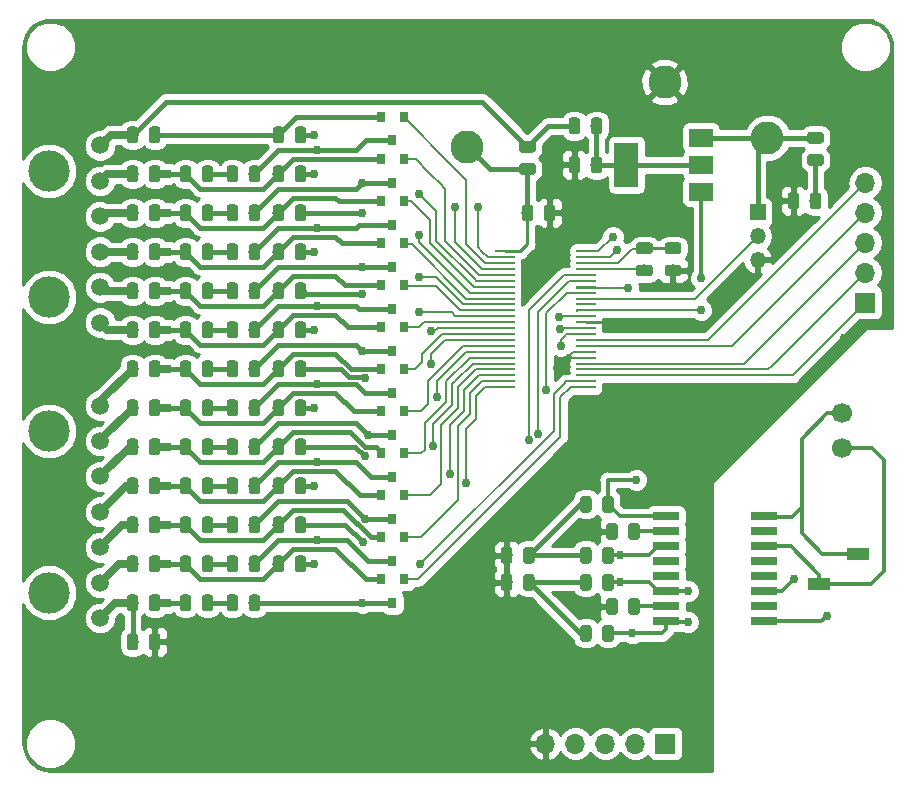
<source format=gbr>
%TF.GenerationSoftware,KiCad,Pcbnew,(5.0.0)*%
%TF.CreationDate,2019-03-22T20:17:49-05:00*%
%TF.ProjectId,BPSVoltage,425053566F6C746167652E6B69636164,rev?*%
%TF.SameCoordinates,Original*%
%TF.FileFunction,Copper,L1,Top,Signal*%
%TF.FilePolarity,Positive*%
%FSLAX46Y46*%
G04 Gerber Fmt 4.6, Leading zero omitted, Abs format (unit mm)*
G04 Created by KiCad (PCBNEW (5.0.0)) date 03/22/19 20:17:49*
%MOMM*%
%LPD*%
G01*
G04 APERTURE LIST*
%ADD10R,1.651000X0.254000*%
%ADD11C,1.700000*%
%ADD12O,1.350000X1.350000*%
%ADD13R,1.350000X1.350000*%
%ADD14R,0.800000X0.900000*%
%ADD15C,0.100000*%
%ADD16C,0.975000*%
%ADD17R,1.700000X1.700000*%
%ADD18O,1.700000X1.700000*%
%ADD19R,2.000000X3.800000*%
%ADD20R,2.000000X1.500000*%
%ADD21C,2.800000*%
%ADD22R,2.200000X0.760000*%
%ADD23C,1.500000*%
%ADD24C,3.500000*%
%ADD25R,1.900000X1.000000*%
%ADD26C,0.762000*%
%ADD27C,0.381000*%
%ADD28C,0.203200*%
%ADD29C,0.250000*%
%ADD30C,0.304800*%
%ADD31C,0.635000*%
%ADD32C,0.254000*%
G04 APERTURE END LIST*
D10*
X86471000Y-70323001D03*
X86471000Y-70823000D03*
X86471000Y-71322999D03*
X86471000Y-71823001D03*
X86471000Y-72323000D03*
X86471000Y-72822999D03*
X86471000Y-73323000D03*
X86471000Y-73822999D03*
X86471000Y-74323001D03*
X86471000Y-74823000D03*
X86471000Y-75322999D03*
X86471000Y-75823000D03*
X86471000Y-76323000D03*
X86471000Y-76823001D03*
X86471000Y-77323000D03*
X86471000Y-77822999D03*
X86471000Y-78323001D03*
X86471000Y-78823000D03*
X86471000Y-79323001D03*
X86471000Y-79823000D03*
X86471000Y-80322999D03*
X86471000Y-80823001D03*
X86471000Y-81323000D03*
X86471000Y-81823001D03*
X93329000Y-81822999D03*
X93329000Y-81323000D03*
X93329000Y-80823001D03*
X93329000Y-80322999D03*
X93329000Y-79823000D03*
X93329000Y-79322999D03*
X93329000Y-78823000D03*
X93329000Y-78323001D03*
X93329000Y-77822999D03*
X93329000Y-77323000D03*
X93329000Y-76822998D03*
X93329000Y-76323000D03*
X93329000Y-75823000D03*
X93329000Y-75322999D03*
X93329000Y-74823000D03*
X93329000Y-74323001D03*
X93329000Y-73822999D03*
X93329000Y-73323000D03*
X93329000Y-72822999D03*
X93329000Y-72323000D03*
X93329000Y-71823001D03*
X93329000Y-71322999D03*
X93329000Y-70823000D03*
X93329000Y-70322999D03*
D11*
X115000000Y-84000000D03*
X115000000Y-87000000D03*
D12*
X107882000Y-71028000D03*
X107882000Y-69028000D03*
D13*
X107882000Y-67028000D03*
D14*
X76962000Y-68072000D03*
X76012000Y-66072000D03*
X77912000Y-66072000D03*
D15*
G36*
X92626642Y-62293174D02*
X92650303Y-62296684D01*
X92673507Y-62302496D01*
X92696029Y-62310554D01*
X92717653Y-62320782D01*
X92738170Y-62333079D01*
X92757383Y-62347329D01*
X92775107Y-62363393D01*
X92791171Y-62381117D01*
X92805421Y-62400330D01*
X92817718Y-62420847D01*
X92827946Y-62442471D01*
X92836004Y-62464993D01*
X92841816Y-62488197D01*
X92845326Y-62511858D01*
X92846500Y-62535750D01*
X92846500Y-63448250D01*
X92845326Y-63472142D01*
X92841816Y-63495803D01*
X92836004Y-63519007D01*
X92827946Y-63541529D01*
X92817718Y-63563153D01*
X92805421Y-63583670D01*
X92791171Y-63602883D01*
X92775107Y-63620607D01*
X92757383Y-63636671D01*
X92738170Y-63650921D01*
X92717653Y-63663218D01*
X92696029Y-63673446D01*
X92673507Y-63681504D01*
X92650303Y-63687316D01*
X92626642Y-63690826D01*
X92602750Y-63692000D01*
X92115250Y-63692000D01*
X92091358Y-63690826D01*
X92067697Y-63687316D01*
X92044493Y-63681504D01*
X92021971Y-63673446D01*
X92000347Y-63663218D01*
X91979830Y-63650921D01*
X91960617Y-63636671D01*
X91942893Y-63620607D01*
X91926829Y-63602883D01*
X91912579Y-63583670D01*
X91900282Y-63563153D01*
X91890054Y-63541529D01*
X91881996Y-63519007D01*
X91876184Y-63495803D01*
X91872674Y-63472142D01*
X91871500Y-63448250D01*
X91871500Y-62535750D01*
X91872674Y-62511858D01*
X91876184Y-62488197D01*
X91881996Y-62464993D01*
X91890054Y-62442471D01*
X91900282Y-62420847D01*
X91912579Y-62400330D01*
X91926829Y-62381117D01*
X91942893Y-62363393D01*
X91960617Y-62347329D01*
X91979830Y-62333079D01*
X92000347Y-62320782D01*
X92021971Y-62310554D01*
X92044493Y-62302496D01*
X92067697Y-62296684D01*
X92091358Y-62293174D01*
X92115250Y-62292000D01*
X92602750Y-62292000D01*
X92626642Y-62293174D01*
X92626642Y-62293174D01*
G37*
D16*
X92359000Y-62992000D03*
D15*
G36*
X94501642Y-62293174D02*
X94525303Y-62296684D01*
X94548507Y-62302496D01*
X94571029Y-62310554D01*
X94592653Y-62320782D01*
X94613170Y-62333079D01*
X94632383Y-62347329D01*
X94650107Y-62363393D01*
X94666171Y-62381117D01*
X94680421Y-62400330D01*
X94692718Y-62420847D01*
X94702946Y-62442471D01*
X94711004Y-62464993D01*
X94716816Y-62488197D01*
X94720326Y-62511858D01*
X94721500Y-62535750D01*
X94721500Y-63448250D01*
X94720326Y-63472142D01*
X94716816Y-63495803D01*
X94711004Y-63519007D01*
X94702946Y-63541529D01*
X94692718Y-63563153D01*
X94680421Y-63583670D01*
X94666171Y-63602883D01*
X94650107Y-63620607D01*
X94632383Y-63636671D01*
X94613170Y-63650921D01*
X94592653Y-63663218D01*
X94571029Y-63673446D01*
X94548507Y-63681504D01*
X94525303Y-63687316D01*
X94501642Y-63690826D01*
X94477750Y-63692000D01*
X93990250Y-63692000D01*
X93966358Y-63690826D01*
X93942697Y-63687316D01*
X93919493Y-63681504D01*
X93896971Y-63673446D01*
X93875347Y-63663218D01*
X93854830Y-63650921D01*
X93835617Y-63636671D01*
X93817893Y-63620607D01*
X93801829Y-63602883D01*
X93787579Y-63583670D01*
X93775282Y-63563153D01*
X93765054Y-63541529D01*
X93756996Y-63519007D01*
X93751184Y-63495803D01*
X93747674Y-63472142D01*
X93746500Y-63448250D01*
X93746500Y-62535750D01*
X93747674Y-62511858D01*
X93751184Y-62488197D01*
X93756996Y-62464993D01*
X93765054Y-62442471D01*
X93775282Y-62420847D01*
X93787579Y-62400330D01*
X93801829Y-62381117D01*
X93817893Y-62363393D01*
X93835617Y-62347329D01*
X93854830Y-62333079D01*
X93875347Y-62320782D01*
X93896971Y-62310554D01*
X93919493Y-62302496D01*
X93942697Y-62296684D01*
X93966358Y-62293174D01*
X93990250Y-62292000D01*
X94477750Y-62292000D01*
X94501642Y-62293174D01*
X94501642Y-62293174D01*
G37*
D16*
X94234000Y-62992000D03*
D15*
G36*
X88659642Y-66357174D02*
X88683303Y-66360684D01*
X88706507Y-66366496D01*
X88729029Y-66374554D01*
X88750653Y-66384782D01*
X88771170Y-66397079D01*
X88790383Y-66411329D01*
X88808107Y-66427393D01*
X88824171Y-66445117D01*
X88838421Y-66464330D01*
X88850718Y-66484847D01*
X88860946Y-66506471D01*
X88869004Y-66528993D01*
X88874816Y-66552197D01*
X88878326Y-66575858D01*
X88879500Y-66599750D01*
X88879500Y-67512250D01*
X88878326Y-67536142D01*
X88874816Y-67559803D01*
X88869004Y-67583007D01*
X88860946Y-67605529D01*
X88850718Y-67627153D01*
X88838421Y-67647670D01*
X88824171Y-67666883D01*
X88808107Y-67684607D01*
X88790383Y-67700671D01*
X88771170Y-67714921D01*
X88750653Y-67727218D01*
X88729029Y-67737446D01*
X88706507Y-67745504D01*
X88683303Y-67751316D01*
X88659642Y-67754826D01*
X88635750Y-67756000D01*
X88148250Y-67756000D01*
X88124358Y-67754826D01*
X88100697Y-67751316D01*
X88077493Y-67745504D01*
X88054971Y-67737446D01*
X88033347Y-67727218D01*
X88012830Y-67714921D01*
X87993617Y-67700671D01*
X87975893Y-67684607D01*
X87959829Y-67666883D01*
X87945579Y-67647670D01*
X87933282Y-67627153D01*
X87923054Y-67605529D01*
X87914996Y-67583007D01*
X87909184Y-67559803D01*
X87905674Y-67536142D01*
X87904500Y-67512250D01*
X87904500Y-66599750D01*
X87905674Y-66575858D01*
X87909184Y-66552197D01*
X87914996Y-66528993D01*
X87923054Y-66506471D01*
X87933282Y-66484847D01*
X87945579Y-66464330D01*
X87959829Y-66445117D01*
X87975893Y-66427393D01*
X87993617Y-66411329D01*
X88012830Y-66397079D01*
X88033347Y-66384782D01*
X88054971Y-66374554D01*
X88077493Y-66366496D01*
X88100697Y-66360684D01*
X88124358Y-66357174D01*
X88148250Y-66356000D01*
X88635750Y-66356000D01*
X88659642Y-66357174D01*
X88659642Y-66357174D01*
G37*
D16*
X88392000Y-67056000D03*
D15*
G36*
X90534642Y-66357174D02*
X90558303Y-66360684D01*
X90581507Y-66366496D01*
X90604029Y-66374554D01*
X90625653Y-66384782D01*
X90646170Y-66397079D01*
X90665383Y-66411329D01*
X90683107Y-66427393D01*
X90699171Y-66445117D01*
X90713421Y-66464330D01*
X90725718Y-66484847D01*
X90735946Y-66506471D01*
X90744004Y-66528993D01*
X90749816Y-66552197D01*
X90753326Y-66575858D01*
X90754500Y-66599750D01*
X90754500Y-67512250D01*
X90753326Y-67536142D01*
X90749816Y-67559803D01*
X90744004Y-67583007D01*
X90735946Y-67605529D01*
X90725718Y-67627153D01*
X90713421Y-67647670D01*
X90699171Y-67666883D01*
X90683107Y-67684607D01*
X90665383Y-67700671D01*
X90646170Y-67714921D01*
X90625653Y-67727218D01*
X90604029Y-67737446D01*
X90581507Y-67745504D01*
X90558303Y-67751316D01*
X90534642Y-67754826D01*
X90510750Y-67756000D01*
X90023250Y-67756000D01*
X89999358Y-67754826D01*
X89975697Y-67751316D01*
X89952493Y-67745504D01*
X89929971Y-67737446D01*
X89908347Y-67727218D01*
X89887830Y-67714921D01*
X89868617Y-67700671D01*
X89850893Y-67684607D01*
X89834829Y-67666883D01*
X89820579Y-67647670D01*
X89808282Y-67627153D01*
X89798054Y-67605529D01*
X89789996Y-67583007D01*
X89784184Y-67559803D01*
X89780674Y-67536142D01*
X89779500Y-67512250D01*
X89779500Y-66599750D01*
X89780674Y-66575858D01*
X89784184Y-66552197D01*
X89789996Y-66528993D01*
X89798054Y-66506471D01*
X89808282Y-66484847D01*
X89820579Y-66464330D01*
X89834829Y-66445117D01*
X89850893Y-66427393D01*
X89868617Y-66411329D01*
X89887830Y-66397079D01*
X89908347Y-66384782D01*
X89929971Y-66374554D01*
X89952493Y-66366496D01*
X89975697Y-66360684D01*
X89999358Y-66357174D01*
X90023250Y-66356000D01*
X90510750Y-66356000D01*
X90534642Y-66357174D01*
X90534642Y-66357174D01*
G37*
D16*
X90267000Y-67056000D03*
D15*
G36*
X97694642Y-93329174D02*
X97718303Y-93332684D01*
X97741507Y-93338496D01*
X97764029Y-93346554D01*
X97785653Y-93356782D01*
X97806170Y-93369079D01*
X97825383Y-93383329D01*
X97843107Y-93399393D01*
X97859171Y-93417117D01*
X97873421Y-93436330D01*
X97885718Y-93456847D01*
X97895946Y-93478471D01*
X97904004Y-93500993D01*
X97909816Y-93524197D01*
X97913326Y-93547858D01*
X97914500Y-93571750D01*
X97914500Y-94484250D01*
X97913326Y-94508142D01*
X97909816Y-94531803D01*
X97904004Y-94555007D01*
X97895946Y-94577529D01*
X97885718Y-94599153D01*
X97873421Y-94619670D01*
X97859171Y-94638883D01*
X97843107Y-94656607D01*
X97825383Y-94672671D01*
X97806170Y-94686921D01*
X97785653Y-94699218D01*
X97764029Y-94709446D01*
X97741507Y-94717504D01*
X97718303Y-94723316D01*
X97694642Y-94726826D01*
X97670750Y-94728000D01*
X97183250Y-94728000D01*
X97159358Y-94726826D01*
X97135697Y-94723316D01*
X97112493Y-94717504D01*
X97089971Y-94709446D01*
X97068347Y-94699218D01*
X97047830Y-94686921D01*
X97028617Y-94672671D01*
X97010893Y-94656607D01*
X96994829Y-94638883D01*
X96980579Y-94619670D01*
X96968282Y-94599153D01*
X96958054Y-94577529D01*
X96949996Y-94555007D01*
X96944184Y-94531803D01*
X96940674Y-94508142D01*
X96939500Y-94484250D01*
X96939500Y-93571750D01*
X96940674Y-93547858D01*
X96944184Y-93524197D01*
X96949996Y-93500993D01*
X96958054Y-93478471D01*
X96968282Y-93456847D01*
X96980579Y-93436330D01*
X96994829Y-93417117D01*
X97010893Y-93399393D01*
X97028617Y-93383329D01*
X97047830Y-93369079D01*
X97068347Y-93356782D01*
X97089971Y-93346554D01*
X97112493Y-93338496D01*
X97135697Y-93332684D01*
X97159358Y-93329174D01*
X97183250Y-93328000D01*
X97670750Y-93328000D01*
X97694642Y-93329174D01*
X97694642Y-93329174D01*
G37*
D16*
X97427000Y-94028000D03*
D15*
G36*
X95819642Y-93329174D02*
X95843303Y-93332684D01*
X95866507Y-93338496D01*
X95889029Y-93346554D01*
X95910653Y-93356782D01*
X95931170Y-93369079D01*
X95950383Y-93383329D01*
X95968107Y-93399393D01*
X95984171Y-93417117D01*
X95998421Y-93436330D01*
X96010718Y-93456847D01*
X96020946Y-93478471D01*
X96029004Y-93500993D01*
X96034816Y-93524197D01*
X96038326Y-93547858D01*
X96039500Y-93571750D01*
X96039500Y-94484250D01*
X96038326Y-94508142D01*
X96034816Y-94531803D01*
X96029004Y-94555007D01*
X96020946Y-94577529D01*
X96010718Y-94599153D01*
X95998421Y-94619670D01*
X95984171Y-94638883D01*
X95968107Y-94656607D01*
X95950383Y-94672671D01*
X95931170Y-94686921D01*
X95910653Y-94699218D01*
X95889029Y-94709446D01*
X95866507Y-94717504D01*
X95843303Y-94723316D01*
X95819642Y-94726826D01*
X95795750Y-94728000D01*
X95308250Y-94728000D01*
X95284358Y-94726826D01*
X95260697Y-94723316D01*
X95237493Y-94717504D01*
X95214971Y-94709446D01*
X95193347Y-94699218D01*
X95172830Y-94686921D01*
X95153617Y-94672671D01*
X95135893Y-94656607D01*
X95119829Y-94638883D01*
X95105579Y-94619670D01*
X95093282Y-94599153D01*
X95083054Y-94577529D01*
X95074996Y-94555007D01*
X95069184Y-94531803D01*
X95065674Y-94508142D01*
X95064500Y-94484250D01*
X95064500Y-93571750D01*
X95065674Y-93547858D01*
X95069184Y-93524197D01*
X95074996Y-93500993D01*
X95083054Y-93478471D01*
X95093282Y-93456847D01*
X95105579Y-93436330D01*
X95119829Y-93417117D01*
X95135893Y-93399393D01*
X95153617Y-93383329D01*
X95172830Y-93369079D01*
X95193347Y-93356782D01*
X95214971Y-93346554D01*
X95237493Y-93338496D01*
X95260697Y-93332684D01*
X95284358Y-93329174D01*
X95308250Y-93328000D01*
X95795750Y-93328000D01*
X95819642Y-93329174D01*
X95819642Y-93329174D01*
G37*
D16*
X95552000Y-94028000D03*
D15*
G36*
X88773642Y-95361174D02*
X88797303Y-95364684D01*
X88820507Y-95370496D01*
X88843029Y-95378554D01*
X88864653Y-95388782D01*
X88885170Y-95401079D01*
X88904383Y-95415329D01*
X88922107Y-95431393D01*
X88938171Y-95449117D01*
X88952421Y-95468330D01*
X88964718Y-95488847D01*
X88974946Y-95510471D01*
X88983004Y-95532993D01*
X88988816Y-95556197D01*
X88992326Y-95579858D01*
X88993500Y-95603750D01*
X88993500Y-96516250D01*
X88992326Y-96540142D01*
X88988816Y-96563803D01*
X88983004Y-96587007D01*
X88974946Y-96609529D01*
X88964718Y-96631153D01*
X88952421Y-96651670D01*
X88938171Y-96670883D01*
X88922107Y-96688607D01*
X88904383Y-96704671D01*
X88885170Y-96718921D01*
X88864653Y-96731218D01*
X88843029Y-96741446D01*
X88820507Y-96749504D01*
X88797303Y-96755316D01*
X88773642Y-96758826D01*
X88749750Y-96760000D01*
X88262250Y-96760000D01*
X88238358Y-96758826D01*
X88214697Y-96755316D01*
X88191493Y-96749504D01*
X88168971Y-96741446D01*
X88147347Y-96731218D01*
X88126830Y-96718921D01*
X88107617Y-96704671D01*
X88089893Y-96688607D01*
X88073829Y-96670883D01*
X88059579Y-96651670D01*
X88047282Y-96631153D01*
X88037054Y-96609529D01*
X88028996Y-96587007D01*
X88023184Y-96563803D01*
X88019674Y-96540142D01*
X88018500Y-96516250D01*
X88018500Y-95603750D01*
X88019674Y-95579858D01*
X88023184Y-95556197D01*
X88028996Y-95532993D01*
X88037054Y-95510471D01*
X88047282Y-95488847D01*
X88059579Y-95468330D01*
X88073829Y-95449117D01*
X88089893Y-95431393D01*
X88107617Y-95415329D01*
X88126830Y-95401079D01*
X88147347Y-95388782D01*
X88168971Y-95378554D01*
X88191493Y-95370496D01*
X88214697Y-95364684D01*
X88238358Y-95361174D01*
X88262250Y-95360000D01*
X88749750Y-95360000D01*
X88773642Y-95361174D01*
X88773642Y-95361174D01*
G37*
D16*
X88506000Y-96060000D03*
D15*
G36*
X86898642Y-95361174D02*
X86922303Y-95364684D01*
X86945507Y-95370496D01*
X86968029Y-95378554D01*
X86989653Y-95388782D01*
X87010170Y-95401079D01*
X87029383Y-95415329D01*
X87047107Y-95431393D01*
X87063171Y-95449117D01*
X87077421Y-95468330D01*
X87089718Y-95488847D01*
X87099946Y-95510471D01*
X87108004Y-95532993D01*
X87113816Y-95556197D01*
X87117326Y-95579858D01*
X87118500Y-95603750D01*
X87118500Y-96516250D01*
X87117326Y-96540142D01*
X87113816Y-96563803D01*
X87108004Y-96587007D01*
X87099946Y-96609529D01*
X87089718Y-96631153D01*
X87077421Y-96651670D01*
X87063171Y-96670883D01*
X87047107Y-96688607D01*
X87029383Y-96704671D01*
X87010170Y-96718921D01*
X86989653Y-96731218D01*
X86968029Y-96741446D01*
X86945507Y-96749504D01*
X86922303Y-96755316D01*
X86898642Y-96758826D01*
X86874750Y-96760000D01*
X86387250Y-96760000D01*
X86363358Y-96758826D01*
X86339697Y-96755316D01*
X86316493Y-96749504D01*
X86293971Y-96741446D01*
X86272347Y-96731218D01*
X86251830Y-96718921D01*
X86232617Y-96704671D01*
X86214893Y-96688607D01*
X86198829Y-96670883D01*
X86184579Y-96651670D01*
X86172282Y-96631153D01*
X86162054Y-96609529D01*
X86153996Y-96587007D01*
X86148184Y-96563803D01*
X86144674Y-96540142D01*
X86143500Y-96516250D01*
X86143500Y-95603750D01*
X86144674Y-95579858D01*
X86148184Y-95556197D01*
X86153996Y-95532993D01*
X86162054Y-95510471D01*
X86172282Y-95488847D01*
X86184579Y-95468330D01*
X86198829Y-95449117D01*
X86214893Y-95431393D01*
X86232617Y-95415329D01*
X86251830Y-95401079D01*
X86272347Y-95388782D01*
X86293971Y-95378554D01*
X86316493Y-95370496D01*
X86339697Y-95364684D01*
X86363358Y-95361174D01*
X86387250Y-95360000D01*
X86874750Y-95360000D01*
X86898642Y-95361174D01*
X86898642Y-95361174D01*
G37*
D16*
X86631000Y-96060000D03*
D15*
G36*
X95819642Y-99679174D02*
X95843303Y-99682684D01*
X95866507Y-99688496D01*
X95889029Y-99696554D01*
X95910653Y-99706782D01*
X95931170Y-99719079D01*
X95950383Y-99733329D01*
X95968107Y-99749393D01*
X95984171Y-99767117D01*
X95998421Y-99786330D01*
X96010718Y-99806847D01*
X96020946Y-99828471D01*
X96029004Y-99850993D01*
X96034816Y-99874197D01*
X96038326Y-99897858D01*
X96039500Y-99921750D01*
X96039500Y-100834250D01*
X96038326Y-100858142D01*
X96034816Y-100881803D01*
X96029004Y-100905007D01*
X96020946Y-100927529D01*
X96010718Y-100949153D01*
X95998421Y-100969670D01*
X95984171Y-100988883D01*
X95968107Y-101006607D01*
X95950383Y-101022671D01*
X95931170Y-101036921D01*
X95910653Y-101049218D01*
X95889029Y-101059446D01*
X95866507Y-101067504D01*
X95843303Y-101073316D01*
X95819642Y-101076826D01*
X95795750Y-101078000D01*
X95308250Y-101078000D01*
X95284358Y-101076826D01*
X95260697Y-101073316D01*
X95237493Y-101067504D01*
X95214971Y-101059446D01*
X95193347Y-101049218D01*
X95172830Y-101036921D01*
X95153617Y-101022671D01*
X95135893Y-101006607D01*
X95119829Y-100988883D01*
X95105579Y-100969670D01*
X95093282Y-100949153D01*
X95083054Y-100927529D01*
X95074996Y-100905007D01*
X95069184Y-100881803D01*
X95065674Y-100858142D01*
X95064500Y-100834250D01*
X95064500Y-99921750D01*
X95065674Y-99897858D01*
X95069184Y-99874197D01*
X95074996Y-99850993D01*
X95083054Y-99828471D01*
X95093282Y-99806847D01*
X95105579Y-99786330D01*
X95119829Y-99767117D01*
X95135893Y-99749393D01*
X95153617Y-99733329D01*
X95172830Y-99719079D01*
X95193347Y-99706782D01*
X95214971Y-99696554D01*
X95237493Y-99688496D01*
X95260697Y-99682684D01*
X95284358Y-99679174D01*
X95308250Y-99678000D01*
X95795750Y-99678000D01*
X95819642Y-99679174D01*
X95819642Y-99679174D01*
G37*
D16*
X95552000Y-100378000D03*
D15*
G36*
X97694642Y-99679174D02*
X97718303Y-99682684D01*
X97741507Y-99688496D01*
X97764029Y-99696554D01*
X97785653Y-99706782D01*
X97806170Y-99719079D01*
X97825383Y-99733329D01*
X97843107Y-99749393D01*
X97859171Y-99767117D01*
X97873421Y-99786330D01*
X97885718Y-99806847D01*
X97895946Y-99828471D01*
X97904004Y-99850993D01*
X97909816Y-99874197D01*
X97913326Y-99897858D01*
X97914500Y-99921750D01*
X97914500Y-100834250D01*
X97913326Y-100858142D01*
X97909816Y-100881803D01*
X97904004Y-100905007D01*
X97895946Y-100927529D01*
X97885718Y-100949153D01*
X97873421Y-100969670D01*
X97859171Y-100988883D01*
X97843107Y-101006607D01*
X97825383Y-101022671D01*
X97806170Y-101036921D01*
X97785653Y-101049218D01*
X97764029Y-101059446D01*
X97741507Y-101067504D01*
X97718303Y-101073316D01*
X97694642Y-101076826D01*
X97670750Y-101078000D01*
X97183250Y-101078000D01*
X97159358Y-101076826D01*
X97135697Y-101073316D01*
X97112493Y-101067504D01*
X97089971Y-101059446D01*
X97068347Y-101049218D01*
X97047830Y-101036921D01*
X97028617Y-101022671D01*
X97010893Y-101006607D01*
X96994829Y-100988883D01*
X96980579Y-100969670D01*
X96968282Y-100949153D01*
X96958054Y-100927529D01*
X96949996Y-100905007D01*
X96944184Y-100881803D01*
X96940674Y-100858142D01*
X96939500Y-100834250D01*
X96939500Y-99921750D01*
X96940674Y-99897858D01*
X96944184Y-99874197D01*
X96949996Y-99850993D01*
X96958054Y-99828471D01*
X96968282Y-99806847D01*
X96980579Y-99786330D01*
X96994829Y-99767117D01*
X97010893Y-99749393D01*
X97028617Y-99733329D01*
X97047830Y-99719079D01*
X97068347Y-99706782D01*
X97089971Y-99696554D01*
X97112493Y-99688496D01*
X97135697Y-99682684D01*
X97159358Y-99679174D01*
X97183250Y-99678000D01*
X97670750Y-99678000D01*
X97694642Y-99679174D01*
X97694642Y-99679174D01*
G37*
D16*
X97427000Y-100378000D03*
D15*
G36*
X88773642Y-97647174D02*
X88797303Y-97650684D01*
X88820507Y-97656496D01*
X88843029Y-97664554D01*
X88864653Y-97674782D01*
X88885170Y-97687079D01*
X88904383Y-97701329D01*
X88922107Y-97717393D01*
X88938171Y-97735117D01*
X88952421Y-97754330D01*
X88964718Y-97774847D01*
X88974946Y-97796471D01*
X88983004Y-97818993D01*
X88988816Y-97842197D01*
X88992326Y-97865858D01*
X88993500Y-97889750D01*
X88993500Y-98802250D01*
X88992326Y-98826142D01*
X88988816Y-98849803D01*
X88983004Y-98873007D01*
X88974946Y-98895529D01*
X88964718Y-98917153D01*
X88952421Y-98937670D01*
X88938171Y-98956883D01*
X88922107Y-98974607D01*
X88904383Y-98990671D01*
X88885170Y-99004921D01*
X88864653Y-99017218D01*
X88843029Y-99027446D01*
X88820507Y-99035504D01*
X88797303Y-99041316D01*
X88773642Y-99044826D01*
X88749750Y-99046000D01*
X88262250Y-99046000D01*
X88238358Y-99044826D01*
X88214697Y-99041316D01*
X88191493Y-99035504D01*
X88168971Y-99027446D01*
X88147347Y-99017218D01*
X88126830Y-99004921D01*
X88107617Y-98990671D01*
X88089893Y-98974607D01*
X88073829Y-98956883D01*
X88059579Y-98937670D01*
X88047282Y-98917153D01*
X88037054Y-98895529D01*
X88028996Y-98873007D01*
X88023184Y-98849803D01*
X88019674Y-98826142D01*
X88018500Y-98802250D01*
X88018500Y-97889750D01*
X88019674Y-97865858D01*
X88023184Y-97842197D01*
X88028996Y-97818993D01*
X88037054Y-97796471D01*
X88047282Y-97774847D01*
X88059579Y-97754330D01*
X88073829Y-97735117D01*
X88089893Y-97717393D01*
X88107617Y-97701329D01*
X88126830Y-97687079D01*
X88147347Y-97674782D01*
X88168971Y-97664554D01*
X88191493Y-97656496D01*
X88214697Y-97650684D01*
X88238358Y-97647174D01*
X88262250Y-97646000D01*
X88749750Y-97646000D01*
X88773642Y-97647174D01*
X88773642Y-97647174D01*
G37*
D16*
X88506000Y-98346000D03*
D15*
G36*
X86898642Y-97647174D02*
X86922303Y-97650684D01*
X86945507Y-97656496D01*
X86968029Y-97664554D01*
X86989653Y-97674782D01*
X87010170Y-97687079D01*
X87029383Y-97701329D01*
X87047107Y-97717393D01*
X87063171Y-97735117D01*
X87077421Y-97754330D01*
X87089718Y-97774847D01*
X87099946Y-97796471D01*
X87108004Y-97818993D01*
X87113816Y-97842197D01*
X87117326Y-97865858D01*
X87118500Y-97889750D01*
X87118500Y-98802250D01*
X87117326Y-98826142D01*
X87113816Y-98849803D01*
X87108004Y-98873007D01*
X87099946Y-98895529D01*
X87089718Y-98917153D01*
X87077421Y-98937670D01*
X87063171Y-98956883D01*
X87047107Y-98974607D01*
X87029383Y-98990671D01*
X87010170Y-99004921D01*
X86989653Y-99017218D01*
X86968029Y-99027446D01*
X86945507Y-99035504D01*
X86922303Y-99041316D01*
X86898642Y-99044826D01*
X86874750Y-99046000D01*
X86387250Y-99046000D01*
X86363358Y-99044826D01*
X86339697Y-99041316D01*
X86316493Y-99035504D01*
X86293971Y-99027446D01*
X86272347Y-99017218D01*
X86251830Y-99004921D01*
X86232617Y-98990671D01*
X86214893Y-98974607D01*
X86198829Y-98956883D01*
X86184579Y-98937670D01*
X86172282Y-98917153D01*
X86162054Y-98895529D01*
X86153996Y-98873007D01*
X86148184Y-98849803D01*
X86144674Y-98826142D01*
X86143500Y-98802250D01*
X86143500Y-97889750D01*
X86144674Y-97865858D01*
X86148184Y-97842197D01*
X86153996Y-97818993D01*
X86162054Y-97796471D01*
X86172282Y-97774847D01*
X86184579Y-97754330D01*
X86198829Y-97735117D01*
X86214893Y-97717393D01*
X86232617Y-97701329D01*
X86251830Y-97687079D01*
X86272347Y-97674782D01*
X86293971Y-97664554D01*
X86316493Y-97656496D01*
X86339697Y-97650684D01*
X86363358Y-97647174D01*
X86387250Y-97646000D01*
X86874750Y-97646000D01*
X86898642Y-97647174D01*
X86898642Y-97647174D01*
G37*
D16*
X86631000Y-98346000D03*
D15*
G36*
X111168642Y-65341174D02*
X111192303Y-65344684D01*
X111215507Y-65350496D01*
X111238029Y-65358554D01*
X111259653Y-65368782D01*
X111280170Y-65381079D01*
X111299383Y-65395329D01*
X111317107Y-65411393D01*
X111333171Y-65429117D01*
X111347421Y-65448330D01*
X111359718Y-65468847D01*
X111369946Y-65490471D01*
X111378004Y-65512993D01*
X111383816Y-65536197D01*
X111387326Y-65559858D01*
X111388500Y-65583750D01*
X111388500Y-66496250D01*
X111387326Y-66520142D01*
X111383816Y-66543803D01*
X111378004Y-66567007D01*
X111369946Y-66589529D01*
X111359718Y-66611153D01*
X111347421Y-66631670D01*
X111333171Y-66650883D01*
X111317107Y-66668607D01*
X111299383Y-66684671D01*
X111280170Y-66698921D01*
X111259653Y-66711218D01*
X111238029Y-66721446D01*
X111215507Y-66729504D01*
X111192303Y-66735316D01*
X111168642Y-66738826D01*
X111144750Y-66740000D01*
X110657250Y-66740000D01*
X110633358Y-66738826D01*
X110609697Y-66735316D01*
X110586493Y-66729504D01*
X110563971Y-66721446D01*
X110542347Y-66711218D01*
X110521830Y-66698921D01*
X110502617Y-66684671D01*
X110484893Y-66668607D01*
X110468829Y-66650883D01*
X110454579Y-66631670D01*
X110442282Y-66611153D01*
X110432054Y-66589529D01*
X110423996Y-66567007D01*
X110418184Y-66543803D01*
X110414674Y-66520142D01*
X110413500Y-66496250D01*
X110413500Y-65583750D01*
X110414674Y-65559858D01*
X110418184Y-65536197D01*
X110423996Y-65512993D01*
X110432054Y-65490471D01*
X110442282Y-65468847D01*
X110454579Y-65448330D01*
X110468829Y-65429117D01*
X110484893Y-65411393D01*
X110502617Y-65395329D01*
X110521830Y-65381079D01*
X110542347Y-65368782D01*
X110563971Y-65358554D01*
X110586493Y-65350496D01*
X110609697Y-65344684D01*
X110633358Y-65341174D01*
X110657250Y-65340000D01*
X111144750Y-65340000D01*
X111168642Y-65341174D01*
X111168642Y-65341174D01*
G37*
D16*
X110901000Y-66040000D03*
D15*
G36*
X113043642Y-65341174D02*
X113067303Y-65344684D01*
X113090507Y-65350496D01*
X113113029Y-65358554D01*
X113134653Y-65368782D01*
X113155170Y-65381079D01*
X113174383Y-65395329D01*
X113192107Y-65411393D01*
X113208171Y-65429117D01*
X113222421Y-65448330D01*
X113234718Y-65468847D01*
X113244946Y-65490471D01*
X113253004Y-65512993D01*
X113258816Y-65536197D01*
X113262326Y-65559858D01*
X113263500Y-65583750D01*
X113263500Y-66496250D01*
X113262326Y-66520142D01*
X113258816Y-66543803D01*
X113253004Y-66567007D01*
X113244946Y-66589529D01*
X113234718Y-66611153D01*
X113222421Y-66631670D01*
X113208171Y-66650883D01*
X113192107Y-66668607D01*
X113174383Y-66684671D01*
X113155170Y-66698921D01*
X113134653Y-66711218D01*
X113113029Y-66721446D01*
X113090507Y-66729504D01*
X113067303Y-66735316D01*
X113043642Y-66738826D01*
X113019750Y-66740000D01*
X112532250Y-66740000D01*
X112508358Y-66738826D01*
X112484697Y-66735316D01*
X112461493Y-66729504D01*
X112438971Y-66721446D01*
X112417347Y-66711218D01*
X112396830Y-66698921D01*
X112377617Y-66684671D01*
X112359893Y-66668607D01*
X112343829Y-66650883D01*
X112329579Y-66631670D01*
X112317282Y-66611153D01*
X112307054Y-66589529D01*
X112298996Y-66567007D01*
X112293184Y-66543803D01*
X112289674Y-66520142D01*
X112288500Y-66496250D01*
X112288500Y-65583750D01*
X112289674Y-65559858D01*
X112293184Y-65536197D01*
X112298996Y-65512993D01*
X112307054Y-65490471D01*
X112317282Y-65468847D01*
X112329579Y-65448330D01*
X112343829Y-65429117D01*
X112359893Y-65411393D01*
X112377617Y-65395329D01*
X112396830Y-65381079D01*
X112417347Y-65368782D01*
X112438971Y-65358554D01*
X112461493Y-65350496D01*
X112484697Y-65344684D01*
X112508358Y-65341174D01*
X112532250Y-65340000D01*
X113019750Y-65340000D01*
X113043642Y-65341174D01*
X113043642Y-65341174D01*
G37*
D16*
X112776000Y-66040000D03*
D15*
G36*
X59703642Y-63055174D02*
X59727303Y-63058684D01*
X59750507Y-63064496D01*
X59773029Y-63072554D01*
X59794653Y-63082782D01*
X59815170Y-63095079D01*
X59834383Y-63109329D01*
X59852107Y-63125393D01*
X59868171Y-63143117D01*
X59882421Y-63162330D01*
X59894718Y-63182847D01*
X59904946Y-63204471D01*
X59913004Y-63226993D01*
X59918816Y-63250197D01*
X59922326Y-63273858D01*
X59923500Y-63297750D01*
X59923500Y-64210250D01*
X59922326Y-64234142D01*
X59918816Y-64257803D01*
X59913004Y-64281007D01*
X59904946Y-64303529D01*
X59894718Y-64325153D01*
X59882421Y-64345670D01*
X59868171Y-64364883D01*
X59852107Y-64382607D01*
X59834383Y-64398671D01*
X59815170Y-64412921D01*
X59794653Y-64425218D01*
X59773029Y-64435446D01*
X59750507Y-64443504D01*
X59727303Y-64449316D01*
X59703642Y-64452826D01*
X59679750Y-64454000D01*
X59192250Y-64454000D01*
X59168358Y-64452826D01*
X59144697Y-64449316D01*
X59121493Y-64443504D01*
X59098971Y-64435446D01*
X59077347Y-64425218D01*
X59056830Y-64412921D01*
X59037617Y-64398671D01*
X59019893Y-64382607D01*
X59003829Y-64364883D01*
X58989579Y-64345670D01*
X58977282Y-64325153D01*
X58967054Y-64303529D01*
X58958996Y-64281007D01*
X58953184Y-64257803D01*
X58949674Y-64234142D01*
X58948500Y-64210250D01*
X58948500Y-63297750D01*
X58949674Y-63273858D01*
X58953184Y-63250197D01*
X58958996Y-63226993D01*
X58967054Y-63204471D01*
X58977282Y-63182847D01*
X58989579Y-63162330D01*
X59003829Y-63143117D01*
X59019893Y-63125393D01*
X59037617Y-63109329D01*
X59056830Y-63095079D01*
X59077347Y-63082782D01*
X59098971Y-63072554D01*
X59121493Y-63064496D01*
X59144697Y-63058684D01*
X59168358Y-63055174D01*
X59192250Y-63054000D01*
X59679750Y-63054000D01*
X59703642Y-63055174D01*
X59703642Y-63055174D01*
G37*
D16*
X59436000Y-63754000D03*
D15*
G36*
X61578642Y-63055174D02*
X61602303Y-63058684D01*
X61625507Y-63064496D01*
X61648029Y-63072554D01*
X61669653Y-63082782D01*
X61690170Y-63095079D01*
X61709383Y-63109329D01*
X61727107Y-63125393D01*
X61743171Y-63143117D01*
X61757421Y-63162330D01*
X61769718Y-63182847D01*
X61779946Y-63204471D01*
X61788004Y-63226993D01*
X61793816Y-63250197D01*
X61797326Y-63273858D01*
X61798500Y-63297750D01*
X61798500Y-64210250D01*
X61797326Y-64234142D01*
X61793816Y-64257803D01*
X61788004Y-64281007D01*
X61779946Y-64303529D01*
X61769718Y-64325153D01*
X61757421Y-64345670D01*
X61743171Y-64364883D01*
X61727107Y-64382607D01*
X61709383Y-64398671D01*
X61690170Y-64412921D01*
X61669653Y-64425218D01*
X61648029Y-64435446D01*
X61625507Y-64443504D01*
X61602303Y-64449316D01*
X61578642Y-64452826D01*
X61554750Y-64454000D01*
X61067250Y-64454000D01*
X61043358Y-64452826D01*
X61019697Y-64449316D01*
X60996493Y-64443504D01*
X60973971Y-64435446D01*
X60952347Y-64425218D01*
X60931830Y-64412921D01*
X60912617Y-64398671D01*
X60894893Y-64382607D01*
X60878829Y-64364883D01*
X60864579Y-64345670D01*
X60852282Y-64325153D01*
X60842054Y-64303529D01*
X60833996Y-64281007D01*
X60828184Y-64257803D01*
X60824674Y-64234142D01*
X60823500Y-64210250D01*
X60823500Y-63297750D01*
X60824674Y-63273858D01*
X60828184Y-63250197D01*
X60833996Y-63226993D01*
X60842054Y-63204471D01*
X60852282Y-63182847D01*
X60864579Y-63162330D01*
X60878829Y-63143117D01*
X60894893Y-63125393D01*
X60912617Y-63109329D01*
X60931830Y-63095079D01*
X60952347Y-63082782D01*
X60973971Y-63072554D01*
X60996493Y-63064496D01*
X61019697Y-63058684D01*
X61043358Y-63055174D01*
X61067250Y-63054000D01*
X61554750Y-63054000D01*
X61578642Y-63055174D01*
X61578642Y-63055174D01*
G37*
D16*
X61311000Y-63754000D03*
D15*
G36*
X59703642Y-66357174D02*
X59727303Y-66360684D01*
X59750507Y-66366496D01*
X59773029Y-66374554D01*
X59794653Y-66384782D01*
X59815170Y-66397079D01*
X59834383Y-66411329D01*
X59852107Y-66427393D01*
X59868171Y-66445117D01*
X59882421Y-66464330D01*
X59894718Y-66484847D01*
X59904946Y-66506471D01*
X59913004Y-66528993D01*
X59918816Y-66552197D01*
X59922326Y-66575858D01*
X59923500Y-66599750D01*
X59923500Y-67512250D01*
X59922326Y-67536142D01*
X59918816Y-67559803D01*
X59913004Y-67583007D01*
X59904946Y-67605529D01*
X59894718Y-67627153D01*
X59882421Y-67647670D01*
X59868171Y-67666883D01*
X59852107Y-67684607D01*
X59834383Y-67700671D01*
X59815170Y-67714921D01*
X59794653Y-67727218D01*
X59773029Y-67737446D01*
X59750507Y-67745504D01*
X59727303Y-67751316D01*
X59703642Y-67754826D01*
X59679750Y-67756000D01*
X59192250Y-67756000D01*
X59168358Y-67754826D01*
X59144697Y-67751316D01*
X59121493Y-67745504D01*
X59098971Y-67737446D01*
X59077347Y-67727218D01*
X59056830Y-67714921D01*
X59037617Y-67700671D01*
X59019893Y-67684607D01*
X59003829Y-67666883D01*
X58989579Y-67647670D01*
X58977282Y-67627153D01*
X58967054Y-67605529D01*
X58958996Y-67583007D01*
X58953184Y-67559803D01*
X58949674Y-67536142D01*
X58948500Y-67512250D01*
X58948500Y-66599750D01*
X58949674Y-66575858D01*
X58953184Y-66552197D01*
X58958996Y-66528993D01*
X58967054Y-66506471D01*
X58977282Y-66484847D01*
X58989579Y-66464330D01*
X59003829Y-66445117D01*
X59019893Y-66427393D01*
X59037617Y-66411329D01*
X59056830Y-66397079D01*
X59077347Y-66384782D01*
X59098971Y-66374554D01*
X59121493Y-66366496D01*
X59144697Y-66360684D01*
X59168358Y-66357174D01*
X59192250Y-66356000D01*
X59679750Y-66356000D01*
X59703642Y-66357174D01*
X59703642Y-66357174D01*
G37*
D16*
X59436000Y-67056000D03*
D15*
G36*
X61578642Y-66357174D02*
X61602303Y-66360684D01*
X61625507Y-66366496D01*
X61648029Y-66374554D01*
X61669653Y-66384782D01*
X61690170Y-66397079D01*
X61709383Y-66411329D01*
X61727107Y-66427393D01*
X61743171Y-66445117D01*
X61757421Y-66464330D01*
X61769718Y-66484847D01*
X61779946Y-66506471D01*
X61788004Y-66528993D01*
X61793816Y-66552197D01*
X61797326Y-66575858D01*
X61798500Y-66599750D01*
X61798500Y-67512250D01*
X61797326Y-67536142D01*
X61793816Y-67559803D01*
X61788004Y-67583007D01*
X61779946Y-67605529D01*
X61769718Y-67627153D01*
X61757421Y-67647670D01*
X61743171Y-67666883D01*
X61727107Y-67684607D01*
X61709383Y-67700671D01*
X61690170Y-67714921D01*
X61669653Y-67727218D01*
X61648029Y-67737446D01*
X61625507Y-67745504D01*
X61602303Y-67751316D01*
X61578642Y-67754826D01*
X61554750Y-67756000D01*
X61067250Y-67756000D01*
X61043358Y-67754826D01*
X61019697Y-67751316D01*
X60996493Y-67745504D01*
X60973971Y-67737446D01*
X60952347Y-67727218D01*
X60931830Y-67714921D01*
X60912617Y-67700671D01*
X60894893Y-67684607D01*
X60878829Y-67666883D01*
X60864579Y-67647670D01*
X60852282Y-67627153D01*
X60842054Y-67605529D01*
X60833996Y-67583007D01*
X60828184Y-67559803D01*
X60824674Y-67536142D01*
X60823500Y-67512250D01*
X60823500Y-66599750D01*
X60824674Y-66575858D01*
X60828184Y-66552197D01*
X60833996Y-66528993D01*
X60842054Y-66506471D01*
X60852282Y-66484847D01*
X60864579Y-66464330D01*
X60878829Y-66445117D01*
X60894893Y-66427393D01*
X60912617Y-66411329D01*
X60931830Y-66397079D01*
X60952347Y-66384782D01*
X60973971Y-66374554D01*
X60996493Y-66366496D01*
X61019697Y-66360684D01*
X61043358Y-66357174D01*
X61067250Y-66356000D01*
X61554750Y-66356000D01*
X61578642Y-66357174D01*
X61578642Y-66357174D01*
G37*
D16*
X61311000Y-67056000D03*
D15*
G36*
X59703642Y-69659174D02*
X59727303Y-69662684D01*
X59750507Y-69668496D01*
X59773029Y-69676554D01*
X59794653Y-69686782D01*
X59815170Y-69699079D01*
X59834383Y-69713329D01*
X59852107Y-69729393D01*
X59868171Y-69747117D01*
X59882421Y-69766330D01*
X59894718Y-69786847D01*
X59904946Y-69808471D01*
X59913004Y-69830993D01*
X59918816Y-69854197D01*
X59922326Y-69877858D01*
X59923500Y-69901750D01*
X59923500Y-70814250D01*
X59922326Y-70838142D01*
X59918816Y-70861803D01*
X59913004Y-70885007D01*
X59904946Y-70907529D01*
X59894718Y-70929153D01*
X59882421Y-70949670D01*
X59868171Y-70968883D01*
X59852107Y-70986607D01*
X59834383Y-71002671D01*
X59815170Y-71016921D01*
X59794653Y-71029218D01*
X59773029Y-71039446D01*
X59750507Y-71047504D01*
X59727303Y-71053316D01*
X59703642Y-71056826D01*
X59679750Y-71058000D01*
X59192250Y-71058000D01*
X59168358Y-71056826D01*
X59144697Y-71053316D01*
X59121493Y-71047504D01*
X59098971Y-71039446D01*
X59077347Y-71029218D01*
X59056830Y-71016921D01*
X59037617Y-71002671D01*
X59019893Y-70986607D01*
X59003829Y-70968883D01*
X58989579Y-70949670D01*
X58977282Y-70929153D01*
X58967054Y-70907529D01*
X58958996Y-70885007D01*
X58953184Y-70861803D01*
X58949674Y-70838142D01*
X58948500Y-70814250D01*
X58948500Y-69901750D01*
X58949674Y-69877858D01*
X58953184Y-69854197D01*
X58958996Y-69830993D01*
X58967054Y-69808471D01*
X58977282Y-69786847D01*
X58989579Y-69766330D01*
X59003829Y-69747117D01*
X59019893Y-69729393D01*
X59037617Y-69713329D01*
X59056830Y-69699079D01*
X59077347Y-69686782D01*
X59098971Y-69676554D01*
X59121493Y-69668496D01*
X59144697Y-69662684D01*
X59168358Y-69659174D01*
X59192250Y-69658000D01*
X59679750Y-69658000D01*
X59703642Y-69659174D01*
X59703642Y-69659174D01*
G37*
D16*
X59436000Y-70358000D03*
D15*
G36*
X61578642Y-69659174D02*
X61602303Y-69662684D01*
X61625507Y-69668496D01*
X61648029Y-69676554D01*
X61669653Y-69686782D01*
X61690170Y-69699079D01*
X61709383Y-69713329D01*
X61727107Y-69729393D01*
X61743171Y-69747117D01*
X61757421Y-69766330D01*
X61769718Y-69786847D01*
X61779946Y-69808471D01*
X61788004Y-69830993D01*
X61793816Y-69854197D01*
X61797326Y-69877858D01*
X61798500Y-69901750D01*
X61798500Y-70814250D01*
X61797326Y-70838142D01*
X61793816Y-70861803D01*
X61788004Y-70885007D01*
X61779946Y-70907529D01*
X61769718Y-70929153D01*
X61757421Y-70949670D01*
X61743171Y-70968883D01*
X61727107Y-70986607D01*
X61709383Y-71002671D01*
X61690170Y-71016921D01*
X61669653Y-71029218D01*
X61648029Y-71039446D01*
X61625507Y-71047504D01*
X61602303Y-71053316D01*
X61578642Y-71056826D01*
X61554750Y-71058000D01*
X61067250Y-71058000D01*
X61043358Y-71056826D01*
X61019697Y-71053316D01*
X60996493Y-71047504D01*
X60973971Y-71039446D01*
X60952347Y-71029218D01*
X60931830Y-71016921D01*
X60912617Y-71002671D01*
X60894893Y-70986607D01*
X60878829Y-70968883D01*
X60864579Y-70949670D01*
X60852282Y-70929153D01*
X60842054Y-70907529D01*
X60833996Y-70885007D01*
X60828184Y-70861803D01*
X60824674Y-70838142D01*
X60823500Y-70814250D01*
X60823500Y-69901750D01*
X60824674Y-69877858D01*
X60828184Y-69854197D01*
X60833996Y-69830993D01*
X60842054Y-69808471D01*
X60852282Y-69786847D01*
X60864579Y-69766330D01*
X60878829Y-69747117D01*
X60894893Y-69729393D01*
X60912617Y-69713329D01*
X60931830Y-69699079D01*
X60952347Y-69686782D01*
X60973971Y-69676554D01*
X60996493Y-69668496D01*
X61019697Y-69662684D01*
X61043358Y-69659174D01*
X61067250Y-69658000D01*
X61554750Y-69658000D01*
X61578642Y-69659174D01*
X61578642Y-69659174D01*
G37*
D16*
X61311000Y-70358000D03*
D15*
G36*
X61578642Y-72961174D02*
X61602303Y-72964684D01*
X61625507Y-72970496D01*
X61648029Y-72978554D01*
X61669653Y-72988782D01*
X61690170Y-73001079D01*
X61709383Y-73015329D01*
X61727107Y-73031393D01*
X61743171Y-73049117D01*
X61757421Y-73068330D01*
X61769718Y-73088847D01*
X61779946Y-73110471D01*
X61788004Y-73132993D01*
X61793816Y-73156197D01*
X61797326Y-73179858D01*
X61798500Y-73203750D01*
X61798500Y-74116250D01*
X61797326Y-74140142D01*
X61793816Y-74163803D01*
X61788004Y-74187007D01*
X61779946Y-74209529D01*
X61769718Y-74231153D01*
X61757421Y-74251670D01*
X61743171Y-74270883D01*
X61727107Y-74288607D01*
X61709383Y-74304671D01*
X61690170Y-74318921D01*
X61669653Y-74331218D01*
X61648029Y-74341446D01*
X61625507Y-74349504D01*
X61602303Y-74355316D01*
X61578642Y-74358826D01*
X61554750Y-74360000D01*
X61067250Y-74360000D01*
X61043358Y-74358826D01*
X61019697Y-74355316D01*
X60996493Y-74349504D01*
X60973971Y-74341446D01*
X60952347Y-74331218D01*
X60931830Y-74318921D01*
X60912617Y-74304671D01*
X60894893Y-74288607D01*
X60878829Y-74270883D01*
X60864579Y-74251670D01*
X60852282Y-74231153D01*
X60842054Y-74209529D01*
X60833996Y-74187007D01*
X60828184Y-74163803D01*
X60824674Y-74140142D01*
X60823500Y-74116250D01*
X60823500Y-73203750D01*
X60824674Y-73179858D01*
X60828184Y-73156197D01*
X60833996Y-73132993D01*
X60842054Y-73110471D01*
X60852282Y-73088847D01*
X60864579Y-73068330D01*
X60878829Y-73049117D01*
X60894893Y-73031393D01*
X60912617Y-73015329D01*
X60931830Y-73001079D01*
X60952347Y-72988782D01*
X60973971Y-72978554D01*
X60996493Y-72970496D01*
X61019697Y-72964684D01*
X61043358Y-72961174D01*
X61067250Y-72960000D01*
X61554750Y-72960000D01*
X61578642Y-72961174D01*
X61578642Y-72961174D01*
G37*
D16*
X61311000Y-73660000D03*
D15*
G36*
X59703642Y-72961174D02*
X59727303Y-72964684D01*
X59750507Y-72970496D01*
X59773029Y-72978554D01*
X59794653Y-72988782D01*
X59815170Y-73001079D01*
X59834383Y-73015329D01*
X59852107Y-73031393D01*
X59868171Y-73049117D01*
X59882421Y-73068330D01*
X59894718Y-73088847D01*
X59904946Y-73110471D01*
X59913004Y-73132993D01*
X59918816Y-73156197D01*
X59922326Y-73179858D01*
X59923500Y-73203750D01*
X59923500Y-74116250D01*
X59922326Y-74140142D01*
X59918816Y-74163803D01*
X59913004Y-74187007D01*
X59904946Y-74209529D01*
X59894718Y-74231153D01*
X59882421Y-74251670D01*
X59868171Y-74270883D01*
X59852107Y-74288607D01*
X59834383Y-74304671D01*
X59815170Y-74318921D01*
X59794653Y-74331218D01*
X59773029Y-74341446D01*
X59750507Y-74349504D01*
X59727303Y-74355316D01*
X59703642Y-74358826D01*
X59679750Y-74360000D01*
X59192250Y-74360000D01*
X59168358Y-74358826D01*
X59144697Y-74355316D01*
X59121493Y-74349504D01*
X59098971Y-74341446D01*
X59077347Y-74331218D01*
X59056830Y-74318921D01*
X59037617Y-74304671D01*
X59019893Y-74288607D01*
X59003829Y-74270883D01*
X58989579Y-74251670D01*
X58977282Y-74231153D01*
X58967054Y-74209529D01*
X58958996Y-74187007D01*
X58953184Y-74163803D01*
X58949674Y-74140142D01*
X58948500Y-74116250D01*
X58948500Y-73203750D01*
X58949674Y-73179858D01*
X58953184Y-73156197D01*
X58958996Y-73132993D01*
X58967054Y-73110471D01*
X58977282Y-73088847D01*
X58989579Y-73068330D01*
X59003829Y-73049117D01*
X59019893Y-73031393D01*
X59037617Y-73015329D01*
X59056830Y-73001079D01*
X59077347Y-72988782D01*
X59098971Y-72978554D01*
X59121493Y-72970496D01*
X59144697Y-72964684D01*
X59168358Y-72961174D01*
X59192250Y-72960000D01*
X59679750Y-72960000D01*
X59703642Y-72961174D01*
X59703642Y-72961174D01*
G37*
D16*
X59436000Y-73660000D03*
D15*
G36*
X61578642Y-76263174D02*
X61602303Y-76266684D01*
X61625507Y-76272496D01*
X61648029Y-76280554D01*
X61669653Y-76290782D01*
X61690170Y-76303079D01*
X61709383Y-76317329D01*
X61727107Y-76333393D01*
X61743171Y-76351117D01*
X61757421Y-76370330D01*
X61769718Y-76390847D01*
X61779946Y-76412471D01*
X61788004Y-76434993D01*
X61793816Y-76458197D01*
X61797326Y-76481858D01*
X61798500Y-76505750D01*
X61798500Y-77418250D01*
X61797326Y-77442142D01*
X61793816Y-77465803D01*
X61788004Y-77489007D01*
X61779946Y-77511529D01*
X61769718Y-77533153D01*
X61757421Y-77553670D01*
X61743171Y-77572883D01*
X61727107Y-77590607D01*
X61709383Y-77606671D01*
X61690170Y-77620921D01*
X61669653Y-77633218D01*
X61648029Y-77643446D01*
X61625507Y-77651504D01*
X61602303Y-77657316D01*
X61578642Y-77660826D01*
X61554750Y-77662000D01*
X61067250Y-77662000D01*
X61043358Y-77660826D01*
X61019697Y-77657316D01*
X60996493Y-77651504D01*
X60973971Y-77643446D01*
X60952347Y-77633218D01*
X60931830Y-77620921D01*
X60912617Y-77606671D01*
X60894893Y-77590607D01*
X60878829Y-77572883D01*
X60864579Y-77553670D01*
X60852282Y-77533153D01*
X60842054Y-77511529D01*
X60833996Y-77489007D01*
X60828184Y-77465803D01*
X60824674Y-77442142D01*
X60823500Y-77418250D01*
X60823500Y-76505750D01*
X60824674Y-76481858D01*
X60828184Y-76458197D01*
X60833996Y-76434993D01*
X60842054Y-76412471D01*
X60852282Y-76390847D01*
X60864579Y-76370330D01*
X60878829Y-76351117D01*
X60894893Y-76333393D01*
X60912617Y-76317329D01*
X60931830Y-76303079D01*
X60952347Y-76290782D01*
X60973971Y-76280554D01*
X60996493Y-76272496D01*
X61019697Y-76266684D01*
X61043358Y-76263174D01*
X61067250Y-76262000D01*
X61554750Y-76262000D01*
X61578642Y-76263174D01*
X61578642Y-76263174D01*
G37*
D16*
X61311000Y-76962000D03*
D15*
G36*
X59703642Y-76263174D02*
X59727303Y-76266684D01*
X59750507Y-76272496D01*
X59773029Y-76280554D01*
X59794653Y-76290782D01*
X59815170Y-76303079D01*
X59834383Y-76317329D01*
X59852107Y-76333393D01*
X59868171Y-76351117D01*
X59882421Y-76370330D01*
X59894718Y-76390847D01*
X59904946Y-76412471D01*
X59913004Y-76434993D01*
X59918816Y-76458197D01*
X59922326Y-76481858D01*
X59923500Y-76505750D01*
X59923500Y-77418250D01*
X59922326Y-77442142D01*
X59918816Y-77465803D01*
X59913004Y-77489007D01*
X59904946Y-77511529D01*
X59894718Y-77533153D01*
X59882421Y-77553670D01*
X59868171Y-77572883D01*
X59852107Y-77590607D01*
X59834383Y-77606671D01*
X59815170Y-77620921D01*
X59794653Y-77633218D01*
X59773029Y-77643446D01*
X59750507Y-77651504D01*
X59727303Y-77657316D01*
X59703642Y-77660826D01*
X59679750Y-77662000D01*
X59192250Y-77662000D01*
X59168358Y-77660826D01*
X59144697Y-77657316D01*
X59121493Y-77651504D01*
X59098971Y-77643446D01*
X59077347Y-77633218D01*
X59056830Y-77620921D01*
X59037617Y-77606671D01*
X59019893Y-77590607D01*
X59003829Y-77572883D01*
X58989579Y-77553670D01*
X58977282Y-77533153D01*
X58967054Y-77511529D01*
X58958996Y-77489007D01*
X58953184Y-77465803D01*
X58949674Y-77442142D01*
X58948500Y-77418250D01*
X58948500Y-76505750D01*
X58949674Y-76481858D01*
X58953184Y-76458197D01*
X58958996Y-76434993D01*
X58967054Y-76412471D01*
X58977282Y-76390847D01*
X58989579Y-76370330D01*
X59003829Y-76351117D01*
X59019893Y-76333393D01*
X59037617Y-76317329D01*
X59056830Y-76303079D01*
X59077347Y-76290782D01*
X59098971Y-76280554D01*
X59121493Y-76272496D01*
X59144697Y-76266684D01*
X59168358Y-76263174D01*
X59192250Y-76262000D01*
X59679750Y-76262000D01*
X59703642Y-76263174D01*
X59703642Y-76263174D01*
G37*
D16*
X59436000Y-76962000D03*
D15*
G36*
X59703642Y-79565174D02*
X59727303Y-79568684D01*
X59750507Y-79574496D01*
X59773029Y-79582554D01*
X59794653Y-79592782D01*
X59815170Y-79605079D01*
X59834383Y-79619329D01*
X59852107Y-79635393D01*
X59868171Y-79653117D01*
X59882421Y-79672330D01*
X59894718Y-79692847D01*
X59904946Y-79714471D01*
X59913004Y-79736993D01*
X59918816Y-79760197D01*
X59922326Y-79783858D01*
X59923500Y-79807750D01*
X59923500Y-80720250D01*
X59922326Y-80744142D01*
X59918816Y-80767803D01*
X59913004Y-80791007D01*
X59904946Y-80813529D01*
X59894718Y-80835153D01*
X59882421Y-80855670D01*
X59868171Y-80874883D01*
X59852107Y-80892607D01*
X59834383Y-80908671D01*
X59815170Y-80922921D01*
X59794653Y-80935218D01*
X59773029Y-80945446D01*
X59750507Y-80953504D01*
X59727303Y-80959316D01*
X59703642Y-80962826D01*
X59679750Y-80964000D01*
X59192250Y-80964000D01*
X59168358Y-80962826D01*
X59144697Y-80959316D01*
X59121493Y-80953504D01*
X59098971Y-80945446D01*
X59077347Y-80935218D01*
X59056830Y-80922921D01*
X59037617Y-80908671D01*
X59019893Y-80892607D01*
X59003829Y-80874883D01*
X58989579Y-80855670D01*
X58977282Y-80835153D01*
X58967054Y-80813529D01*
X58958996Y-80791007D01*
X58953184Y-80767803D01*
X58949674Y-80744142D01*
X58948500Y-80720250D01*
X58948500Y-79807750D01*
X58949674Y-79783858D01*
X58953184Y-79760197D01*
X58958996Y-79736993D01*
X58967054Y-79714471D01*
X58977282Y-79692847D01*
X58989579Y-79672330D01*
X59003829Y-79653117D01*
X59019893Y-79635393D01*
X59037617Y-79619329D01*
X59056830Y-79605079D01*
X59077347Y-79592782D01*
X59098971Y-79582554D01*
X59121493Y-79574496D01*
X59144697Y-79568684D01*
X59168358Y-79565174D01*
X59192250Y-79564000D01*
X59679750Y-79564000D01*
X59703642Y-79565174D01*
X59703642Y-79565174D01*
G37*
D16*
X59436000Y-80264000D03*
D15*
G36*
X61578642Y-79565174D02*
X61602303Y-79568684D01*
X61625507Y-79574496D01*
X61648029Y-79582554D01*
X61669653Y-79592782D01*
X61690170Y-79605079D01*
X61709383Y-79619329D01*
X61727107Y-79635393D01*
X61743171Y-79653117D01*
X61757421Y-79672330D01*
X61769718Y-79692847D01*
X61779946Y-79714471D01*
X61788004Y-79736993D01*
X61793816Y-79760197D01*
X61797326Y-79783858D01*
X61798500Y-79807750D01*
X61798500Y-80720250D01*
X61797326Y-80744142D01*
X61793816Y-80767803D01*
X61788004Y-80791007D01*
X61779946Y-80813529D01*
X61769718Y-80835153D01*
X61757421Y-80855670D01*
X61743171Y-80874883D01*
X61727107Y-80892607D01*
X61709383Y-80908671D01*
X61690170Y-80922921D01*
X61669653Y-80935218D01*
X61648029Y-80945446D01*
X61625507Y-80953504D01*
X61602303Y-80959316D01*
X61578642Y-80962826D01*
X61554750Y-80964000D01*
X61067250Y-80964000D01*
X61043358Y-80962826D01*
X61019697Y-80959316D01*
X60996493Y-80953504D01*
X60973971Y-80945446D01*
X60952347Y-80935218D01*
X60931830Y-80922921D01*
X60912617Y-80908671D01*
X60894893Y-80892607D01*
X60878829Y-80874883D01*
X60864579Y-80855670D01*
X60852282Y-80835153D01*
X60842054Y-80813529D01*
X60833996Y-80791007D01*
X60828184Y-80767803D01*
X60824674Y-80744142D01*
X60823500Y-80720250D01*
X60823500Y-79807750D01*
X60824674Y-79783858D01*
X60828184Y-79760197D01*
X60833996Y-79736993D01*
X60842054Y-79714471D01*
X60852282Y-79692847D01*
X60864579Y-79672330D01*
X60878829Y-79653117D01*
X60894893Y-79635393D01*
X60912617Y-79619329D01*
X60931830Y-79605079D01*
X60952347Y-79592782D01*
X60973971Y-79582554D01*
X60996493Y-79574496D01*
X61019697Y-79568684D01*
X61043358Y-79565174D01*
X61067250Y-79564000D01*
X61554750Y-79564000D01*
X61578642Y-79565174D01*
X61578642Y-79565174D01*
G37*
D16*
X61311000Y-80264000D03*
D15*
G36*
X61578642Y-82867174D02*
X61602303Y-82870684D01*
X61625507Y-82876496D01*
X61648029Y-82884554D01*
X61669653Y-82894782D01*
X61690170Y-82907079D01*
X61709383Y-82921329D01*
X61727107Y-82937393D01*
X61743171Y-82955117D01*
X61757421Y-82974330D01*
X61769718Y-82994847D01*
X61779946Y-83016471D01*
X61788004Y-83038993D01*
X61793816Y-83062197D01*
X61797326Y-83085858D01*
X61798500Y-83109750D01*
X61798500Y-84022250D01*
X61797326Y-84046142D01*
X61793816Y-84069803D01*
X61788004Y-84093007D01*
X61779946Y-84115529D01*
X61769718Y-84137153D01*
X61757421Y-84157670D01*
X61743171Y-84176883D01*
X61727107Y-84194607D01*
X61709383Y-84210671D01*
X61690170Y-84224921D01*
X61669653Y-84237218D01*
X61648029Y-84247446D01*
X61625507Y-84255504D01*
X61602303Y-84261316D01*
X61578642Y-84264826D01*
X61554750Y-84266000D01*
X61067250Y-84266000D01*
X61043358Y-84264826D01*
X61019697Y-84261316D01*
X60996493Y-84255504D01*
X60973971Y-84247446D01*
X60952347Y-84237218D01*
X60931830Y-84224921D01*
X60912617Y-84210671D01*
X60894893Y-84194607D01*
X60878829Y-84176883D01*
X60864579Y-84157670D01*
X60852282Y-84137153D01*
X60842054Y-84115529D01*
X60833996Y-84093007D01*
X60828184Y-84069803D01*
X60824674Y-84046142D01*
X60823500Y-84022250D01*
X60823500Y-83109750D01*
X60824674Y-83085858D01*
X60828184Y-83062197D01*
X60833996Y-83038993D01*
X60842054Y-83016471D01*
X60852282Y-82994847D01*
X60864579Y-82974330D01*
X60878829Y-82955117D01*
X60894893Y-82937393D01*
X60912617Y-82921329D01*
X60931830Y-82907079D01*
X60952347Y-82894782D01*
X60973971Y-82884554D01*
X60996493Y-82876496D01*
X61019697Y-82870684D01*
X61043358Y-82867174D01*
X61067250Y-82866000D01*
X61554750Y-82866000D01*
X61578642Y-82867174D01*
X61578642Y-82867174D01*
G37*
D16*
X61311000Y-83566000D03*
D15*
G36*
X59703642Y-82867174D02*
X59727303Y-82870684D01*
X59750507Y-82876496D01*
X59773029Y-82884554D01*
X59794653Y-82894782D01*
X59815170Y-82907079D01*
X59834383Y-82921329D01*
X59852107Y-82937393D01*
X59868171Y-82955117D01*
X59882421Y-82974330D01*
X59894718Y-82994847D01*
X59904946Y-83016471D01*
X59913004Y-83038993D01*
X59918816Y-83062197D01*
X59922326Y-83085858D01*
X59923500Y-83109750D01*
X59923500Y-84022250D01*
X59922326Y-84046142D01*
X59918816Y-84069803D01*
X59913004Y-84093007D01*
X59904946Y-84115529D01*
X59894718Y-84137153D01*
X59882421Y-84157670D01*
X59868171Y-84176883D01*
X59852107Y-84194607D01*
X59834383Y-84210671D01*
X59815170Y-84224921D01*
X59794653Y-84237218D01*
X59773029Y-84247446D01*
X59750507Y-84255504D01*
X59727303Y-84261316D01*
X59703642Y-84264826D01*
X59679750Y-84266000D01*
X59192250Y-84266000D01*
X59168358Y-84264826D01*
X59144697Y-84261316D01*
X59121493Y-84255504D01*
X59098971Y-84247446D01*
X59077347Y-84237218D01*
X59056830Y-84224921D01*
X59037617Y-84210671D01*
X59019893Y-84194607D01*
X59003829Y-84176883D01*
X58989579Y-84157670D01*
X58977282Y-84137153D01*
X58967054Y-84115529D01*
X58958996Y-84093007D01*
X58953184Y-84069803D01*
X58949674Y-84046142D01*
X58948500Y-84022250D01*
X58948500Y-83109750D01*
X58949674Y-83085858D01*
X58953184Y-83062197D01*
X58958996Y-83038993D01*
X58967054Y-83016471D01*
X58977282Y-82994847D01*
X58989579Y-82974330D01*
X59003829Y-82955117D01*
X59019893Y-82937393D01*
X59037617Y-82921329D01*
X59056830Y-82907079D01*
X59077347Y-82894782D01*
X59098971Y-82884554D01*
X59121493Y-82876496D01*
X59144697Y-82870684D01*
X59168358Y-82867174D01*
X59192250Y-82866000D01*
X59679750Y-82866000D01*
X59703642Y-82867174D01*
X59703642Y-82867174D01*
G37*
D16*
X59436000Y-83566000D03*
D15*
G36*
X59703642Y-86169174D02*
X59727303Y-86172684D01*
X59750507Y-86178496D01*
X59773029Y-86186554D01*
X59794653Y-86196782D01*
X59815170Y-86209079D01*
X59834383Y-86223329D01*
X59852107Y-86239393D01*
X59868171Y-86257117D01*
X59882421Y-86276330D01*
X59894718Y-86296847D01*
X59904946Y-86318471D01*
X59913004Y-86340993D01*
X59918816Y-86364197D01*
X59922326Y-86387858D01*
X59923500Y-86411750D01*
X59923500Y-87324250D01*
X59922326Y-87348142D01*
X59918816Y-87371803D01*
X59913004Y-87395007D01*
X59904946Y-87417529D01*
X59894718Y-87439153D01*
X59882421Y-87459670D01*
X59868171Y-87478883D01*
X59852107Y-87496607D01*
X59834383Y-87512671D01*
X59815170Y-87526921D01*
X59794653Y-87539218D01*
X59773029Y-87549446D01*
X59750507Y-87557504D01*
X59727303Y-87563316D01*
X59703642Y-87566826D01*
X59679750Y-87568000D01*
X59192250Y-87568000D01*
X59168358Y-87566826D01*
X59144697Y-87563316D01*
X59121493Y-87557504D01*
X59098971Y-87549446D01*
X59077347Y-87539218D01*
X59056830Y-87526921D01*
X59037617Y-87512671D01*
X59019893Y-87496607D01*
X59003829Y-87478883D01*
X58989579Y-87459670D01*
X58977282Y-87439153D01*
X58967054Y-87417529D01*
X58958996Y-87395007D01*
X58953184Y-87371803D01*
X58949674Y-87348142D01*
X58948500Y-87324250D01*
X58948500Y-86411750D01*
X58949674Y-86387858D01*
X58953184Y-86364197D01*
X58958996Y-86340993D01*
X58967054Y-86318471D01*
X58977282Y-86296847D01*
X58989579Y-86276330D01*
X59003829Y-86257117D01*
X59019893Y-86239393D01*
X59037617Y-86223329D01*
X59056830Y-86209079D01*
X59077347Y-86196782D01*
X59098971Y-86186554D01*
X59121493Y-86178496D01*
X59144697Y-86172684D01*
X59168358Y-86169174D01*
X59192250Y-86168000D01*
X59679750Y-86168000D01*
X59703642Y-86169174D01*
X59703642Y-86169174D01*
G37*
D16*
X59436000Y-86868000D03*
D15*
G36*
X61578642Y-86169174D02*
X61602303Y-86172684D01*
X61625507Y-86178496D01*
X61648029Y-86186554D01*
X61669653Y-86196782D01*
X61690170Y-86209079D01*
X61709383Y-86223329D01*
X61727107Y-86239393D01*
X61743171Y-86257117D01*
X61757421Y-86276330D01*
X61769718Y-86296847D01*
X61779946Y-86318471D01*
X61788004Y-86340993D01*
X61793816Y-86364197D01*
X61797326Y-86387858D01*
X61798500Y-86411750D01*
X61798500Y-87324250D01*
X61797326Y-87348142D01*
X61793816Y-87371803D01*
X61788004Y-87395007D01*
X61779946Y-87417529D01*
X61769718Y-87439153D01*
X61757421Y-87459670D01*
X61743171Y-87478883D01*
X61727107Y-87496607D01*
X61709383Y-87512671D01*
X61690170Y-87526921D01*
X61669653Y-87539218D01*
X61648029Y-87549446D01*
X61625507Y-87557504D01*
X61602303Y-87563316D01*
X61578642Y-87566826D01*
X61554750Y-87568000D01*
X61067250Y-87568000D01*
X61043358Y-87566826D01*
X61019697Y-87563316D01*
X60996493Y-87557504D01*
X60973971Y-87549446D01*
X60952347Y-87539218D01*
X60931830Y-87526921D01*
X60912617Y-87512671D01*
X60894893Y-87496607D01*
X60878829Y-87478883D01*
X60864579Y-87459670D01*
X60852282Y-87439153D01*
X60842054Y-87417529D01*
X60833996Y-87395007D01*
X60828184Y-87371803D01*
X60824674Y-87348142D01*
X60823500Y-87324250D01*
X60823500Y-86411750D01*
X60824674Y-86387858D01*
X60828184Y-86364197D01*
X60833996Y-86340993D01*
X60842054Y-86318471D01*
X60852282Y-86296847D01*
X60864579Y-86276330D01*
X60878829Y-86257117D01*
X60894893Y-86239393D01*
X60912617Y-86223329D01*
X60931830Y-86209079D01*
X60952347Y-86196782D01*
X60973971Y-86186554D01*
X60996493Y-86178496D01*
X61019697Y-86172684D01*
X61043358Y-86169174D01*
X61067250Y-86168000D01*
X61554750Y-86168000D01*
X61578642Y-86169174D01*
X61578642Y-86169174D01*
G37*
D16*
X61311000Y-86868000D03*
D15*
G36*
X59703642Y-89471174D02*
X59727303Y-89474684D01*
X59750507Y-89480496D01*
X59773029Y-89488554D01*
X59794653Y-89498782D01*
X59815170Y-89511079D01*
X59834383Y-89525329D01*
X59852107Y-89541393D01*
X59868171Y-89559117D01*
X59882421Y-89578330D01*
X59894718Y-89598847D01*
X59904946Y-89620471D01*
X59913004Y-89642993D01*
X59918816Y-89666197D01*
X59922326Y-89689858D01*
X59923500Y-89713750D01*
X59923500Y-90626250D01*
X59922326Y-90650142D01*
X59918816Y-90673803D01*
X59913004Y-90697007D01*
X59904946Y-90719529D01*
X59894718Y-90741153D01*
X59882421Y-90761670D01*
X59868171Y-90780883D01*
X59852107Y-90798607D01*
X59834383Y-90814671D01*
X59815170Y-90828921D01*
X59794653Y-90841218D01*
X59773029Y-90851446D01*
X59750507Y-90859504D01*
X59727303Y-90865316D01*
X59703642Y-90868826D01*
X59679750Y-90870000D01*
X59192250Y-90870000D01*
X59168358Y-90868826D01*
X59144697Y-90865316D01*
X59121493Y-90859504D01*
X59098971Y-90851446D01*
X59077347Y-90841218D01*
X59056830Y-90828921D01*
X59037617Y-90814671D01*
X59019893Y-90798607D01*
X59003829Y-90780883D01*
X58989579Y-90761670D01*
X58977282Y-90741153D01*
X58967054Y-90719529D01*
X58958996Y-90697007D01*
X58953184Y-90673803D01*
X58949674Y-90650142D01*
X58948500Y-90626250D01*
X58948500Y-89713750D01*
X58949674Y-89689858D01*
X58953184Y-89666197D01*
X58958996Y-89642993D01*
X58967054Y-89620471D01*
X58977282Y-89598847D01*
X58989579Y-89578330D01*
X59003829Y-89559117D01*
X59019893Y-89541393D01*
X59037617Y-89525329D01*
X59056830Y-89511079D01*
X59077347Y-89498782D01*
X59098971Y-89488554D01*
X59121493Y-89480496D01*
X59144697Y-89474684D01*
X59168358Y-89471174D01*
X59192250Y-89470000D01*
X59679750Y-89470000D01*
X59703642Y-89471174D01*
X59703642Y-89471174D01*
G37*
D16*
X59436000Y-90170000D03*
D15*
G36*
X61578642Y-89471174D02*
X61602303Y-89474684D01*
X61625507Y-89480496D01*
X61648029Y-89488554D01*
X61669653Y-89498782D01*
X61690170Y-89511079D01*
X61709383Y-89525329D01*
X61727107Y-89541393D01*
X61743171Y-89559117D01*
X61757421Y-89578330D01*
X61769718Y-89598847D01*
X61779946Y-89620471D01*
X61788004Y-89642993D01*
X61793816Y-89666197D01*
X61797326Y-89689858D01*
X61798500Y-89713750D01*
X61798500Y-90626250D01*
X61797326Y-90650142D01*
X61793816Y-90673803D01*
X61788004Y-90697007D01*
X61779946Y-90719529D01*
X61769718Y-90741153D01*
X61757421Y-90761670D01*
X61743171Y-90780883D01*
X61727107Y-90798607D01*
X61709383Y-90814671D01*
X61690170Y-90828921D01*
X61669653Y-90841218D01*
X61648029Y-90851446D01*
X61625507Y-90859504D01*
X61602303Y-90865316D01*
X61578642Y-90868826D01*
X61554750Y-90870000D01*
X61067250Y-90870000D01*
X61043358Y-90868826D01*
X61019697Y-90865316D01*
X60996493Y-90859504D01*
X60973971Y-90851446D01*
X60952347Y-90841218D01*
X60931830Y-90828921D01*
X60912617Y-90814671D01*
X60894893Y-90798607D01*
X60878829Y-90780883D01*
X60864579Y-90761670D01*
X60852282Y-90741153D01*
X60842054Y-90719529D01*
X60833996Y-90697007D01*
X60828184Y-90673803D01*
X60824674Y-90650142D01*
X60823500Y-90626250D01*
X60823500Y-89713750D01*
X60824674Y-89689858D01*
X60828184Y-89666197D01*
X60833996Y-89642993D01*
X60842054Y-89620471D01*
X60852282Y-89598847D01*
X60864579Y-89578330D01*
X60878829Y-89559117D01*
X60894893Y-89541393D01*
X60912617Y-89525329D01*
X60931830Y-89511079D01*
X60952347Y-89498782D01*
X60973971Y-89488554D01*
X60996493Y-89480496D01*
X61019697Y-89474684D01*
X61043358Y-89471174D01*
X61067250Y-89470000D01*
X61554750Y-89470000D01*
X61578642Y-89471174D01*
X61578642Y-89471174D01*
G37*
D16*
X61311000Y-90170000D03*
D15*
G36*
X61578642Y-92773174D02*
X61602303Y-92776684D01*
X61625507Y-92782496D01*
X61648029Y-92790554D01*
X61669653Y-92800782D01*
X61690170Y-92813079D01*
X61709383Y-92827329D01*
X61727107Y-92843393D01*
X61743171Y-92861117D01*
X61757421Y-92880330D01*
X61769718Y-92900847D01*
X61779946Y-92922471D01*
X61788004Y-92944993D01*
X61793816Y-92968197D01*
X61797326Y-92991858D01*
X61798500Y-93015750D01*
X61798500Y-93928250D01*
X61797326Y-93952142D01*
X61793816Y-93975803D01*
X61788004Y-93999007D01*
X61779946Y-94021529D01*
X61769718Y-94043153D01*
X61757421Y-94063670D01*
X61743171Y-94082883D01*
X61727107Y-94100607D01*
X61709383Y-94116671D01*
X61690170Y-94130921D01*
X61669653Y-94143218D01*
X61648029Y-94153446D01*
X61625507Y-94161504D01*
X61602303Y-94167316D01*
X61578642Y-94170826D01*
X61554750Y-94172000D01*
X61067250Y-94172000D01*
X61043358Y-94170826D01*
X61019697Y-94167316D01*
X60996493Y-94161504D01*
X60973971Y-94153446D01*
X60952347Y-94143218D01*
X60931830Y-94130921D01*
X60912617Y-94116671D01*
X60894893Y-94100607D01*
X60878829Y-94082883D01*
X60864579Y-94063670D01*
X60852282Y-94043153D01*
X60842054Y-94021529D01*
X60833996Y-93999007D01*
X60828184Y-93975803D01*
X60824674Y-93952142D01*
X60823500Y-93928250D01*
X60823500Y-93015750D01*
X60824674Y-92991858D01*
X60828184Y-92968197D01*
X60833996Y-92944993D01*
X60842054Y-92922471D01*
X60852282Y-92900847D01*
X60864579Y-92880330D01*
X60878829Y-92861117D01*
X60894893Y-92843393D01*
X60912617Y-92827329D01*
X60931830Y-92813079D01*
X60952347Y-92800782D01*
X60973971Y-92790554D01*
X60996493Y-92782496D01*
X61019697Y-92776684D01*
X61043358Y-92773174D01*
X61067250Y-92772000D01*
X61554750Y-92772000D01*
X61578642Y-92773174D01*
X61578642Y-92773174D01*
G37*
D16*
X61311000Y-93472000D03*
D15*
G36*
X59703642Y-92773174D02*
X59727303Y-92776684D01*
X59750507Y-92782496D01*
X59773029Y-92790554D01*
X59794653Y-92800782D01*
X59815170Y-92813079D01*
X59834383Y-92827329D01*
X59852107Y-92843393D01*
X59868171Y-92861117D01*
X59882421Y-92880330D01*
X59894718Y-92900847D01*
X59904946Y-92922471D01*
X59913004Y-92944993D01*
X59918816Y-92968197D01*
X59922326Y-92991858D01*
X59923500Y-93015750D01*
X59923500Y-93928250D01*
X59922326Y-93952142D01*
X59918816Y-93975803D01*
X59913004Y-93999007D01*
X59904946Y-94021529D01*
X59894718Y-94043153D01*
X59882421Y-94063670D01*
X59868171Y-94082883D01*
X59852107Y-94100607D01*
X59834383Y-94116671D01*
X59815170Y-94130921D01*
X59794653Y-94143218D01*
X59773029Y-94153446D01*
X59750507Y-94161504D01*
X59727303Y-94167316D01*
X59703642Y-94170826D01*
X59679750Y-94172000D01*
X59192250Y-94172000D01*
X59168358Y-94170826D01*
X59144697Y-94167316D01*
X59121493Y-94161504D01*
X59098971Y-94153446D01*
X59077347Y-94143218D01*
X59056830Y-94130921D01*
X59037617Y-94116671D01*
X59019893Y-94100607D01*
X59003829Y-94082883D01*
X58989579Y-94063670D01*
X58977282Y-94043153D01*
X58967054Y-94021529D01*
X58958996Y-93999007D01*
X58953184Y-93975803D01*
X58949674Y-93952142D01*
X58948500Y-93928250D01*
X58948500Y-93015750D01*
X58949674Y-92991858D01*
X58953184Y-92968197D01*
X58958996Y-92944993D01*
X58967054Y-92922471D01*
X58977282Y-92900847D01*
X58989579Y-92880330D01*
X59003829Y-92861117D01*
X59019893Y-92843393D01*
X59037617Y-92827329D01*
X59056830Y-92813079D01*
X59077347Y-92800782D01*
X59098971Y-92790554D01*
X59121493Y-92782496D01*
X59144697Y-92776684D01*
X59168358Y-92773174D01*
X59192250Y-92772000D01*
X59679750Y-92772000D01*
X59703642Y-92773174D01*
X59703642Y-92773174D01*
G37*
D16*
X59436000Y-93472000D03*
D15*
G36*
X59703642Y-96075174D02*
X59727303Y-96078684D01*
X59750507Y-96084496D01*
X59773029Y-96092554D01*
X59794653Y-96102782D01*
X59815170Y-96115079D01*
X59834383Y-96129329D01*
X59852107Y-96145393D01*
X59868171Y-96163117D01*
X59882421Y-96182330D01*
X59894718Y-96202847D01*
X59904946Y-96224471D01*
X59913004Y-96246993D01*
X59918816Y-96270197D01*
X59922326Y-96293858D01*
X59923500Y-96317750D01*
X59923500Y-97230250D01*
X59922326Y-97254142D01*
X59918816Y-97277803D01*
X59913004Y-97301007D01*
X59904946Y-97323529D01*
X59894718Y-97345153D01*
X59882421Y-97365670D01*
X59868171Y-97384883D01*
X59852107Y-97402607D01*
X59834383Y-97418671D01*
X59815170Y-97432921D01*
X59794653Y-97445218D01*
X59773029Y-97455446D01*
X59750507Y-97463504D01*
X59727303Y-97469316D01*
X59703642Y-97472826D01*
X59679750Y-97474000D01*
X59192250Y-97474000D01*
X59168358Y-97472826D01*
X59144697Y-97469316D01*
X59121493Y-97463504D01*
X59098971Y-97455446D01*
X59077347Y-97445218D01*
X59056830Y-97432921D01*
X59037617Y-97418671D01*
X59019893Y-97402607D01*
X59003829Y-97384883D01*
X58989579Y-97365670D01*
X58977282Y-97345153D01*
X58967054Y-97323529D01*
X58958996Y-97301007D01*
X58953184Y-97277803D01*
X58949674Y-97254142D01*
X58948500Y-97230250D01*
X58948500Y-96317750D01*
X58949674Y-96293858D01*
X58953184Y-96270197D01*
X58958996Y-96246993D01*
X58967054Y-96224471D01*
X58977282Y-96202847D01*
X58989579Y-96182330D01*
X59003829Y-96163117D01*
X59019893Y-96145393D01*
X59037617Y-96129329D01*
X59056830Y-96115079D01*
X59077347Y-96102782D01*
X59098971Y-96092554D01*
X59121493Y-96084496D01*
X59144697Y-96078684D01*
X59168358Y-96075174D01*
X59192250Y-96074000D01*
X59679750Y-96074000D01*
X59703642Y-96075174D01*
X59703642Y-96075174D01*
G37*
D16*
X59436000Y-96774000D03*
D15*
G36*
X61578642Y-96075174D02*
X61602303Y-96078684D01*
X61625507Y-96084496D01*
X61648029Y-96092554D01*
X61669653Y-96102782D01*
X61690170Y-96115079D01*
X61709383Y-96129329D01*
X61727107Y-96145393D01*
X61743171Y-96163117D01*
X61757421Y-96182330D01*
X61769718Y-96202847D01*
X61779946Y-96224471D01*
X61788004Y-96246993D01*
X61793816Y-96270197D01*
X61797326Y-96293858D01*
X61798500Y-96317750D01*
X61798500Y-97230250D01*
X61797326Y-97254142D01*
X61793816Y-97277803D01*
X61788004Y-97301007D01*
X61779946Y-97323529D01*
X61769718Y-97345153D01*
X61757421Y-97365670D01*
X61743171Y-97384883D01*
X61727107Y-97402607D01*
X61709383Y-97418671D01*
X61690170Y-97432921D01*
X61669653Y-97445218D01*
X61648029Y-97455446D01*
X61625507Y-97463504D01*
X61602303Y-97469316D01*
X61578642Y-97472826D01*
X61554750Y-97474000D01*
X61067250Y-97474000D01*
X61043358Y-97472826D01*
X61019697Y-97469316D01*
X60996493Y-97463504D01*
X60973971Y-97455446D01*
X60952347Y-97445218D01*
X60931830Y-97432921D01*
X60912617Y-97418671D01*
X60894893Y-97402607D01*
X60878829Y-97384883D01*
X60864579Y-97365670D01*
X60852282Y-97345153D01*
X60842054Y-97323529D01*
X60833996Y-97301007D01*
X60828184Y-97277803D01*
X60824674Y-97254142D01*
X60823500Y-97230250D01*
X60823500Y-96317750D01*
X60824674Y-96293858D01*
X60828184Y-96270197D01*
X60833996Y-96246993D01*
X60842054Y-96224471D01*
X60852282Y-96202847D01*
X60864579Y-96182330D01*
X60878829Y-96163117D01*
X60894893Y-96145393D01*
X60912617Y-96129329D01*
X60931830Y-96115079D01*
X60952347Y-96102782D01*
X60973971Y-96092554D01*
X60996493Y-96084496D01*
X61019697Y-96078684D01*
X61043358Y-96075174D01*
X61067250Y-96074000D01*
X61554750Y-96074000D01*
X61578642Y-96075174D01*
X61578642Y-96075174D01*
G37*
D16*
X61311000Y-96774000D03*
D15*
G36*
X61578642Y-99377174D02*
X61602303Y-99380684D01*
X61625507Y-99386496D01*
X61648029Y-99394554D01*
X61669653Y-99404782D01*
X61690170Y-99417079D01*
X61709383Y-99431329D01*
X61727107Y-99447393D01*
X61743171Y-99465117D01*
X61757421Y-99484330D01*
X61769718Y-99504847D01*
X61779946Y-99526471D01*
X61788004Y-99548993D01*
X61793816Y-99572197D01*
X61797326Y-99595858D01*
X61798500Y-99619750D01*
X61798500Y-100532250D01*
X61797326Y-100556142D01*
X61793816Y-100579803D01*
X61788004Y-100603007D01*
X61779946Y-100625529D01*
X61769718Y-100647153D01*
X61757421Y-100667670D01*
X61743171Y-100686883D01*
X61727107Y-100704607D01*
X61709383Y-100720671D01*
X61690170Y-100734921D01*
X61669653Y-100747218D01*
X61648029Y-100757446D01*
X61625507Y-100765504D01*
X61602303Y-100771316D01*
X61578642Y-100774826D01*
X61554750Y-100776000D01*
X61067250Y-100776000D01*
X61043358Y-100774826D01*
X61019697Y-100771316D01*
X60996493Y-100765504D01*
X60973971Y-100757446D01*
X60952347Y-100747218D01*
X60931830Y-100734921D01*
X60912617Y-100720671D01*
X60894893Y-100704607D01*
X60878829Y-100686883D01*
X60864579Y-100667670D01*
X60852282Y-100647153D01*
X60842054Y-100625529D01*
X60833996Y-100603007D01*
X60828184Y-100579803D01*
X60824674Y-100556142D01*
X60823500Y-100532250D01*
X60823500Y-99619750D01*
X60824674Y-99595858D01*
X60828184Y-99572197D01*
X60833996Y-99548993D01*
X60842054Y-99526471D01*
X60852282Y-99504847D01*
X60864579Y-99484330D01*
X60878829Y-99465117D01*
X60894893Y-99447393D01*
X60912617Y-99431329D01*
X60931830Y-99417079D01*
X60952347Y-99404782D01*
X60973971Y-99394554D01*
X60996493Y-99386496D01*
X61019697Y-99380684D01*
X61043358Y-99377174D01*
X61067250Y-99376000D01*
X61554750Y-99376000D01*
X61578642Y-99377174D01*
X61578642Y-99377174D01*
G37*
D16*
X61311000Y-100076000D03*
D15*
G36*
X59703642Y-99377174D02*
X59727303Y-99380684D01*
X59750507Y-99386496D01*
X59773029Y-99394554D01*
X59794653Y-99404782D01*
X59815170Y-99417079D01*
X59834383Y-99431329D01*
X59852107Y-99447393D01*
X59868171Y-99465117D01*
X59882421Y-99484330D01*
X59894718Y-99504847D01*
X59904946Y-99526471D01*
X59913004Y-99548993D01*
X59918816Y-99572197D01*
X59922326Y-99595858D01*
X59923500Y-99619750D01*
X59923500Y-100532250D01*
X59922326Y-100556142D01*
X59918816Y-100579803D01*
X59913004Y-100603007D01*
X59904946Y-100625529D01*
X59894718Y-100647153D01*
X59882421Y-100667670D01*
X59868171Y-100686883D01*
X59852107Y-100704607D01*
X59834383Y-100720671D01*
X59815170Y-100734921D01*
X59794653Y-100747218D01*
X59773029Y-100757446D01*
X59750507Y-100765504D01*
X59727303Y-100771316D01*
X59703642Y-100774826D01*
X59679750Y-100776000D01*
X59192250Y-100776000D01*
X59168358Y-100774826D01*
X59144697Y-100771316D01*
X59121493Y-100765504D01*
X59098971Y-100757446D01*
X59077347Y-100747218D01*
X59056830Y-100734921D01*
X59037617Y-100720671D01*
X59019893Y-100704607D01*
X59003829Y-100686883D01*
X58989579Y-100667670D01*
X58977282Y-100647153D01*
X58967054Y-100625529D01*
X58958996Y-100603007D01*
X58953184Y-100579803D01*
X58949674Y-100556142D01*
X58948500Y-100532250D01*
X58948500Y-99619750D01*
X58949674Y-99595858D01*
X58953184Y-99572197D01*
X58958996Y-99548993D01*
X58967054Y-99526471D01*
X58977282Y-99504847D01*
X58989579Y-99484330D01*
X59003829Y-99465117D01*
X59019893Y-99447393D01*
X59037617Y-99431329D01*
X59056830Y-99417079D01*
X59077347Y-99404782D01*
X59098971Y-99394554D01*
X59121493Y-99386496D01*
X59144697Y-99380684D01*
X59168358Y-99377174D01*
X59192250Y-99376000D01*
X59679750Y-99376000D01*
X59703642Y-99377174D01*
X59703642Y-99377174D01*
G37*
D16*
X59436000Y-100076000D03*
D17*
X117000000Y-74660000D03*
D18*
X117000000Y-72120000D03*
X117000000Y-69580000D03*
X117000000Y-67040000D03*
X117000000Y-64500000D03*
D15*
G36*
X57100142Y-59753174D02*
X57123803Y-59756684D01*
X57147007Y-59762496D01*
X57169529Y-59770554D01*
X57191153Y-59780782D01*
X57211670Y-59793079D01*
X57230883Y-59807329D01*
X57248607Y-59823393D01*
X57264671Y-59841117D01*
X57278921Y-59860330D01*
X57291218Y-59880847D01*
X57301446Y-59902471D01*
X57309504Y-59924993D01*
X57315316Y-59948197D01*
X57318826Y-59971858D01*
X57320000Y-59995750D01*
X57320000Y-60908250D01*
X57318826Y-60932142D01*
X57315316Y-60955803D01*
X57309504Y-60979007D01*
X57301446Y-61001529D01*
X57291218Y-61023153D01*
X57278921Y-61043670D01*
X57264671Y-61062883D01*
X57248607Y-61080607D01*
X57230883Y-61096671D01*
X57211670Y-61110921D01*
X57191153Y-61123218D01*
X57169529Y-61133446D01*
X57147007Y-61141504D01*
X57123803Y-61147316D01*
X57100142Y-61150826D01*
X57076250Y-61152000D01*
X56588750Y-61152000D01*
X56564858Y-61150826D01*
X56541197Y-61147316D01*
X56517993Y-61141504D01*
X56495471Y-61133446D01*
X56473847Y-61123218D01*
X56453330Y-61110921D01*
X56434117Y-61096671D01*
X56416393Y-61080607D01*
X56400329Y-61062883D01*
X56386079Y-61043670D01*
X56373782Y-61023153D01*
X56363554Y-61001529D01*
X56355496Y-60979007D01*
X56349684Y-60955803D01*
X56346174Y-60932142D01*
X56345000Y-60908250D01*
X56345000Y-59995750D01*
X56346174Y-59971858D01*
X56349684Y-59948197D01*
X56355496Y-59924993D01*
X56363554Y-59902471D01*
X56373782Y-59880847D01*
X56386079Y-59860330D01*
X56400329Y-59841117D01*
X56416393Y-59823393D01*
X56434117Y-59807329D01*
X56453330Y-59793079D01*
X56473847Y-59780782D01*
X56495471Y-59770554D01*
X56517993Y-59762496D01*
X56541197Y-59756684D01*
X56564858Y-59753174D01*
X56588750Y-59752000D01*
X57076250Y-59752000D01*
X57100142Y-59753174D01*
X57100142Y-59753174D01*
G37*
D16*
X56832500Y-60452000D03*
D15*
G36*
X55225142Y-59753174D02*
X55248803Y-59756684D01*
X55272007Y-59762496D01*
X55294529Y-59770554D01*
X55316153Y-59780782D01*
X55336670Y-59793079D01*
X55355883Y-59807329D01*
X55373607Y-59823393D01*
X55389671Y-59841117D01*
X55403921Y-59860330D01*
X55416218Y-59880847D01*
X55426446Y-59902471D01*
X55434504Y-59924993D01*
X55440316Y-59948197D01*
X55443826Y-59971858D01*
X55445000Y-59995750D01*
X55445000Y-60908250D01*
X55443826Y-60932142D01*
X55440316Y-60955803D01*
X55434504Y-60979007D01*
X55426446Y-61001529D01*
X55416218Y-61023153D01*
X55403921Y-61043670D01*
X55389671Y-61062883D01*
X55373607Y-61080607D01*
X55355883Y-61096671D01*
X55336670Y-61110921D01*
X55316153Y-61123218D01*
X55294529Y-61133446D01*
X55272007Y-61141504D01*
X55248803Y-61147316D01*
X55225142Y-61150826D01*
X55201250Y-61152000D01*
X54713750Y-61152000D01*
X54689858Y-61150826D01*
X54666197Y-61147316D01*
X54642993Y-61141504D01*
X54620471Y-61133446D01*
X54598847Y-61123218D01*
X54578330Y-61110921D01*
X54559117Y-61096671D01*
X54541393Y-61080607D01*
X54525329Y-61062883D01*
X54511079Y-61043670D01*
X54498782Y-61023153D01*
X54488554Y-61001529D01*
X54480496Y-60979007D01*
X54474684Y-60955803D01*
X54471174Y-60932142D01*
X54470000Y-60908250D01*
X54470000Y-59995750D01*
X54471174Y-59971858D01*
X54474684Y-59948197D01*
X54480496Y-59924993D01*
X54488554Y-59902471D01*
X54498782Y-59880847D01*
X54511079Y-59860330D01*
X54525329Y-59841117D01*
X54541393Y-59823393D01*
X54559117Y-59807329D01*
X54578330Y-59793079D01*
X54598847Y-59780782D01*
X54620471Y-59770554D01*
X54642993Y-59762496D01*
X54666197Y-59756684D01*
X54689858Y-59753174D01*
X54713750Y-59752000D01*
X55201250Y-59752000D01*
X55225142Y-59753174D01*
X55225142Y-59753174D01*
G37*
D16*
X54957500Y-60452000D03*
D15*
G36*
X55225142Y-63055174D02*
X55248803Y-63058684D01*
X55272007Y-63064496D01*
X55294529Y-63072554D01*
X55316153Y-63082782D01*
X55336670Y-63095079D01*
X55355883Y-63109329D01*
X55373607Y-63125393D01*
X55389671Y-63143117D01*
X55403921Y-63162330D01*
X55416218Y-63182847D01*
X55426446Y-63204471D01*
X55434504Y-63226993D01*
X55440316Y-63250197D01*
X55443826Y-63273858D01*
X55445000Y-63297750D01*
X55445000Y-64210250D01*
X55443826Y-64234142D01*
X55440316Y-64257803D01*
X55434504Y-64281007D01*
X55426446Y-64303529D01*
X55416218Y-64325153D01*
X55403921Y-64345670D01*
X55389671Y-64364883D01*
X55373607Y-64382607D01*
X55355883Y-64398671D01*
X55336670Y-64412921D01*
X55316153Y-64425218D01*
X55294529Y-64435446D01*
X55272007Y-64443504D01*
X55248803Y-64449316D01*
X55225142Y-64452826D01*
X55201250Y-64454000D01*
X54713750Y-64454000D01*
X54689858Y-64452826D01*
X54666197Y-64449316D01*
X54642993Y-64443504D01*
X54620471Y-64435446D01*
X54598847Y-64425218D01*
X54578330Y-64412921D01*
X54559117Y-64398671D01*
X54541393Y-64382607D01*
X54525329Y-64364883D01*
X54511079Y-64345670D01*
X54498782Y-64325153D01*
X54488554Y-64303529D01*
X54480496Y-64281007D01*
X54474684Y-64257803D01*
X54471174Y-64234142D01*
X54470000Y-64210250D01*
X54470000Y-63297750D01*
X54471174Y-63273858D01*
X54474684Y-63250197D01*
X54480496Y-63226993D01*
X54488554Y-63204471D01*
X54498782Y-63182847D01*
X54511079Y-63162330D01*
X54525329Y-63143117D01*
X54541393Y-63125393D01*
X54559117Y-63109329D01*
X54578330Y-63095079D01*
X54598847Y-63082782D01*
X54620471Y-63072554D01*
X54642993Y-63064496D01*
X54666197Y-63058684D01*
X54689858Y-63055174D01*
X54713750Y-63054000D01*
X55201250Y-63054000D01*
X55225142Y-63055174D01*
X55225142Y-63055174D01*
G37*
D16*
X54957500Y-63754000D03*
D15*
G36*
X57100142Y-63055174D02*
X57123803Y-63058684D01*
X57147007Y-63064496D01*
X57169529Y-63072554D01*
X57191153Y-63082782D01*
X57211670Y-63095079D01*
X57230883Y-63109329D01*
X57248607Y-63125393D01*
X57264671Y-63143117D01*
X57278921Y-63162330D01*
X57291218Y-63182847D01*
X57301446Y-63204471D01*
X57309504Y-63226993D01*
X57315316Y-63250197D01*
X57318826Y-63273858D01*
X57320000Y-63297750D01*
X57320000Y-64210250D01*
X57318826Y-64234142D01*
X57315316Y-64257803D01*
X57309504Y-64281007D01*
X57301446Y-64303529D01*
X57291218Y-64325153D01*
X57278921Y-64345670D01*
X57264671Y-64364883D01*
X57248607Y-64382607D01*
X57230883Y-64398671D01*
X57211670Y-64412921D01*
X57191153Y-64425218D01*
X57169529Y-64435446D01*
X57147007Y-64443504D01*
X57123803Y-64449316D01*
X57100142Y-64452826D01*
X57076250Y-64454000D01*
X56588750Y-64454000D01*
X56564858Y-64452826D01*
X56541197Y-64449316D01*
X56517993Y-64443504D01*
X56495471Y-64435446D01*
X56473847Y-64425218D01*
X56453330Y-64412921D01*
X56434117Y-64398671D01*
X56416393Y-64382607D01*
X56400329Y-64364883D01*
X56386079Y-64345670D01*
X56373782Y-64325153D01*
X56363554Y-64303529D01*
X56355496Y-64281007D01*
X56349684Y-64257803D01*
X56346174Y-64234142D01*
X56345000Y-64210250D01*
X56345000Y-63297750D01*
X56346174Y-63273858D01*
X56349684Y-63250197D01*
X56355496Y-63226993D01*
X56363554Y-63204471D01*
X56373782Y-63182847D01*
X56386079Y-63162330D01*
X56400329Y-63143117D01*
X56416393Y-63125393D01*
X56434117Y-63109329D01*
X56453330Y-63095079D01*
X56473847Y-63082782D01*
X56495471Y-63072554D01*
X56517993Y-63064496D01*
X56541197Y-63058684D01*
X56564858Y-63055174D01*
X56588750Y-63054000D01*
X57076250Y-63054000D01*
X57100142Y-63055174D01*
X57100142Y-63055174D01*
G37*
D16*
X56832500Y-63754000D03*
D15*
G36*
X57100142Y-66357174D02*
X57123803Y-66360684D01*
X57147007Y-66366496D01*
X57169529Y-66374554D01*
X57191153Y-66384782D01*
X57211670Y-66397079D01*
X57230883Y-66411329D01*
X57248607Y-66427393D01*
X57264671Y-66445117D01*
X57278921Y-66464330D01*
X57291218Y-66484847D01*
X57301446Y-66506471D01*
X57309504Y-66528993D01*
X57315316Y-66552197D01*
X57318826Y-66575858D01*
X57320000Y-66599750D01*
X57320000Y-67512250D01*
X57318826Y-67536142D01*
X57315316Y-67559803D01*
X57309504Y-67583007D01*
X57301446Y-67605529D01*
X57291218Y-67627153D01*
X57278921Y-67647670D01*
X57264671Y-67666883D01*
X57248607Y-67684607D01*
X57230883Y-67700671D01*
X57211670Y-67714921D01*
X57191153Y-67727218D01*
X57169529Y-67737446D01*
X57147007Y-67745504D01*
X57123803Y-67751316D01*
X57100142Y-67754826D01*
X57076250Y-67756000D01*
X56588750Y-67756000D01*
X56564858Y-67754826D01*
X56541197Y-67751316D01*
X56517993Y-67745504D01*
X56495471Y-67737446D01*
X56473847Y-67727218D01*
X56453330Y-67714921D01*
X56434117Y-67700671D01*
X56416393Y-67684607D01*
X56400329Y-67666883D01*
X56386079Y-67647670D01*
X56373782Y-67627153D01*
X56363554Y-67605529D01*
X56355496Y-67583007D01*
X56349684Y-67559803D01*
X56346174Y-67536142D01*
X56345000Y-67512250D01*
X56345000Y-66599750D01*
X56346174Y-66575858D01*
X56349684Y-66552197D01*
X56355496Y-66528993D01*
X56363554Y-66506471D01*
X56373782Y-66484847D01*
X56386079Y-66464330D01*
X56400329Y-66445117D01*
X56416393Y-66427393D01*
X56434117Y-66411329D01*
X56453330Y-66397079D01*
X56473847Y-66384782D01*
X56495471Y-66374554D01*
X56517993Y-66366496D01*
X56541197Y-66360684D01*
X56564858Y-66357174D01*
X56588750Y-66356000D01*
X57076250Y-66356000D01*
X57100142Y-66357174D01*
X57100142Y-66357174D01*
G37*
D16*
X56832500Y-67056000D03*
D15*
G36*
X55225142Y-66357174D02*
X55248803Y-66360684D01*
X55272007Y-66366496D01*
X55294529Y-66374554D01*
X55316153Y-66384782D01*
X55336670Y-66397079D01*
X55355883Y-66411329D01*
X55373607Y-66427393D01*
X55389671Y-66445117D01*
X55403921Y-66464330D01*
X55416218Y-66484847D01*
X55426446Y-66506471D01*
X55434504Y-66528993D01*
X55440316Y-66552197D01*
X55443826Y-66575858D01*
X55445000Y-66599750D01*
X55445000Y-67512250D01*
X55443826Y-67536142D01*
X55440316Y-67559803D01*
X55434504Y-67583007D01*
X55426446Y-67605529D01*
X55416218Y-67627153D01*
X55403921Y-67647670D01*
X55389671Y-67666883D01*
X55373607Y-67684607D01*
X55355883Y-67700671D01*
X55336670Y-67714921D01*
X55316153Y-67727218D01*
X55294529Y-67737446D01*
X55272007Y-67745504D01*
X55248803Y-67751316D01*
X55225142Y-67754826D01*
X55201250Y-67756000D01*
X54713750Y-67756000D01*
X54689858Y-67754826D01*
X54666197Y-67751316D01*
X54642993Y-67745504D01*
X54620471Y-67737446D01*
X54598847Y-67727218D01*
X54578330Y-67714921D01*
X54559117Y-67700671D01*
X54541393Y-67684607D01*
X54525329Y-67666883D01*
X54511079Y-67647670D01*
X54498782Y-67627153D01*
X54488554Y-67605529D01*
X54480496Y-67583007D01*
X54474684Y-67559803D01*
X54471174Y-67536142D01*
X54470000Y-67512250D01*
X54470000Y-66599750D01*
X54471174Y-66575858D01*
X54474684Y-66552197D01*
X54480496Y-66528993D01*
X54488554Y-66506471D01*
X54498782Y-66484847D01*
X54511079Y-66464330D01*
X54525329Y-66445117D01*
X54541393Y-66427393D01*
X54559117Y-66411329D01*
X54578330Y-66397079D01*
X54598847Y-66384782D01*
X54620471Y-66374554D01*
X54642993Y-66366496D01*
X54666197Y-66360684D01*
X54689858Y-66357174D01*
X54713750Y-66356000D01*
X55201250Y-66356000D01*
X55225142Y-66357174D01*
X55225142Y-66357174D01*
G37*
D16*
X54957500Y-67056000D03*
D15*
G36*
X55225142Y-69659174D02*
X55248803Y-69662684D01*
X55272007Y-69668496D01*
X55294529Y-69676554D01*
X55316153Y-69686782D01*
X55336670Y-69699079D01*
X55355883Y-69713329D01*
X55373607Y-69729393D01*
X55389671Y-69747117D01*
X55403921Y-69766330D01*
X55416218Y-69786847D01*
X55426446Y-69808471D01*
X55434504Y-69830993D01*
X55440316Y-69854197D01*
X55443826Y-69877858D01*
X55445000Y-69901750D01*
X55445000Y-70814250D01*
X55443826Y-70838142D01*
X55440316Y-70861803D01*
X55434504Y-70885007D01*
X55426446Y-70907529D01*
X55416218Y-70929153D01*
X55403921Y-70949670D01*
X55389671Y-70968883D01*
X55373607Y-70986607D01*
X55355883Y-71002671D01*
X55336670Y-71016921D01*
X55316153Y-71029218D01*
X55294529Y-71039446D01*
X55272007Y-71047504D01*
X55248803Y-71053316D01*
X55225142Y-71056826D01*
X55201250Y-71058000D01*
X54713750Y-71058000D01*
X54689858Y-71056826D01*
X54666197Y-71053316D01*
X54642993Y-71047504D01*
X54620471Y-71039446D01*
X54598847Y-71029218D01*
X54578330Y-71016921D01*
X54559117Y-71002671D01*
X54541393Y-70986607D01*
X54525329Y-70968883D01*
X54511079Y-70949670D01*
X54498782Y-70929153D01*
X54488554Y-70907529D01*
X54480496Y-70885007D01*
X54474684Y-70861803D01*
X54471174Y-70838142D01*
X54470000Y-70814250D01*
X54470000Y-69901750D01*
X54471174Y-69877858D01*
X54474684Y-69854197D01*
X54480496Y-69830993D01*
X54488554Y-69808471D01*
X54498782Y-69786847D01*
X54511079Y-69766330D01*
X54525329Y-69747117D01*
X54541393Y-69729393D01*
X54559117Y-69713329D01*
X54578330Y-69699079D01*
X54598847Y-69686782D01*
X54620471Y-69676554D01*
X54642993Y-69668496D01*
X54666197Y-69662684D01*
X54689858Y-69659174D01*
X54713750Y-69658000D01*
X55201250Y-69658000D01*
X55225142Y-69659174D01*
X55225142Y-69659174D01*
G37*
D16*
X54957500Y-70358000D03*
D15*
G36*
X57100142Y-69659174D02*
X57123803Y-69662684D01*
X57147007Y-69668496D01*
X57169529Y-69676554D01*
X57191153Y-69686782D01*
X57211670Y-69699079D01*
X57230883Y-69713329D01*
X57248607Y-69729393D01*
X57264671Y-69747117D01*
X57278921Y-69766330D01*
X57291218Y-69786847D01*
X57301446Y-69808471D01*
X57309504Y-69830993D01*
X57315316Y-69854197D01*
X57318826Y-69877858D01*
X57320000Y-69901750D01*
X57320000Y-70814250D01*
X57318826Y-70838142D01*
X57315316Y-70861803D01*
X57309504Y-70885007D01*
X57301446Y-70907529D01*
X57291218Y-70929153D01*
X57278921Y-70949670D01*
X57264671Y-70968883D01*
X57248607Y-70986607D01*
X57230883Y-71002671D01*
X57211670Y-71016921D01*
X57191153Y-71029218D01*
X57169529Y-71039446D01*
X57147007Y-71047504D01*
X57123803Y-71053316D01*
X57100142Y-71056826D01*
X57076250Y-71058000D01*
X56588750Y-71058000D01*
X56564858Y-71056826D01*
X56541197Y-71053316D01*
X56517993Y-71047504D01*
X56495471Y-71039446D01*
X56473847Y-71029218D01*
X56453330Y-71016921D01*
X56434117Y-71002671D01*
X56416393Y-70986607D01*
X56400329Y-70968883D01*
X56386079Y-70949670D01*
X56373782Y-70929153D01*
X56363554Y-70907529D01*
X56355496Y-70885007D01*
X56349684Y-70861803D01*
X56346174Y-70838142D01*
X56345000Y-70814250D01*
X56345000Y-69901750D01*
X56346174Y-69877858D01*
X56349684Y-69854197D01*
X56355496Y-69830993D01*
X56363554Y-69808471D01*
X56373782Y-69786847D01*
X56386079Y-69766330D01*
X56400329Y-69747117D01*
X56416393Y-69729393D01*
X56434117Y-69713329D01*
X56453330Y-69699079D01*
X56473847Y-69686782D01*
X56495471Y-69676554D01*
X56517993Y-69668496D01*
X56541197Y-69662684D01*
X56564858Y-69659174D01*
X56588750Y-69658000D01*
X57076250Y-69658000D01*
X57100142Y-69659174D01*
X57100142Y-69659174D01*
G37*
D16*
X56832500Y-70358000D03*
D15*
G36*
X57100142Y-72961174D02*
X57123803Y-72964684D01*
X57147007Y-72970496D01*
X57169529Y-72978554D01*
X57191153Y-72988782D01*
X57211670Y-73001079D01*
X57230883Y-73015329D01*
X57248607Y-73031393D01*
X57264671Y-73049117D01*
X57278921Y-73068330D01*
X57291218Y-73088847D01*
X57301446Y-73110471D01*
X57309504Y-73132993D01*
X57315316Y-73156197D01*
X57318826Y-73179858D01*
X57320000Y-73203750D01*
X57320000Y-74116250D01*
X57318826Y-74140142D01*
X57315316Y-74163803D01*
X57309504Y-74187007D01*
X57301446Y-74209529D01*
X57291218Y-74231153D01*
X57278921Y-74251670D01*
X57264671Y-74270883D01*
X57248607Y-74288607D01*
X57230883Y-74304671D01*
X57211670Y-74318921D01*
X57191153Y-74331218D01*
X57169529Y-74341446D01*
X57147007Y-74349504D01*
X57123803Y-74355316D01*
X57100142Y-74358826D01*
X57076250Y-74360000D01*
X56588750Y-74360000D01*
X56564858Y-74358826D01*
X56541197Y-74355316D01*
X56517993Y-74349504D01*
X56495471Y-74341446D01*
X56473847Y-74331218D01*
X56453330Y-74318921D01*
X56434117Y-74304671D01*
X56416393Y-74288607D01*
X56400329Y-74270883D01*
X56386079Y-74251670D01*
X56373782Y-74231153D01*
X56363554Y-74209529D01*
X56355496Y-74187007D01*
X56349684Y-74163803D01*
X56346174Y-74140142D01*
X56345000Y-74116250D01*
X56345000Y-73203750D01*
X56346174Y-73179858D01*
X56349684Y-73156197D01*
X56355496Y-73132993D01*
X56363554Y-73110471D01*
X56373782Y-73088847D01*
X56386079Y-73068330D01*
X56400329Y-73049117D01*
X56416393Y-73031393D01*
X56434117Y-73015329D01*
X56453330Y-73001079D01*
X56473847Y-72988782D01*
X56495471Y-72978554D01*
X56517993Y-72970496D01*
X56541197Y-72964684D01*
X56564858Y-72961174D01*
X56588750Y-72960000D01*
X57076250Y-72960000D01*
X57100142Y-72961174D01*
X57100142Y-72961174D01*
G37*
D16*
X56832500Y-73660000D03*
D15*
G36*
X55225142Y-72961174D02*
X55248803Y-72964684D01*
X55272007Y-72970496D01*
X55294529Y-72978554D01*
X55316153Y-72988782D01*
X55336670Y-73001079D01*
X55355883Y-73015329D01*
X55373607Y-73031393D01*
X55389671Y-73049117D01*
X55403921Y-73068330D01*
X55416218Y-73088847D01*
X55426446Y-73110471D01*
X55434504Y-73132993D01*
X55440316Y-73156197D01*
X55443826Y-73179858D01*
X55445000Y-73203750D01*
X55445000Y-74116250D01*
X55443826Y-74140142D01*
X55440316Y-74163803D01*
X55434504Y-74187007D01*
X55426446Y-74209529D01*
X55416218Y-74231153D01*
X55403921Y-74251670D01*
X55389671Y-74270883D01*
X55373607Y-74288607D01*
X55355883Y-74304671D01*
X55336670Y-74318921D01*
X55316153Y-74331218D01*
X55294529Y-74341446D01*
X55272007Y-74349504D01*
X55248803Y-74355316D01*
X55225142Y-74358826D01*
X55201250Y-74360000D01*
X54713750Y-74360000D01*
X54689858Y-74358826D01*
X54666197Y-74355316D01*
X54642993Y-74349504D01*
X54620471Y-74341446D01*
X54598847Y-74331218D01*
X54578330Y-74318921D01*
X54559117Y-74304671D01*
X54541393Y-74288607D01*
X54525329Y-74270883D01*
X54511079Y-74251670D01*
X54498782Y-74231153D01*
X54488554Y-74209529D01*
X54480496Y-74187007D01*
X54474684Y-74163803D01*
X54471174Y-74140142D01*
X54470000Y-74116250D01*
X54470000Y-73203750D01*
X54471174Y-73179858D01*
X54474684Y-73156197D01*
X54480496Y-73132993D01*
X54488554Y-73110471D01*
X54498782Y-73088847D01*
X54511079Y-73068330D01*
X54525329Y-73049117D01*
X54541393Y-73031393D01*
X54559117Y-73015329D01*
X54578330Y-73001079D01*
X54598847Y-72988782D01*
X54620471Y-72978554D01*
X54642993Y-72970496D01*
X54666197Y-72964684D01*
X54689858Y-72961174D01*
X54713750Y-72960000D01*
X55201250Y-72960000D01*
X55225142Y-72961174D01*
X55225142Y-72961174D01*
G37*
D16*
X54957500Y-73660000D03*
D15*
G36*
X55225142Y-76263174D02*
X55248803Y-76266684D01*
X55272007Y-76272496D01*
X55294529Y-76280554D01*
X55316153Y-76290782D01*
X55336670Y-76303079D01*
X55355883Y-76317329D01*
X55373607Y-76333393D01*
X55389671Y-76351117D01*
X55403921Y-76370330D01*
X55416218Y-76390847D01*
X55426446Y-76412471D01*
X55434504Y-76434993D01*
X55440316Y-76458197D01*
X55443826Y-76481858D01*
X55445000Y-76505750D01*
X55445000Y-77418250D01*
X55443826Y-77442142D01*
X55440316Y-77465803D01*
X55434504Y-77489007D01*
X55426446Y-77511529D01*
X55416218Y-77533153D01*
X55403921Y-77553670D01*
X55389671Y-77572883D01*
X55373607Y-77590607D01*
X55355883Y-77606671D01*
X55336670Y-77620921D01*
X55316153Y-77633218D01*
X55294529Y-77643446D01*
X55272007Y-77651504D01*
X55248803Y-77657316D01*
X55225142Y-77660826D01*
X55201250Y-77662000D01*
X54713750Y-77662000D01*
X54689858Y-77660826D01*
X54666197Y-77657316D01*
X54642993Y-77651504D01*
X54620471Y-77643446D01*
X54598847Y-77633218D01*
X54578330Y-77620921D01*
X54559117Y-77606671D01*
X54541393Y-77590607D01*
X54525329Y-77572883D01*
X54511079Y-77553670D01*
X54498782Y-77533153D01*
X54488554Y-77511529D01*
X54480496Y-77489007D01*
X54474684Y-77465803D01*
X54471174Y-77442142D01*
X54470000Y-77418250D01*
X54470000Y-76505750D01*
X54471174Y-76481858D01*
X54474684Y-76458197D01*
X54480496Y-76434993D01*
X54488554Y-76412471D01*
X54498782Y-76390847D01*
X54511079Y-76370330D01*
X54525329Y-76351117D01*
X54541393Y-76333393D01*
X54559117Y-76317329D01*
X54578330Y-76303079D01*
X54598847Y-76290782D01*
X54620471Y-76280554D01*
X54642993Y-76272496D01*
X54666197Y-76266684D01*
X54689858Y-76263174D01*
X54713750Y-76262000D01*
X55201250Y-76262000D01*
X55225142Y-76263174D01*
X55225142Y-76263174D01*
G37*
D16*
X54957500Y-76962000D03*
D15*
G36*
X57100142Y-76263174D02*
X57123803Y-76266684D01*
X57147007Y-76272496D01*
X57169529Y-76280554D01*
X57191153Y-76290782D01*
X57211670Y-76303079D01*
X57230883Y-76317329D01*
X57248607Y-76333393D01*
X57264671Y-76351117D01*
X57278921Y-76370330D01*
X57291218Y-76390847D01*
X57301446Y-76412471D01*
X57309504Y-76434993D01*
X57315316Y-76458197D01*
X57318826Y-76481858D01*
X57320000Y-76505750D01*
X57320000Y-77418250D01*
X57318826Y-77442142D01*
X57315316Y-77465803D01*
X57309504Y-77489007D01*
X57301446Y-77511529D01*
X57291218Y-77533153D01*
X57278921Y-77553670D01*
X57264671Y-77572883D01*
X57248607Y-77590607D01*
X57230883Y-77606671D01*
X57211670Y-77620921D01*
X57191153Y-77633218D01*
X57169529Y-77643446D01*
X57147007Y-77651504D01*
X57123803Y-77657316D01*
X57100142Y-77660826D01*
X57076250Y-77662000D01*
X56588750Y-77662000D01*
X56564858Y-77660826D01*
X56541197Y-77657316D01*
X56517993Y-77651504D01*
X56495471Y-77643446D01*
X56473847Y-77633218D01*
X56453330Y-77620921D01*
X56434117Y-77606671D01*
X56416393Y-77590607D01*
X56400329Y-77572883D01*
X56386079Y-77553670D01*
X56373782Y-77533153D01*
X56363554Y-77511529D01*
X56355496Y-77489007D01*
X56349684Y-77465803D01*
X56346174Y-77442142D01*
X56345000Y-77418250D01*
X56345000Y-76505750D01*
X56346174Y-76481858D01*
X56349684Y-76458197D01*
X56355496Y-76434993D01*
X56363554Y-76412471D01*
X56373782Y-76390847D01*
X56386079Y-76370330D01*
X56400329Y-76351117D01*
X56416393Y-76333393D01*
X56434117Y-76317329D01*
X56453330Y-76303079D01*
X56473847Y-76290782D01*
X56495471Y-76280554D01*
X56517993Y-76272496D01*
X56541197Y-76266684D01*
X56564858Y-76263174D01*
X56588750Y-76262000D01*
X57076250Y-76262000D01*
X57100142Y-76263174D01*
X57100142Y-76263174D01*
G37*
D16*
X56832500Y-76962000D03*
D15*
G36*
X57100142Y-79565174D02*
X57123803Y-79568684D01*
X57147007Y-79574496D01*
X57169529Y-79582554D01*
X57191153Y-79592782D01*
X57211670Y-79605079D01*
X57230883Y-79619329D01*
X57248607Y-79635393D01*
X57264671Y-79653117D01*
X57278921Y-79672330D01*
X57291218Y-79692847D01*
X57301446Y-79714471D01*
X57309504Y-79736993D01*
X57315316Y-79760197D01*
X57318826Y-79783858D01*
X57320000Y-79807750D01*
X57320000Y-80720250D01*
X57318826Y-80744142D01*
X57315316Y-80767803D01*
X57309504Y-80791007D01*
X57301446Y-80813529D01*
X57291218Y-80835153D01*
X57278921Y-80855670D01*
X57264671Y-80874883D01*
X57248607Y-80892607D01*
X57230883Y-80908671D01*
X57211670Y-80922921D01*
X57191153Y-80935218D01*
X57169529Y-80945446D01*
X57147007Y-80953504D01*
X57123803Y-80959316D01*
X57100142Y-80962826D01*
X57076250Y-80964000D01*
X56588750Y-80964000D01*
X56564858Y-80962826D01*
X56541197Y-80959316D01*
X56517993Y-80953504D01*
X56495471Y-80945446D01*
X56473847Y-80935218D01*
X56453330Y-80922921D01*
X56434117Y-80908671D01*
X56416393Y-80892607D01*
X56400329Y-80874883D01*
X56386079Y-80855670D01*
X56373782Y-80835153D01*
X56363554Y-80813529D01*
X56355496Y-80791007D01*
X56349684Y-80767803D01*
X56346174Y-80744142D01*
X56345000Y-80720250D01*
X56345000Y-79807750D01*
X56346174Y-79783858D01*
X56349684Y-79760197D01*
X56355496Y-79736993D01*
X56363554Y-79714471D01*
X56373782Y-79692847D01*
X56386079Y-79672330D01*
X56400329Y-79653117D01*
X56416393Y-79635393D01*
X56434117Y-79619329D01*
X56453330Y-79605079D01*
X56473847Y-79592782D01*
X56495471Y-79582554D01*
X56517993Y-79574496D01*
X56541197Y-79568684D01*
X56564858Y-79565174D01*
X56588750Y-79564000D01*
X57076250Y-79564000D01*
X57100142Y-79565174D01*
X57100142Y-79565174D01*
G37*
D16*
X56832500Y-80264000D03*
D15*
G36*
X55225142Y-79565174D02*
X55248803Y-79568684D01*
X55272007Y-79574496D01*
X55294529Y-79582554D01*
X55316153Y-79592782D01*
X55336670Y-79605079D01*
X55355883Y-79619329D01*
X55373607Y-79635393D01*
X55389671Y-79653117D01*
X55403921Y-79672330D01*
X55416218Y-79692847D01*
X55426446Y-79714471D01*
X55434504Y-79736993D01*
X55440316Y-79760197D01*
X55443826Y-79783858D01*
X55445000Y-79807750D01*
X55445000Y-80720250D01*
X55443826Y-80744142D01*
X55440316Y-80767803D01*
X55434504Y-80791007D01*
X55426446Y-80813529D01*
X55416218Y-80835153D01*
X55403921Y-80855670D01*
X55389671Y-80874883D01*
X55373607Y-80892607D01*
X55355883Y-80908671D01*
X55336670Y-80922921D01*
X55316153Y-80935218D01*
X55294529Y-80945446D01*
X55272007Y-80953504D01*
X55248803Y-80959316D01*
X55225142Y-80962826D01*
X55201250Y-80964000D01*
X54713750Y-80964000D01*
X54689858Y-80962826D01*
X54666197Y-80959316D01*
X54642993Y-80953504D01*
X54620471Y-80945446D01*
X54598847Y-80935218D01*
X54578330Y-80922921D01*
X54559117Y-80908671D01*
X54541393Y-80892607D01*
X54525329Y-80874883D01*
X54511079Y-80855670D01*
X54498782Y-80835153D01*
X54488554Y-80813529D01*
X54480496Y-80791007D01*
X54474684Y-80767803D01*
X54471174Y-80744142D01*
X54470000Y-80720250D01*
X54470000Y-79807750D01*
X54471174Y-79783858D01*
X54474684Y-79760197D01*
X54480496Y-79736993D01*
X54488554Y-79714471D01*
X54498782Y-79692847D01*
X54511079Y-79672330D01*
X54525329Y-79653117D01*
X54541393Y-79635393D01*
X54559117Y-79619329D01*
X54578330Y-79605079D01*
X54598847Y-79592782D01*
X54620471Y-79582554D01*
X54642993Y-79574496D01*
X54666197Y-79568684D01*
X54689858Y-79565174D01*
X54713750Y-79564000D01*
X55201250Y-79564000D01*
X55225142Y-79565174D01*
X55225142Y-79565174D01*
G37*
D16*
X54957500Y-80264000D03*
D15*
G36*
X55225142Y-82867174D02*
X55248803Y-82870684D01*
X55272007Y-82876496D01*
X55294529Y-82884554D01*
X55316153Y-82894782D01*
X55336670Y-82907079D01*
X55355883Y-82921329D01*
X55373607Y-82937393D01*
X55389671Y-82955117D01*
X55403921Y-82974330D01*
X55416218Y-82994847D01*
X55426446Y-83016471D01*
X55434504Y-83038993D01*
X55440316Y-83062197D01*
X55443826Y-83085858D01*
X55445000Y-83109750D01*
X55445000Y-84022250D01*
X55443826Y-84046142D01*
X55440316Y-84069803D01*
X55434504Y-84093007D01*
X55426446Y-84115529D01*
X55416218Y-84137153D01*
X55403921Y-84157670D01*
X55389671Y-84176883D01*
X55373607Y-84194607D01*
X55355883Y-84210671D01*
X55336670Y-84224921D01*
X55316153Y-84237218D01*
X55294529Y-84247446D01*
X55272007Y-84255504D01*
X55248803Y-84261316D01*
X55225142Y-84264826D01*
X55201250Y-84266000D01*
X54713750Y-84266000D01*
X54689858Y-84264826D01*
X54666197Y-84261316D01*
X54642993Y-84255504D01*
X54620471Y-84247446D01*
X54598847Y-84237218D01*
X54578330Y-84224921D01*
X54559117Y-84210671D01*
X54541393Y-84194607D01*
X54525329Y-84176883D01*
X54511079Y-84157670D01*
X54498782Y-84137153D01*
X54488554Y-84115529D01*
X54480496Y-84093007D01*
X54474684Y-84069803D01*
X54471174Y-84046142D01*
X54470000Y-84022250D01*
X54470000Y-83109750D01*
X54471174Y-83085858D01*
X54474684Y-83062197D01*
X54480496Y-83038993D01*
X54488554Y-83016471D01*
X54498782Y-82994847D01*
X54511079Y-82974330D01*
X54525329Y-82955117D01*
X54541393Y-82937393D01*
X54559117Y-82921329D01*
X54578330Y-82907079D01*
X54598847Y-82894782D01*
X54620471Y-82884554D01*
X54642993Y-82876496D01*
X54666197Y-82870684D01*
X54689858Y-82867174D01*
X54713750Y-82866000D01*
X55201250Y-82866000D01*
X55225142Y-82867174D01*
X55225142Y-82867174D01*
G37*
D16*
X54957500Y-83566000D03*
D15*
G36*
X57100142Y-82867174D02*
X57123803Y-82870684D01*
X57147007Y-82876496D01*
X57169529Y-82884554D01*
X57191153Y-82894782D01*
X57211670Y-82907079D01*
X57230883Y-82921329D01*
X57248607Y-82937393D01*
X57264671Y-82955117D01*
X57278921Y-82974330D01*
X57291218Y-82994847D01*
X57301446Y-83016471D01*
X57309504Y-83038993D01*
X57315316Y-83062197D01*
X57318826Y-83085858D01*
X57320000Y-83109750D01*
X57320000Y-84022250D01*
X57318826Y-84046142D01*
X57315316Y-84069803D01*
X57309504Y-84093007D01*
X57301446Y-84115529D01*
X57291218Y-84137153D01*
X57278921Y-84157670D01*
X57264671Y-84176883D01*
X57248607Y-84194607D01*
X57230883Y-84210671D01*
X57211670Y-84224921D01*
X57191153Y-84237218D01*
X57169529Y-84247446D01*
X57147007Y-84255504D01*
X57123803Y-84261316D01*
X57100142Y-84264826D01*
X57076250Y-84266000D01*
X56588750Y-84266000D01*
X56564858Y-84264826D01*
X56541197Y-84261316D01*
X56517993Y-84255504D01*
X56495471Y-84247446D01*
X56473847Y-84237218D01*
X56453330Y-84224921D01*
X56434117Y-84210671D01*
X56416393Y-84194607D01*
X56400329Y-84176883D01*
X56386079Y-84157670D01*
X56373782Y-84137153D01*
X56363554Y-84115529D01*
X56355496Y-84093007D01*
X56349684Y-84069803D01*
X56346174Y-84046142D01*
X56345000Y-84022250D01*
X56345000Y-83109750D01*
X56346174Y-83085858D01*
X56349684Y-83062197D01*
X56355496Y-83038993D01*
X56363554Y-83016471D01*
X56373782Y-82994847D01*
X56386079Y-82974330D01*
X56400329Y-82955117D01*
X56416393Y-82937393D01*
X56434117Y-82921329D01*
X56453330Y-82907079D01*
X56473847Y-82894782D01*
X56495471Y-82884554D01*
X56517993Y-82876496D01*
X56541197Y-82870684D01*
X56564858Y-82867174D01*
X56588750Y-82866000D01*
X57076250Y-82866000D01*
X57100142Y-82867174D01*
X57100142Y-82867174D01*
G37*
D16*
X56832500Y-83566000D03*
D15*
G36*
X57100142Y-86169174D02*
X57123803Y-86172684D01*
X57147007Y-86178496D01*
X57169529Y-86186554D01*
X57191153Y-86196782D01*
X57211670Y-86209079D01*
X57230883Y-86223329D01*
X57248607Y-86239393D01*
X57264671Y-86257117D01*
X57278921Y-86276330D01*
X57291218Y-86296847D01*
X57301446Y-86318471D01*
X57309504Y-86340993D01*
X57315316Y-86364197D01*
X57318826Y-86387858D01*
X57320000Y-86411750D01*
X57320000Y-87324250D01*
X57318826Y-87348142D01*
X57315316Y-87371803D01*
X57309504Y-87395007D01*
X57301446Y-87417529D01*
X57291218Y-87439153D01*
X57278921Y-87459670D01*
X57264671Y-87478883D01*
X57248607Y-87496607D01*
X57230883Y-87512671D01*
X57211670Y-87526921D01*
X57191153Y-87539218D01*
X57169529Y-87549446D01*
X57147007Y-87557504D01*
X57123803Y-87563316D01*
X57100142Y-87566826D01*
X57076250Y-87568000D01*
X56588750Y-87568000D01*
X56564858Y-87566826D01*
X56541197Y-87563316D01*
X56517993Y-87557504D01*
X56495471Y-87549446D01*
X56473847Y-87539218D01*
X56453330Y-87526921D01*
X56434117Y-87512671D01*
X56416393Y-87496607D01*
X56400329Y-87478883D01*
X56386079Y-87459670D01*
X56373782Y-87439153D01*
X56363554Y-87417529D01*
X56355496Y-87395007D01*
X56349684Y-87371803D01*
X56346174Y-87348142D01*
X56345000Y-87324250D01*
X56345000Y-86411750D01*
X56346174Y-86387858D01*
X56349684Y-86364197D01*
X56355496Y-86340993D01*
X56363554Y-86318471D01*
X56373782Y-86296847D01*
X56386079Y-86276330D01*
X56400329Y-86257117D01*
X56416393Y-86239393D01*
X56434117Y-86223329D01*
X56453330Y-86209079D01*
X56473847Y-86196782D01*
X56495471Y-86186554D01*
X56517993Y-86178496D01*
X56541197Y-86172684D01*
X56564858Y-86169174D01*
X56588750Y-86168000D01*
X57076250Y-86168000D01*
X57100142Y-86169174D01*
X57100142Y-86169174D01*
G37*
D16*
X56832500Y-86868000D03*
D15*
G36*
X55225142Y-86169174D02*
X55248803Y-86172684D01*
X55272007Y-86178496D01*
X55294529Y-86186554D01*
X55316153Y-86196782D01*
X55336670Y-86209079D01*
X55355883Y-86223329D01*
X55373607Y-86239393D01*
X55389671Y-86257117D01*
X55403921Y-86276330D01*
X55416218Y-86296847D01*
X55426446Y-86318471D01*
X55434504Y-86340993D01*
X55440316Y-86364197D01*
X55443826Y-86387858D01*
X55445000Y-86411750D01*
X55445000Y-87324250D01*
X55443826Y-87348142D01*
X55440316Y-87371803D01*
X55434504Y-87395007D01*
X55426446Y-87417529D01*
X55416218Y-87439153D01*
X55403921Y-87459670D01*
X55389671Y-87478883D01*
X55373607Y-87496607D01*
X55355883Y-87512671D01*
X55336670Y-87526921D01*
X55316153Y-87539218D01*
X55294529Y-87549446D01*
X55272007Y-87557504D01*
X55248803Y-87563316D01*
X55225142Y-87566826D01*
X55201250Y-87568000D01*
X54713750Y-87568000D01*
X54689858Y-87566826D01*
X54666197Y-87563316D01*
X54642993Y-87557504D01*
X54620471Y-87549446D01*
X54598847Y-87539218D01*
X54578330Y-87526921D01*
X54559117Y-87512671D01*
X54541393Y-87496607D01*
X54525329Y-87478883D01*
X54511079Y-87459670D01*
X54498782Y-87439153D01*
X54488554Y-87417529D01*
X54480496Y-87395007D01*
X54474684Y-87371803D01*
X54471174Y-87348142D01*
X54470000Y-87324250D01*
X54470000Y-86411750D01*
X54471174Y-86387858D01*
X54474684Y-86364197D01*
X54480496Y-86340993D01*
X54488554Y-86318471D01*
X54498782Y-86296847D01*
X54511079Y-86276330D01*
X54525329Y-86257117D01*
X54541393Y-86239393D01*
X54559117Y-86223329D01*
X54578330Y-86209079D01*
X54598847Y-86196782D01*
X54620471Y-86186554D01*
X54642993Y-86178496D01*
X54666197Y-86172684D01*
X54689858Y-86169174D01*
X54713750Y-86168000D01*
X55201250Y-86168000D01*
X55225142Y-86169174D01*
X55225142Y-86169174D01*
G37*
D16*
X54957500Y-86868000D03*
D15*
G36*
X55225142Y-89471174D02*
X55248803Y-89474684D01*
X55272007Y-89480496D01*
X55294529Y-89488554D01*
X55316153Y-89498782D01*
X55336670Y-89511079D01*
X55355883Y-89525329D01*
X55373607Y-89541393D01*
X55389671Y-89559117D01*
X55403921Y-89578330D01*
X55416218Y-89598847D01*
X55426446Y-89620471D01*
X55434504Y-89642993D01*
X55440316Y-89666197D01*
X55443826Y-89689858D01*
X55445000Y-89713750D01*
X55445000Y-90626250D01*
X55443826Y-90650142D01*
X55440316Y-90673803D01*
X55434504Y-90697007D01*
X55426446Y-90719529D01*
X55416218Y-90741153D01*
X55403921Y-90761670D01*
X55389671Y-90780883D01*
X55373607Y-90798607D01*
X55355883Y-90814671D01*
X55336670Y-90828921D01*
X55316153Y-90841218D01*
X55294529Y-90851446D01*
X55272007Y-90859504D01*
X55248803Y-90865316D01*
X55225142Y-90868826D01*
X55201250Y-90870000D01*
X54713750Y-90870000D01*
X54689858Y-90868826D01*
X54666197Y-90865316D01*
X54642993Y-90859504D01*
X54620471Y-90851446D01*
X54598847Y-90841218D01*
X54578330Y-90828921D01*
X54559117Y-90814671D01*
X54541393Y-90798607D01*
X54525329Y-90780883D01*
X54511079Y-90761670D01*
X54498782Y-90741153D01*
X54488554Y-90719529D01*
X54480496Y-90697007D01*
X54474684Y-90673803D01*
X54471174Y-90650142D01*
X54470000Y-90626250D01*
X54470000Y-89713750D01*
X54471174Y-89689858D01*
X54474684Y-89666197D01*
X54480496Y-89642993D01*
X54488554Y-89620471D01*
X54498782Y-89598847D01*
X54511079Y-89578330D01*
X54525329Y-89559117D01*
X54541393Y-89541393D01*
X54559117Y-89525329D01*
X54578330Y-89511079D01*
X54598847Y-89498782D01*
X54620471Y-89488554D01*
X54642993Y-89480496D01*
X54666197Y-89474684D01*
X54689858Y-89471174D01*
X54713750Y-89470000D01*
X55201250Y-89470000D01*
X55225142Y-89471174D01*
X55225142Y-89471174D01*
G37*
D16*
X54957500Y-90170000D03*
D15*
G36*
X57100142Y-89471174D02*
X57123803Y-89474684D01*
X57147007Y-89480496D01*
X57169529Y-89488554D01*
X57191153Y-89498782D01*
X57211670Y-89511079D01*
X57230883Y-89525329D01*
X57248607Y-89541393D01*
X57264671Y-89559117D01*
X57278921Y-89578330D01*
X57291218Y-89598847D01*
X57301446Y-89620471D01*
X57309504Y-89642993D01*
X57315316Y-89666197D01*
X57318826Y-89689858D01*
X57320000Y-89713750D01*
X57320000Y-90626250D01*
X57318826Y-90650142D01*
X57315316Y-90673803D01*
X57309504Y-90697007D01*
X57301446Y-90719529D01*
X57291218Y-90741153D01*
X57278921Y-90761670D01*
X57264671Y-90780883D01*
X57248607Y-90798607D01*
X57230883Y-90814671D01*
X57211670Y-90828921D01*
X57191153Y-90841218D01*
X57169529Y-90851446D01*
X57147007Y-90859504D01*
X57123803Y-90865316D01*
X57100142Y-90868826D01*
X57076250Y-90870000D01*
X56588750Y-90870000D01*
X56564858Y-90868826D01*
X56541197Y-90865316D01*
X56517993Y-90859504D01*
X56495471Y-90851446D01*
X56473847Y-90841218D01*
X56453330Y-90828921D01*
X56434117Y-90814671D01*
X56416393Y-90798607D01*
X56400329Y-90780883D01*
X56386079Y-90761670D01*
X56373782Y-90741153D01*
X56363554Y-90719529D01*
X56355496Y-90697007D01*
X56349684Y-90673803D01*
X56346174Y-90650142D01*
X56345000Y-90626250D01*
X56345000Y-89713750D01*
X56346174Y-89689858D01*
X56349684Y-89666197D01*
X56355496Y-89642993D01*
X56363554Y-89620471D01*
X56373782Y-89598847D01*
X56386079Y-89578330D01*
X56400329Y-89559117D01*
X56416393Y-89541393D01*
X56434117Y-89525329D01*
X56453330Y-89511079D01*
X56473847Y-89498782D01*
X56495471Y-89488554D01*
X56517993Y-89480496D01*
X56541197Y-89474684D01*
X56564858Y-89471174D01*
X56588750Y-89470000D01*
X57076250Y-89470000D01*
X57100142Y-89471174D01*
X57100142Y-89471174D01*
G37*
D16*
X56832500Y-90170000D03*
D15*
G36*
X55225142Y-92773174D02*
X55248803Y-92776684D01*
X55272007Y-92782496D01*
X55294529Y-92790554D01*
X55316153Y-92800782D01*
X55336670Y-92813079D01*
X55355883Y-92827329D01*
X55373607Y-92843393D01*
X55389671Y-92861117D01*
X55403921Y-92880330D01*
X55416218Y-92900847D01*
X55426446Y-92922471D01*
X55434504Y-92944993D01*
X55440316Y-92968197D01*
X55443826Y-92991858D01*
X55445000Y-93015750D01*
X55445000Y-93928250D01*
X55443826Y-93952142D01*
X55440316Y-93975803D01*
X55434504Y-93999007D01*
X55426446Y-94021529D01*
X55416218Y-94043153D01*
X55403921Y-94063670D01*
X55389671Y-94082883D01*
X55373607Y-94100607D01*
X55355883Y-94116671D01*
X55336670Y-94130921D01*
X55316153Y-94143218D01*
X55294529Y-94153446D01*
X55272007Y-94161504D01*
X55248803Y-94167316D01*
X55225142Y-94170826D01*
X55201250Y-94172000D01*
X54713750Y-94172000D01*
X54689858Y-94170826D01*
X54666197Y-94167316D01*
X54642993Y-94161504D01*
X54620471Y-94153446D01*
X54598847Y-94143218D01*
X54578330Y-94130921D01*
X54559117Y-94116671D01*
X54541393Y-94100607D01*
X54525329Y-94082883D01*
X54511079Y-94063670D01*
X54498782Y-94043153D01*
X54488554Y-94021529D01*
X54480496Y-93999007D01*
X54474684Y-93975803D01*
X54471174Y-93952142D01*
X54470000Y-93928250D01*
X54470000Y-93015750D01*
X54471174Y-92991858D01*
X54474684Y-92968197D01*
X54480496Y-92944993D01*
X54488554Y-92922471D01*
X54498782Y-92900847D01*
X54511079Y-92880330D01*
X54525329Y-92861117D01*
X54541393Y-92843393D01*
X54559117Y-92827329D01*
X54578330Y-92813079D01*
X54598847Y-92800782D01*
X54620471Y-92790554D01*
X54642993Y-92782496D01*
X54666197Y-92776684D01*
X54689858Y-92773174D01*
X54713750Y-92772000D01*
X55201250Y-92772000D01*
X55225142Y-92773174D01*
X55225142Y-92773174D01*
G37*
D16*
X54957500Y-93472000D03*
D15*
G36*
X57100142Y-92773174D02*
X57123803Y-92776684D01*
X57147007Y-92782496D01*
X57169529Y-92790554D01*
X57191153Y-92800782D01*
X57211670Y-92813079D01*
X57230883Y-92827329D01*
X57248607Y-92843393D01*
X57264671Y-92861117D01*
X57278921Y-92880330D01*
X57291218Y-92900847D01*
X57301446Y-92922471D01*
X57309504Y-92944993D01*
X57315316Y-92968197D01*
X57318826Y-92991858D01*
X57320000Y-93015750D01*
X57320000Y-93928250D01*
X57318826Y-93952142D01*
X57315316Y-93975803D01*
X57309504Y-93999007D01*
X57301446Y-94021529D01*
X57291218Y-94043153D01*
X57278921Y-94063670D01*
X57264671Y-94082883D01*
X57248607Y-94100607D01*
X57230883Y-94116671D01*
X57211670Y-94130921D01*
X57191153Y-94143218D01*
X57169529Y-94153446D01*
X57147007Y-94161504D01*
X57123803Y-94167316D01*
X57100142Y-94170826D01*
X57076250Y-94172000D01*
X56588750Y-94172000D01*
X56564858Y-94170826D01*
X56541197Y-94167316D01*
X56517993Y-94161504D01*
X56495471Y-94153446D01*
X56473847Y-94143218D01*
X56453330Y-94130921D01*
X56434117Y-94116671D01*
X56416393Y-94100607D01*
X56400329Y-94082883D01*
X56386079Y-94063670D01*
X56373782Y-94043153D01*
X56363554Y-94021529D01*
X56355496Y-93999007D01*
X56349684Y-93975803D01*
X56346174Y-93952142D01*
X56345000Y-93928250D01*
X56345000Y-93015750D01*
X56346174Y-92991858D01*
X56349684Y-92968197D01*
X56355496Y-92944993D01*
X56363554Y-92922471D01*
X56373782Y-92900847D01*
X56386079Y-92880330D01*
X56400329Y-92861117D01*
X56416393Y-92843393D01*
X56434117Y-92827329D01*
X56453330Y-92813079D01*
X56473847Y-92800782D01*
X56495471Y-92790554D01*
X56517993Y-92782496D01*
X56541197Y-92776684D01*
X56564858Y-92773174D01*
X56588750Y-92772000D01*
X57076250Y-92772000D01*
X57100142Y-92773174D01*
X57100142Y-92773174D01*
G37*
D16*
X56832500Y-93472000D03*
D15*
G36*
X55225142Y-96075174D02*
X55248803Y-96078684D01*
X55272007Y-96084496D01*
X55294529Y-96092554D01*
X55316153Y-96102782D01*
X55336670Y-96115079D01*
X55355883Y-96129329D01*
X55373607Y-96145393D01*
X55389671Y-96163117D01*
X55403921Y-96182330D01*
X55416218Y-96202847D01*
X55426446Y-96224471D01*
X55434504Y-96246993D01*
X55440316Y-96270197D01*
X55443826Y-96293858D01*
X55445000Y-96317750D01*
X55445000Y-97230250D01*
X55443826Y-97254142D01*
X55440316Y-97277803D01*
X55434504Y-97301007D01*
X55426446Y-97323529D01*
X55416218Y-97345153D01*
X55403921Y-97365670D01*
X55389671Y-97384883D01*
X55373607Y-97402607D01*
X55355883Y-97418671D01*
X55336670Y-97432921D01*
X55316153Y-97445218D01*
X55294529Y-97455446D01*
X55272007Y-97463504D01*
X55248803Y-97469316D01*
X55225142Y-97472826D01*
X55201250Y-97474000D01*
X54713750Y-97474000D01*
X54689858Y-97472826D01*
X54666197Y-97469316D01*
X54642993Y-97463504D01*
X54620471Y-97455446D01*
X54598847Y-97445218D01*
X54578330Y-97432921D01*
X54559117Y-97418671D01*
X54541393Y-97402607D01*
X54525329Y-97384883D01*
X54511079Y-97365670D01*
X54498782Y-97345153D01*
X54488554Y-97323529D01*
X54480496Y-97301007D01*
X54474684Y-97277803D01*
X54471174Y-97254142D01*
X54470000Y-97230250D01*
X54470000Y-96317750D01*
X54471174Y-96293858D01*
X54474684Y-96270197D01*
X54480496Y-96246993D01*
X54488554Y-96224471D01*
X54498782Y-96202847D01*
X54511079Y-96182330D01*
X54525329Y-96163117D01*
X54541393Y-96145393D01*
X54559117Y-96129329D01*
X54578330Y-96115079D01*
X54598847Y-96102782D01*
X54620471Y-96092554D01*
X54642993Y-96084496D01*
X54666197Y-96078684D01*
X54689858Y-96075174D01*
X54713750Y-96074000D01*
X55201250Y-96074000D01*
X55225142Y-96075174D01*
X55225142Y-96075174D01*
G37*
D16*
X54957500Y-96774000D03*
D15*
G36*
X57100142Y-96075174D02*
X57123803Y-96078684D01*
X57147007Y-96084496D01*
X57169529Y-96092554D01*
X57191153Y-96102782D01*
X57211670Y-96115079D01*
X57230883Y-96129329D01*
X57248607Y-96145393D01*
X57264671Y-96163117D01*
X57278921Y-96182330D01*
X57291218Y-96202847D01*
X57301446Y-96224471D01*
X57309504Y-96246993D01*
X57315316Y-96270197D01*
X57318826Y-96293858D01*
X57320000Y-96317750D01*
X57320000Y-97230250D01*
X57318826Y-97254142D01*
X57315316Y-97277803D01*
X57309504Y-97301007D01*
X57301446Y-97323529D01*
X57291218Y-97345153D01*
X57278921Y-97365670D01*
X57264671Y-97384883D01*
X57248607Y-97402607D01*
X57230883Y-97418671D01*
X57211670Y-97432921D01*
X57191153Y-97445218D01*
X57169529Y-97455446D01*
X57147007Y-97463504D01*
X57123803Y-97469316D01*
X57100142Y-97472826D01*
X57076250Y-97474000D01*
X56588750Y-97474000D01*
X56564858Y-97472826D01*
X56541197Y-97469316D01*
X56517993Y-97463504D01*
X56495471Y-97455446D01*
X56473847Y-97445218D01*
X56453330Y-97432921D01*
X56434117Y-97418671D01*
X56416393Y-97402607D01*
X56400329Y-97384883D01*
X56386079Y-97365670D01*
X56373782Y-97345153D01*
X56363554Y-97323529D01*
X56355496Y-97301007D01*
X56349684Y-97277803D01*
X56346174Y-97254142D01*
X56345000Y-97230250D01*
X56345000Y-96317750D01*
X56346174Y-96293858D01*
X56349684Y-96270197D01*
X56355496Y-96246993D01*
X56363554Y-96224471D01*
X56373782Y-96202847D01*
X56386079Y-96182330D01*
X56400329Y-96163117D01*
X56416393Y-96145393D01*
X56434117Y-96129329D01*
X56453330Y-96115079D01*
X56473847Y-96102782D01*
X56495471Y-96092554D01*
X56517993Y-96084496D01*
X56541197Y-96078684D01*
X56564858Y-96075174D01*
X56588750Y-96074000D01*
X57076250Y-96074000D01*
X57100142Y-96075174D01*
X57100142Y-96075174D01*
G37*
D16*
X56832500Y-96774000D03*
D15*
G36*
X57100142Y-99377174D02*
X57123803Y-99380684D01*
X57147007Y-99386496D01*
X57169529Y-99394554D01*
X57191153Y-99404782D01*
X57211670Y-99417079D01*
X57230883Y-99431329D01*
X57248607Y-99447393D01*
X57264671Y-99465117D01*
X57278921Y-99484330D01*
X57291218Y-99504847D01*
X57301446Y-99526471D01*
X57309504Y-99548993D01*
X57315316Y-99572197D01*
X57318826Y-99595858D01*
X57320000Y-99619750D01*
X57320000Y-100532250D01*
X57318826Y-100556142D01*
X57315316Y-100579803D01*
X57309504Y-100603007D01*
X57301446Y-100625529D01*
X57291218Y-100647153D01*
X57278921Y-100667670D01*
X57264671Y-100686883D01*
X57248607Y-100704607D01*
X57230883Y-100720671D01*
X57211670Y-100734921D01*
X57191153Y-100747218D01*
X57169529Y-100757446D01*
X57147007Y-100765504D01*
X57123803Y-100771316D01*
X57100142Y-100774826D01*
X57076250Y-100776000D01*
X56588750Y-100776000D01*
X56564858Y-100774826D01*
X56541197Y-100771316D01*
X56517993Y-100765504D01*
X56495471Y-100757446D01*
X56473847Y-100747218D01*
X56453330Y-100734921D01*
X56434117Y-100720671D01*
X56416393Y-100704607D01*
X56400329Y-100686883D01*
X56386079Y-100667670D01*
X56373782Y-100647153D01*
X56363554Y-100625529D01*
X56355496Y-100603007D01*
X56349684Y-100579803D01*
X56346174Y-100556142D01*
X56345000Y-100532250D01*
X56345000Y-99619750D01*
X56346174Y-99595858D01*
X56349684Y-99572197D01*
X56355496Y-99548993D01*
X56363554Y-99526471D01*
X56373782Y-99504847D01*
X56386079Y-99484330D01*
X56400329Y-99465117D01*
X56416393Y-99447393D01*
X56434117Y-99431329D01*
X56453330Y-99417079D01*
X56473847Y-99404782D01*
X56495471Y-99394554D01*
X56517993Y-99386496D01*
X56541197Y-99380684D01*
X56564858Y-99377174D01*
X56588750Y-99376000D01*
X57076250Y-99376000D01*
X57100142Y-99377174D01*
X57100142Y-99377174D01*
G37*
D16*
X56832500Y-100076000D03*
D15*
G36*
X55225142Y-99377174D02*
X55248803Y-99380684D01*
X55272007Y-99386496D01*
X55294529Y-99394554D01*
X55316153Y-99404782D01*
X55336670Y-99417079D01*
X55355883Y-99431329D01*
X55373607Y-99447393D01*
X55389671Y-99465117D01*
X55403921Y-99484330D01*
X55416218Y-99504847D01*
X55426446Y-99526471D01*
X55434504Y-99548993D01*
X55440316Y-99572197D01*
X55443826Y-99595858D01*
X55445000Y-99619750D01*
X55445000Y-100532250D01*
X55443826Y-100556142D01*
X55440316Y-100579803D01*
X55434504Y-100603007D01*
X55426446Y-100625529D01*
X55416218Y-100647153D01*
X55403921Y-100667670D01*
X55389671Y-100686883D01*
X55373607Y-100704607D01*
X55355883Y-100720671D01*
X55336670Y-100734921D01*
X55316153Y-100747218D01*
X55294529Y-100757446D01*
X55272007Y-100765504D01*
X55248803Y-100771316D01*
X55225142Y-100774826D01*
X55201250Y-100776000D01*
X54713750Y-100776000D01*
X54689858Y-100774826D01*
X54666197Y-100771316D01*
X54642993Y-100765504D01*
X54620471Y-100757446D01*
X54598847Y-100747218D01*
X54578330Y-100734921D01*
X54559117Y-100720671D01*
X54541393Y-100704607D01*
X54525329Y-100686883D01*
X54511079Y-100667670D01*
X54498782Y-100647153D01*
X54488554Y-100625529D01*
X54480496Y-100603007D01*
X54474684Y-100579803D01*
X54471174Y-100556142D01*
X54470000Y-100532250D01*
X54470000Y-99619750D01*
X54471174Y-99595858D01*
X54474684Y-99572197D01*
X54480496Y-99548993D01*
X54488554Y-99526471D01*
X54498782Y-99504847D01*
X54511079Y-99484330D01*
X54525329Y-99465117D01*
X54541393Y-99447393D01*
X54559117Y-99431329D01*
X54578330Y-99417079D01*
X54598847Y-99404782D01*
X54620471Y-99394554D01*
X54642993Y-99386496D01*
X54666197Y-99380684D01*
X54689858Y-99377174D01*
X54713750Y-99376000D01*
X55201250Y-99376000D01*
X55225142Y-99377174D01*
X55225142Y-99377174D01*
G37*
D16*
X54957500Y-100076000D03*
D15*
G36*
X57100142Y-102679174D02*
X57123803Y-102682684D01*
X57147007Y-102688496D01*
X57169529Y-102696554D01*
X57191153Y-102706782D01*
X57211670Y-102719079D01*
X57230883Y-102733329D01*
X57248607Y-102749393D01*
X57264671Y-102767117D01*
X57278921Y-102786330D01*
X57291218Y-102806847D01*
X57301446Y-102828471D01*
X57309504Y-102850993D01*
X57315316Y-102874197D01*
X57318826Y-102897858D01*
X57320000Y-102921750D01*
X57320000Y-103834250D01*
X57318826Y-103858142D01*
X57315316Y-103881803D01*
X57309504Y-103905007D01*
X57301446Y-103927529D01*
X57291218Y-103949153D01*
X57278921Y-103969670D01*
X57264671Y-103988883D01*
X57248607Y-104006607D01*
X57230883Y-104022671D01*
X57211670Y-104036921D01*
X57191153Y-104049218D01*
X57169529Y-104059446D01*
X57147007Y-104067504D01*
X57123803Y-104073316D01*
X57100142Y-104076826D01*
X57076250Y-104078000D01*
X56588750Y-104078000D01*
X56564858Y-104076826D01*
X56541197Y-104073316D01*
X56517993Y-104067504D01*
X56495471Y-104059446D01*
X56473847Y-104049218D01*
X56453330Y-104036921D01*
X56434117Y-104022671D01*
X56416393Y-104006607D01*
X56400329Y-103988883D01*
X56386079Y-103969670D01*
X56373782Y-103949153D01*
X56363554Y-103927529D01*
X56355496Y-103905007D01*
X56349684Y-103881803D01*
X56346174Y-103858142D01*
X56345000Y-103834250D01*
X56345000Y-102921750D01*
X56346174Y-102897858D01*
X56349684Y-102874197D01*
X56355496Y-102850993D01*
X56363554Y-102828471D01*
X56373782Y-102806847D01*
X56386079Y-102786330D01*
X56400329Y-102767117D01*
X56416393Y-102749393D01*
X56434117Y-102733329D01*
X56453330Y-102719079D01*
X56473847Y-102706782D01*
X56495471Y-102696554D01*
X56517993Y-102688496D01*
X56541197Y-102682684D01*
X56564858Y-102679174D01*
X56588750Y-102678000D01*
X57076250Y-102678000D01*
X57100142Y-102679174D01*
X57100142Y-102679174D01*
G37*
D16*
X56832500Y-103378000D03*
D15*
G36*
X55225142Y-102679174D02*
X55248803Y-102682684D01*
X55272007Y-102688496D01*
X55294529Y-102696554D01*
X55316153Y-102706782D01*
X55336670Y-102719079D01*
X55355883Y-102733329D01*
X55373607Y-102749393D01*
X55389671Y-102767117D01*
X55403921Y-102786330D01*
X55416218Y-102806847D01*
X55426446Y-102828471D01*
X55434504Y-102850993D01*
X55440316Y-102874197D01*
X55443826Y-102897858D01*
X55445000Y-102921750D01*
X55445000Y-103834250D01*
X55443826Y-103858142D01*
X55440316Y-103881803D01*
X55434504Y-103905007D01*
X55426446Y-103927529D01*
X55416218Y-103949153D01*
X55403921Y-103969670D01*
X55389671Y-103988883D01*
X55373607Y-104006607D01*
X55355883Y-104022671D01*
X55336670Y-104036921D01*
X55316153Y-104049218D01*
X55294529Y-104059446D01*
X55272007Y-104067504D01*
X55248803Y-104073316D01*
X55225142Y-104076826D01*
X55201250Y-104078000D01*
X54713750Y-104078000D01*
X54689858Y-104076826D01*
X54666197Y-104073316D01*
X54642993Y-104067504D01*
X54620471Y-104059446D01*
X54598847Y-104049218D01*
X54578330Y-104036921D01*
X54559117Y-104022671D01*
X54541393Y-104006607D01*
X54525329Y-103988883D01*
X54511079Y-103969670D01*
X54498782Y-103949153D01*
X54488554Y-103927529D01*
X54480496Y-103905007D01*
X54474684Y-103881803D01*
X54471174Y-103858142D01*
X54470000Y-103834250D01*
X54470000Y-102921750D01*
X54471174Y-102897858D01*
X54474684Y-102874197D01*
X54480496Y-102850993D01*
X54488554Y-102828471D01*
X54498782Y-102806847D01*
X54511079Y-102786330D01*
X54525329Y-102767117D01*
X54541393Y-102749393D01*
X54559117Y-102733329D01*
X54578330Y-102719079D01*
X54598847Y-102706782D01*
X54620471Y-102696554D01*
X54642993Y-102688496D01*
X54666197Y-102682684D01*
X54689858Y-102679174D01*
X54713750Y-102678000D01*
X55201250Y-102678000D01*
X55225142Y-102679174D01*
X55225142Y-102679174D01*
G37*
D16*
X54957500Y-103378000D03*
D14*
X77912000Y-58928000D03*
X76012000Y-58928000D03*
X76962000Y-60928000D03*
X76962000Y-64516000D03*
X76012000Y-62516000D03*
X77912000Y-62516000D03*
X77912000Y-69628000D03*
X76012000Y-69628000D03*
X76962000Y-71628000D03*
D19*
X96774000Y-62992000D03*
D20*
X103074000Y-62992000D03*
X103074000Y-60692000D03*
X103074000Y-65292000D03*
D14*
X76962000Y-75184000D03*
X76012000Y-73184000D03*
X77912000Y-73184000D03*
X77912000Y-76740000D03*
X76012000Y-76740000D03*
X76962000Y-78740000D03*
X76962000Y-82296000D03*
X76012000Y-80296000D03*
X77912000Y-80296000D03*
X77912000Y-83852000D03*
X76012000Y-83852000D03*
X76962000Y-85852000D03*
X76962000Y-89408000D03*
X76012000Y-87408000D03*
X77912000Y-87408000D03*
X77912000Y-90964000D03*
X76012000Y-90964000D03*
X76962000Y-92964000D03*
X76962000Y-96520000D03*
X76012000Y-94520000D03*
X77912000Y-94520000D03*
X77912000Y-98076000D03*
X76012000Y-98076000D03*
X76962000Y-100076000D03*
D15*
G36*
X94501642Y-58991174D02*
X94525303Y-58994684D01*
X94548507Y-59000496D01*
X94571029Y-59008554D01*
X94592653Y-59018782D01*
X94613170Y-59031079D01*
X94632383Y-59045329D01*
X94650107Y-59061393D01*
X94666171Y-59079117D01*
X94680421Y-59098330D01*
X94692718Y-59118847D01*
X94702946Y-59140471D01*
X94711004Y-59162993D01*
X94716816Y-59186197D01*
X94720326Y-59209858D01*
X94721500Y-59233750D01*
X94721500Y-60146250D01*
X94720326Y-60170142D01*
X94716816Y-60193803D01*
X94711004Y-60217007D01*
X94702946Y-60239529D01*
X94692718Y-60261153D01*
X94680421Y-60281670D01*
X94666171Y-60300883D01*
X94650107Y-60318607D01*
X94632383Y-60334671D01*
X94613170Y-60348921D01*
X94592653Y-60361218D01*
X94571029Y-60371446D01*
X94548507Y-60379504D01*
X94525303Y-60385316D01*
X94501642Y-60388826D01*
X94477750Y-60390000D01*
X93990250Y-60390000D01*
X93966358Y-60388826D01*
X93942697Y-60385316D01*
X93919493Y-60379504D01*
X93896971Y-60371446D01*
X93875347Y-60361218D01*
X93854830Y-60348921D01*
X93835617Y-60334671D01*
X93817893Y-60318607D01*
X93801829Y-60300883D01*
X93787579Y-60281670D01*
X93775282Y-60261153D01*
X93765054Y-60239529D01*
X93756996Y-60217007D01*
X93751184Y-60193803D01*
X93747674Y-60170142D01*
X93746500Y-60146250D01*
X93746500Y-59233750D01*
X93747674Y-59209858D01*
X93751184Y-59186197D01*
X93756996Y-59162993D01*
X93765054Y-59140471D01*
X93775282Y-59118847D01*
X93787579Y-59098330D01*
X93801829Y-59079117D01*
X93817893Y-59061393D01*
X93835617Y-59045329D01*
X93854830Y-59031079D01*
X93875347Y-59018782D01*
X93896971Y-59008554D01*
X93919493Y-59000496D01*
X93942697Y-58994684D01*
X93966358Y-58991174D01*
X93990250Y-58990000D01*
X94477750Y-58990000D01*
X94501642Y-58991174D01*
X94501642Y-58991174D01*
G37*
D16*
X94234000Y-59690000D03*
D15*
G36*
X92626642Y-58991174D02*
X92650303Y-58994684D01*
X92673507Y-59000496D01*
X92696029Y-59008554D01*
X92717653Y-59018782D01*
X92738170Y-59031079D01*
X92757383Y-59045329D01*
X92775107Y-59061393D01*
X92791171Y-59079117D01*
X92805421Y-59098330D01*
X92817718Y-59118847D01*
X92827946Y-59140471D01*
X92836004Y-59162993D01*
X92841816Y-59186197D01*
X92845326Y-59209858D01*
X92846500Y-59233750D01*
X92846500Y-60146250D01*
X92845326Y-60170142D01*
X92841816Y-60193803D01*
X92836004Y-60217007D01*
X92827946Y-60239529D01*
X92817718Y-60261153D01*
X92805421Y-60281670D01*
X92791171Y-60300883D01*
X92775107Y-60318607D01*
X92757383Y-60334671D01*
X92738170Y-60348921D01*
X92717653Y-60361218D01*
X92696029Y-60371446D01*
X92673507Y-60379504D01*
X92650303Y-60385316D01*
X92626642Y-60388826D01*
X92602750Y-60390000D01*
X92115250Y-60390000D01*
X92091358Y-60388826D01*
X92067697Y-60385316D01*
X92044493Y-60379504D01*
X92021971Y-60371446D01*
X92000347Y-60361218D01*
X91979830Y-60348921D01*
X91960617Y-60334671D01*
X91942893Y-60318607D01*
X91926829Y-60300883D01*
X91912579Y-60281670D01*
X91900282Y-60261153D01*
X91890054Y-60239529D01*
X91881996Y-60217007D01*
X91876184Y-60193803D01*
X91872674Y-60170142D01*
X91871500Y-60146250D01*
X91871500Y-59233750D01*
X91872674Y-59209858D01*
X91876184Y-59186197D01*
X91881996Y-59162993D01*
X91890054Y-59140471D01*
X91900282Y-59118847D01*
X91912579Y-59098330D01*
X91926829Y-59079117D01*
X91942893Y-59061393D01*
X91960617Y-59045329D01*
X91979830Y-59031079D01*
X92000347Y-59018782D01*
X92021971Y-59008554D01*
X92044493Y-59000496D01*
X92067697Y-58994684D01*
X92091358Y-58991174D01*
X92115250Y-58990000D01*
X92602750Y-58990000D01*
X92626642Y-58991174D01*
X92626642Y-58991174D01*
G37*
D16*
X92359000Y-59690000D03*
D15*
G36*
X69452642Y-59753174D02*
X69476303Y-59756684D01*
X69499507Y-59762496D01*
X69522029Y-59770554D01*
X69543653Y-59780782D01*
X69564170Y-59793079D01*
X69583383Y-59807329D01*
X69601107Y-59823393D01*
X69617171Y-59841117D01*
X69631421Y-59860330D01*
X69643718Y-59880847D01*
X69653946Y-59902471D01*
X69662004Y-59924993D01*
X69667816Y-59948197D01*
X69671326Y-59971858D01*
X69672500Y-59995750D01*
X69672500Y-60908250D01*
X69671326Y-60932142D01*
X69667816Y-60955803D01*
X69662004Y-60979007D01*
X69653946Y-61001529D01*
X69643718Y-61023153D01*
X69631421Y-61043670D01*
X69617171Y-61062883D01*
X69601107Y-61080607D01*
X69583383Y-61096671D01*
X69564170Y-61110921D01*
X69543653Y-61123218D01*
X69522029Y-61133446D01*
X69499507Y-61141504D01*
X69476303Y-61147316D01*
X69452642Y-61150826D01*
X69428750Y-61152000D01*
X68941250Y-61152000D01*
X68917358Y-61150826D01*
X68893697Y-61147316D01*
X68870493Y-61141504D01*
X68847971Y-61133446D01*
X68826347Y-61123218D01*
X68805830Y-61110921D01*
X68786617Y-61096671D01*
X68768893Y-61080607D01*
X68752829Y-61062883D01*
X68738579Y-61043670D01*
X68726282Y-61023153D01*
X68716054Y-61001529D01*
X68707996Y-60979007D01*
X68702184Y-60955803D01*
X68698674Y-60932142D01*
X68697500Y-60908250D01*
X68697500Y-59995750D01*
X68698674Y-59971858D01*
X68702184Y-59948197D01*
X68707996Y-59924993D01*
X68716054Y-59902471D01*
X68726282Y-59880847D01*
X68738579Y-59860330D01*
X68752829Y-59841117D01*
X68768893Y-59823393D01*
X68786617Y-59807329D01*
X68805830Y-59793079D01*
X68826347Y-59780782D01*
X68847971Y-59770554D01*
X68870493Y-59762496D01*
X68893697Y-59756684D01*
X68917358Y-59753174D01*
X68941250Y-59752000D01*
X69428750Y-59752000D01*
X69452642Y-59753174D01*
X69452642Y-59753174D01*
G37*
D16*
X69185000Y-60452000D03*
D15*
G36*
X67577642Y-59753174D02*
X67601303Y-59756684D01*
X67624507Y-59762496D01*
X67647029Y-59770554D01*
X67668653Y-59780782D01*
X67689170Y-59793079D01*
X67708383Y-59807329D01*
X67726107Y-59823393D01*
X67742171Y-59841117D01*
X67756421Y-59860330D01*
X67768718Y-59880847D01*
X67778946Y-59902471D01*
X67787004Y-59924993D01*
X67792816Y-59948197D01*
X67796326Y-59971858D01*
X67797500Y-59995750D01*
X67797500Y-60908250D01*
X67796326Y-60932142D01*
X67792816Y-60955803D01*
X67787004Y-60979007D01*
X67778946Y-61001529D01*
X67768718Y-61023153D01*
X67756421Y-61043670D01*
X67742171Y-61062883D01*
X67726107Y-61080607D01*
X67708383Y-61096671D01*
X67689170Y-61110921D01*
X67668653Y-61123218D01*
X67647029Y-61133446D01*
X67624507Y-61141504D01*
X67601303Y-61147316D01*
X67577642Y-61150826D01*
X67553750Y-61152000D01*
X67066250Y-61152000D01*
X67042358Y-61150826D01*
X67018697Y-61147316D01*
X66995493Y-61141504D01*
X66972971Y-61133446D01*
X66951347Y-61123218D01*
X66930830Y-61110921D01*
X66911617Y-61096671D01*
X66893893Y-61080607D01*
X66877829Y-61062883D01*
X66863579Y-61043670D01*
X66851282Y-61023153D01*
X66841054Y-61001529D01*
X66832996Y-60979007D01*
X66827184Y-60955803D01*
X66823674Y-60932142D01*
X66822500Y-60908250D01*
X66822500Y-59995750D01*
X66823674Y-59971858D01*
X66827184Y-59948197D01*
X66832996Y-59924993D01*
X66841054Y-59902471D01*
X66851282Y-59880847D01*
X66863579Y-59860330D01*
X66877829Y-59841117D01*
X66893893Y-59823393D01*
X66911617Y-59807329D01*
X66930830Y-59793079D01*
X66951347Y-59780782D01*
X66972971Y-59770554D01*
X66995493Y-59762496D01*
X67018697Y-59756684D01*
X67042358Y-59753174D01*
X67066250Y-59752000D01*
X67553750Y-59752000D01*
X67577642Y-59753174D01*
X67577642Y-59753174D01*
G37*
D16*
X67310000Y-60452000D03*
D15*
G36*
X88872142Y-62856674D02*
X88895803Y-62860184D01*
X88919007Y-62865996D01*
X88941529Y-62874054D01*
X88963153Y-62884282D01*
X88983670Y-62896579D01*
X89002883Y-62910829D01*
X89020607Y-62926893D01*
X89036671Y-62944617D01*
X89050921Y-62963830D01*
X89063218Y-62984347D01*
X89073446Y-63005971D01*
X89081504Y-63028493D01*
X89087316Y-63051697D01*
X89090826Y-63075358D01*
X89092000Y-63099250D01*
X89092000Y-63586750D01*
X89090826Y-63610642D01*
X89087316Y-63634303D01*
X89081504Y-63657507D01*
X89073446Y-63680029D01*
X89063218Y-63701653D01*
X89050921Y-63722170D01*
X89036671Y-63741383D01*
X89020607Y-63759107D01*
X89002883Y-63775171D01*
X88983670Y-63789421D01*
X88963153Y-63801718D01*
X88941529Y-63811946D01*
X88919007Y-63820004D01*
X88895803Y-63825816D01*
X88872142Y-63829326D01*
X88848250Y-63830500D01*
X87935750Y-63830500D01*
X87911858Y-63829326D01*
X87888197Y-63825816D01*
X87864993Y-63820004D01*
X87842471Y-63811946D01*
X87820847Y-63801718D01*
X87800330Y-63789421D01*
X87781117Y-63775171D01*
X87763393Y-63759107D01*
X87747329Y-63741383D01*
X87733079Y-63722170D01*
X87720782Y-63701653D01*
X87710554Y-63680029D01*
X87702496Y-63657507D01*
X87696684Y-63634303D01*
X87693174Y-63610642D01*
X87692000Y-63586750D01*
X87692000Y-63099250D01*
X87693174Y-63075358D01*
X87696684Y-63051697D01*
X87702496Y-63028493D01*
X87710554Y-63005971D01*
X87720782Y-62984347D01*
X87733079Y-62963830D01*
X87747329Y-62944617D01*
X87763393Y-62926893D01*
X87781117Y-62910829D01*
X87800330Y-62896579D01*
X87820847Y-62884282D01*
X87842471Y-62874054D01*
X87864993Y-62865996D01*
X87888197Y-62860184D01*
X87911858Y-62856674D01*
X87935750Y-62855500D01*
X88848250Y-62855500D01*
X88872142Y-62856674D01*
X88872142Y-62856674D01*
G37*
D16*
X88392000Y-63343000D03*
D15*
G36*
X88872142Y-60981674D02*
X88895803Y-60985184D01*
X88919007Y-60990996D01*
X88941529Y-60999054D01*
X88963153Y-61009282D01*
X88983670Y-61021579D01*
X89002883Y-61035829D01*
X89020607Y-61051893D01*
X89036671Y-61069617D01*
X89050921Y-61088830D01*
X89063218Y-61109347D01*
X89073446Y-61130971D01*
X89081504Y-61153493D01*
X89087316Y-61176697D01*
X89090826Y-61200358D01*
X89092000Y-61224250D01*
X89092000Y-61711750D01*
X89090826Y-61735642D01*
X89087316Y-61759303D01*
X89081504Y-61782507D01*
X89073446Y-61805029D01*
X89063218Y-61826653D01*
X89050921Y-61847170D01*
X89036671Y-61866383D01*
X89020607Y-61884107D01*
X89002883Y-61900171D01*
X88983670Y-61914421D01*
X88963153Y-61926718D01*
X88941529Y-61936946D01*
X88919007Y-61945004D01*
X88895803Y-61950816D01*
X88872142Y-61954326D01*
X88848250Y-61955500D01*
X87935750Y-61955500D01*
X87911858Y-61954326D01*
X87888197Y-61950816D01*
X87864993Y-61945004D01*
X87842471Y-61936946D01*
X87820847Y-61926718D01*
X87800330Y-61914421D01*
X87781117Y-61900171D01*
X87763393Y-61884107D01*
X87747329Y-61866383D01*
X87733079Y-61847170D01*
X87720782Y-61826653D01*
X87710554Y-61805029D01*
X87702496Y-61782507D01*
X87696684Y-61759303D01*
X87693174Y-61735642D01*
X87692000Y-61711750D01*
X87692000Y-61224250D01*
X87693174Y-61200358D01*
X87696684Y-61176697D01*
X87702496Y-61153493D01*
X87710554Y-61130971D01*
X87720782Y-61109347D01*
X87733079Y-61088830D01*
X87747329Y-61069617D01*
X87763393Y-61051893D01*
X87781117Y-61035829D01*
X87800330Y-61021579D01*
X87820847Y-61009282D01*
X87842471Y-60999054D01*
X87864993Y-60990996D01*
X87888197Y-60985184D01*
X87911858Y-60981674D01*
X87935750Y-60980500D01*
X88848250Y-60980500D01*
X88872142Y-60981674D01*
X88872142Y-60981674D01*
G37*
D16*
X88392000Y-61468000D03*
D15*
G36*
X69452642Y-63055174D02*
X69476303Y-63058684D01*
X69499507Y-63064496D01*
X69522029Y-63072554D01*
X69543653Y-63082782D01*
X69564170Y-63095079D01*
X69583383Y-63109329D01*
X69601107Y-63125393D01*
X69617171Y-63143117D01*
X69631421Y-63162330D01*
X69643718Y-63182847D01*
X69653946Y-63204471D01*
X69662004Y-63226993D01*
X69667816Y-63250197D01*
X69671326Y-63273858D01*
X69672500Y-63297750D01*
X69672500Y-64210250D01*
X69671326Y-64234142D01*
X69667816Y-64257803D01*
X69662004Y-64281007D01*
X69653946Y-64303529D01*
X69643718Y-64325153D01*
X69631421Y-64345670D01*
X69617171Y-64364883D01*
X69601107Y-64382607D01*
X69583383Y-64398671D01*
X69564170Y-64412921D01*
X69543653Y-64425218D01*
X69522029Y-64435446D01*
X69499507Y-64443504D01*
X69476303Y-64449316D01*
X69452642Y-64452826D01*
X69428750Y-64454000D01*
X68941250Y-64454000D01*
X68917358Y-64452826D01*
X68893697Y-64449316D01*
X68870493Y-64443504D01*
X68847971Y-64435446D01*
X68826347Y-64425218D01*
X68805830Y-64412921D01*
X68786617Y-64398671D01*
X68768893Y-64382607D01*
X68752829Y-64364883D01*
X68738579Y-64345670D01*
X68726282Y-64325153D01*
X68716054Y-64303529D01*
X68707996Y-64281007D01*
X68702184Y-64257803D01*
X68698674Y-64234142D01*
X68697500Y-64210250D01*
X68697500Y-63297750D01*
X68698674Y-63273858D01*
X68702184Y-63250197D01*
X68707996Y-63226993D01*
X68716054Y-63204471D01*
X68726282Y-63182847D01*
X68738579Y-63162330D01*
X68752829Y-63143117D01*
X68768893Y-63125393D01*
X68786617Y-63109329D01*
X68805830Y-63095079D01*
X68826347Y-63082782D01*
X68847971Y-63072554D01*
X68870493Y-63064496D01*
X68893697Y-63058684D01*
X68917358Y-63055174D01*
X68941250Y-63054000D01*
X69428750Y-63054000D01*
X69452642Y-63055174D01*
X69452642Y-63055174D01*
G37*
D16*
X69185000Y-63754000D03*
D15*
G36*
X67577642Y-63055174D02*
X67601303Y-63058684D01*
X67624507Y-63064496D01*
X67647029Y-63072554D01*
X67668653Y-63082782D01*
X67689170Y-63095079D01*
X67708383Y-63109329D01*
X67726107Y-63125393D01*
X67742171Y-63143117D01*
X67756421Y-63162330D01*
X67768718Y-63182847D01*
X67778946Y-63204471D01*
X67787004Y-63226993D01*
X67792816Y-63250197D01*
X67796326Y-63273858D01*
X67797500Y-63297750D01*
X67797500Y-64210250D01*
X67796326Y-64234142D01*
X67792816Y-64257803D01*
X67787004Y-64281007D01*
X67778946Y-64303529D01*
X67768718Y-64325153D01*
X67756421Y-64345670D01*
X67742171Y-64364883D01*
X67726107Y-64382607D01*
X67708383Y-64398671D01*
X67689170Y-64412921D01*
X67668653Y-64425218D01*
X67647029Y-64435446D01*
X67624507Y-64443504D01*
X67601303Y-64449316D01*
X67577642Y-64452826D01*
X67553750Y-64454000D01*
X67066250Y-64454000D01*
X67042358Y-64452826D01*
X67018697Y-64449316D01*
X66995493Y-64443504D01*
X66972971Y-64435446D01*
X66951347Y-64425218D01*
X66930830Y-64412921D01*
X66911617Y-64398671D01*
X66893893Y-64382607D01*
X66877829Y-64364883D01*
X66863579Y-64345670D01*
X66851282Y-64325153D01*
X66841054Y-64303529D01*
X66832996Y-64281007D01*
X66827184Y-64257803D01*
X66823674Y-64234142D01*
X66822500Y-64210250D01*
X66822500Y-63297750D01*
X66823674Y-63273858D01*
X66827184Y-63250197D01*
X66832996Y-63226993D01*
X66841054Y-63204471D01*
X66851282Y-63182847D01*
X66863579Y-63162330D01*
X66877829Y-63143117D01*
X66893893Y-63125393D01*
X66911617Y-63109329D01*
X66930830Y-63095079D01*
X66951347Y-63082782D01*
X66972971Y-63072554D01*
X66995493Y-63064496D01*
X67018697Y-63058684D01*
X67042358Y-63055174D01*
X67066250Y-63054000D01*
X67553750Y-63054000D01*
X67577642Y-63055174D01*
X67577642Y-63055174D01*
G37*
D16*
X67310000Y-63754000D03*
D15*
G36*
X67577642Y-66357174D02*
X67601303Y-66360684D01*
X67624507Y-66366496D01*
X67647029Y-66374554D01*
X67668653Y-66384782D01*
X67689170Y-66397079D01*
X67708383Y-66411329D01*
X67726107Y-66427393D01*
X67742171Y-66445117D01*
X67756421Y-66464330D01*
X67768718Y-66484847D01*
X67778946Y-66506471D01*
X67787004Y-66528993D01*
X67792816Y-66552197D01*
X67796326Y-66575858D01*
X67797500Y-66599750D01*
X67797500Y-67512250D01*
X67796326Y-67536142D01*
X67792816Y-67559803D01*
X67787004Y-67583007D01*
X67778946Y-67605529D01*
X67768718Y-67627153D01*
X67756421Y-67647670D01*
X67742171Y-67666883D01*
X67726107Y-67684607D01*
X67708383Y-67700671D01*
X67689170Y-67714921D01*
X67668653Y-67727218D01*
X67647029Y-67737446D01*
X67624507Y-67745504D01*
X67601303Y-67751316D01*
X67577642Y-67754826D01*
X67553750Y-67756000D01*
X67066250Y-67756000D01*
X67042358Y-67754826D01*
X67018697Y-67751316D01*
X66995493Y-67745504D01*
X66972971Y-67737446D01*
X66951347Y-67727218D01*
X66930830Y-67714921D01*
X66911617Y-67700671D01*
X66893893Y-67684607D01*
X66877829Y-67666883D01*
X66863579Y-67647670D01*
X66851282Y-67627153D01*
X66841054Y-67605529D01*
X66832996Y-67583007D01*
X66827184Y-67559803D01*
X66823674Y-67536142D01*
X66822500Y-67512250D01*
X66822500Y-66599750D01*
X66823674Y-66575858D01*
X66827184Y-66552197D01*
X66832996Y-66528993D01*
X66841054Y-66506471D01*
X66851282Y-66484847D01*
X66863579Y-66464330D01*
X66877829Y-66445117D01*
X66893893Y-66427393D01*
X66911617Y-66411329D01*
X66930830Y-66397079D01*
X66951347Y-66384782D01*
X66972971Y-66374554D01*
X66995493Y-66366496D01*
X67018697Y-66360684D01*
X67042358Y-66357174D01*
X67066250Y-66356000D01*
X67553750Y-66356000D01*
X67577642Y-66357174D01*
X67577642Y-66357174D01*
G37*
D16*
X67310000Y-67056000D03*
D15*
G36*
X69452642Y-66357174D02*
X69476303Y-66360684D01*
X69499507Y-66366496D01*
X69522029Y-66374554D01*
X69543653Y-66384782D01*
X69564170Y-66397079D01*
X69583383Y-66411329D01*
X69601107Y-66427393D01*
X69617171Y-66445117D01*
X69631421Y-66464330D01*
X69643718Y-66484847D01*
X69653946Y-66506471D01*
X69662004Y-66528993D01*
X69667816Y-66552197D01*
X69671326Y-66575858D01*
X69672500Y-66599750D01*
X69672500Y-67512250D01*
X69671326Y-67536142D01*
X69667816Y-67559803D01*
X69662004Y-67583007D01*
X69653946Y-67605529D01*
X69643718Y-67627153D01*
X69631421Y-67647670D01*
X69617171Y-67666883D01*
X69601107Y-67684607D01*
X69583383Y-67700671D01*
X69564170Y-67714921D01*
X69543653Y-67727218D01*
X69522029Y-67737446D01*
X69499507Y-67745504D01*
X69476303Y-67751316D01*
X69452642Y-67754826D01*
X69428750Y-67756000D01*
X68941250Y-67756000D01*
X68917358Y-67754826D01*
X68893697Y-67751316D01*
X68870493Y-67745504D01*
X68847971Y-67737446D01*
X68826347Y-67727218D01*
X68805830Y-67714921D01*
X68786617Y-67700671D01*
X68768893Y-67684607D01*
X68752829Y-67666883D01*
X68738579Y-67647670D01*
X68726282Y-67627153D01*
X68716054Y-67605529D01*
X68707996Y-67583007D01*
X68702184Y-67559803D01*
X68698674Y-67536142D01*
X68697500Y-67512250D01*
X68697500Y-66599750D01*
X68698674Y-66575858D01*
X68702184Y-66552197D01*
X68707996Y-66528993D01*
X68716054Y-66506471D01*
X68726282Y-66484847D01*
X68738579Y-66464330D01*
X68752829Y-66445117D01*
X68768893Y-66427393D01*
X68786617Y-66411329D01*
X68805830Y-66397079D01*
X68826347Y-66384782D01*
X68847971Y-66374554D01*
X68870493Y-66366496D01*
X68893697Y-66360684D01*
X68917358Y-66357174D01*
X68941250Y-66356000D01*
X69428750Y-66356000D01*
X69452642Y-66357174D01*
X69452642Y-66357174D01*
G37*
D16*
X69185000Y-67056000D03*
D15*
G36*
X67577642Y-69659174D02*
X67601303Y-69662684D01*
X67624507Y-69668496D01*
X67647029Y-69676554D01*
X67668653Y-69686782D01*
X67689170Y-69699079D01*
X67708383Y-69713329D01*
X67726107Y-69729393D01*
X67742171Y-69747117D01*
X67756421Y-69766330D01*
X67768718Y-69786847D01*
X67778946Y-69808471D01*
X67787004Y-69830993D01*
X67792816Y-69854197D01*
X67796326Y-69877858D01*
X67797500Y-69901750D01*
X67797500Y-70814250D01*
X67796326Y-70838142D01*
X67792816Y-70861803D01*
X67787004Y-70885007D01*
X67778946Y-70907529D01*
X67768718Y-70929153D01*
X67756421Y-70949670D01*
X67742171Y-70968883D01*
X67726107Y-70986607D01*
X67708383Y-71002671D01*
X67689170Y-71016921D01*
X67668653Y-71029218D01*
X67647029Y-71039446D01*
X67624507Y-71047504D01*
X67601303Y-71053316D01*
X67577642Y-71056826D01*
X67553750Y-71058000D01*
X67066250Y-71058000D01*
X67042358Y-71056826D01*
X67018697Y-71053316D01*
X66995493Y-71047504D01*
X66972971Y-71039446D01*
X66951347Y-71029218D01*
X66930830Y-71016921D01*
X66911617Y-71002671D01*
X66893893Y-70986607D01*
X66877829Y-70968883D01*
X66863579Y-70949670D01*
X66851282Y-70929153D01*
X66841054Y-70907529D01*
X66832996Y-70885007D01*
X66827184Y-70861803D01*
X66823674Y-70838142D01*
X66822500Y-70814250D01*
X66822500Y-69901750D01*
X66823674Y-69877858D01*
X66827184Y-69854197D01*
X66832996Y-69830993D01*
X66841054Y-69808471D01*
X66851282Y-69786847D01*
X66863579Y-69766330D01*
X66877829Y-69747117D01*
X66893893Y-69729393D01*
X66911617Y-69713329D01*
X66930830Y-69699079D01*
X66951347Y-69686782D01*
X66972971Y-69676554D01*
X66995493Y-69668496D01*
X67018697Y-69662684D01*
X67042358Y-69659174D01*
X67066250Y-69658000D01*
X67553750Y-69658000D01*
X67577642Y-69659174D01*
X67577642Y-69659174D01*
G37*
D16*
X67310000Y-70358000D03*
D15*
G36*
X69452642Y-69659174D02*
X69476303Y-69662684D01*
X69499507Y-69668496D01*
X69522029Y-69676554D01*
X69543653Y-69686782D01*
X69564170Y-69699079D01*
X69583383Y-69713329D01*
X69601107Y-69729393D01*
X69617171Y-69747117D01*
X69631421Y-69766330D01*
X69643718Y-69786847D01*
X69653946Y-69808471D01*
X69662004Y-69830993D01*
X69667816Y-69854197D01*
X69671326Y-69877858D01*
X69672500Y-69901750D01*
X69672500Y-70814250D01*
X69671326Y-70838142D01*
X69667816Y-70861803D01*
X69662004Y-70885007D01*
X69653946Y-70907529D01*
X69643718Y-70929153D01*
X69631421Y-70949670D01*
X69617171Y-70968883D01*
X69601107Y-70986607D01*
X69583383Y-71002671D01*
X69564170Y-71016921D01*
X69543653Y-71029218D01*
X69522029Y-71039446D01*
X69499507Y-71047504D01*
X69476303Y-71053316D01*
X69452642Y-71056826D01*
X69428750Y-71058000D01*
X68941250Y-71058000D01*
X68917358Y-71056826D01*
X68893697Y-71053316D01*
X68870493Y-71047504D01*
X68847971Y-71039446D01*
X68826347Y-71029218D01*
X68805830Y-71016921D01*
X68786617Y-71002671D01*
X68768893Y-70986607D01*
X68752829Y-70968883D01*
X68738579Y-70949670D01*
X68726282Y-70929153D01*
X68716054Y-70907529D01*
X68707996Y-70885007D01*
X68702184Y-70861803D01*
X68698674Y-70838142D01*
X68697500Y-70814250D01*
X68697500Y-69901750D01*
X68698674Y-69877858D01*
X68702184Y-69854197D01*
X68707996Y-69830993D01*
X68716054Y-69808471D01*
X68726282Y-69786847D01*
X68738579Y-69766330D01*
X68752829Y-69747117D01*
X68768893Y-69729393D01*
X68786617Y-69713329D01*
X68805830Y-69699079D01*
X68826347Y-69686782D01*
X68847971Y-69676554D01*
X68870493Y-69668496D01*
X68893697Y-69662684D01*
X68917358Y-69659174D01*
X68941250Y-69658000D01*
X69428750Y-69658000D01*
X69452642Y-69659174D01*
X69452642Y-69659174D01*
G37*
D16*
X69185000Y-70358000D03*
D15*
G36*
X69452642Y-72961174D02*
X69476303Y-72964684D01*
X69499507Y-72970496D01*
X69522029Y-72978554D01*
X69543653Y-72988782D01*
X69564170Y-73001079D01*
X69583383Y-73015329D01*
X69601107Y-73031393D01*
X69617171Y-73049117D01*
X69631421Y-73068330D01*
X69643718Y-73088847D01*
X69653946Y-73110471D01*
X69662004Y-73132993D01*
X69667816Y-73156197D01*
X69671326Y-73179858D01*
X69672500Y-73203750D01*
X69672500Y-74116250D01*
X69671326Y-74140142D01*
X69667816Y-74163803D01*
X69662004Y-74187007D01*
X69653946Y-74209529D01*
X69643718Y-74231153D01*
X69631421Y-74251670D01*
X69617171Y-74270883D01*
X69601107Y-74288607D01*
X69583383Y-74304671D01*
X69564170Y-74318921D01*
X69543653Y-74331218D01*
X69522029Y-74341446D01*
X69499507Y-74349504D01*
X69476303Y-74355316D01*
X69452642Y-74358826D01*
X69428750Y-74360000D01*
X68941250Y-74360000D01*
X68917358Y-74358826D01*
X68893697Y-74355316D01*
X68870493Y-74349504D01*
X68847971Y-74341446D01*
X68826347Y-74331218D01*
X68805830Y-74318921D01*
X68786617Y-74304671D01*
X68768893Y-74288607D01*
X68752829Y-74270883D01*
X68738579Y-74251670D01*
X68726282Y-74231153D01*
X68716054Y-74209529D01*
X68707996Y-74187007D01*
X68702184Y-74163803D01*
X68698674Y-74140142D01*
X68697500Y-74116250D01*
X68697500Y-73203750D01*
X68698674Y-73179858D01*
X68702184Y-73156197D01*
X68707996Y-73132993D01*
X68716054Y-73110471D01*
X68726282Y-73088847D01*
X68738579Y-73068330D01*
X68752829Y-73049117D01*
X68768893Y-73031393D01*
X68786617Y-73015329D01*
X68805830Y-73001079D01*
X68826347Y-72988782D01*
X68847971Y-72978554D01*
X68870493Y-72970496D01*
X68893697Y-72964684D01*
X68917358Y-72961174D01*
X68941250Y-72960000D01*
X69428750Y-72960000D01*
X69452642Y-72961174D01*
X69452642Y-72961174D01*
G37*
D16*
X69185000Y-73660000D03*
D15*
G36*
X67577642Y-72961174D02*
X67601303Y-72964684D01*
X67624507Y-72970496D01*
X67647029Y-72978554D01*
X67668653Y-72988782D01*
X67689170Y-73001079D01*
X67708383Y-73015329D01*
X67726107Y-73031393D01*
X67742171Y-73049117D01*
X67756421Y-73068330D01*
X67768718Y-73088847D01*
X67778946Y-73110471D01*
X67787004Y-73132993D01*
X67792816Y-73156197D01*
X67796326Y-73179858D01*
X67797500Y-73203750D01*
X67797500Y-74116250D01*
X67796326Y-74140142D01*
X67792816Y-74163803D01*
X67787004Y-74187007D01*
X67778946Y-74209529D01*
X67768718Y-74231153D01*
X67756421Y-74251670D01*
X67742171Y-74270883D01*
X67726107Y-74288607D01*
X67708383Y-74304671D01*
X67689170Y-74318921D01*
X67668653Y-74331218D01*
X67647029Y-74341446D01*
X67624507Y-74349504D01*
X67601303Y-74355316D01*
X67577642Y-74358826D01*
X67553750Y-74360000D01*
X67066250Y-74360000D01*
X67042358Y-74358826D01*
X67018697Y-74355316D01*
X66995493Y-74349504D01*
X66972971Y-74341446D01*
X66951347Y-74331218D01*
X66930830Y-74318921D01*
X66911617Y-74304671D01*
X66893893Y-74288607D01*
X66877829Y-74270883D01*
X66863579Y-74251670D01*
X66851282Y-74231153D01*
X66841054Y-74209529D01*
X66832996Y-74187007D01*
X66827184Y-74163803D01*
X66823674Y-74140142D01*
X66822500Y-74116250D01*
X66822500Y-73203750D01*
X66823674Y-73179858D01*
X66827184Y-73156197D01*
X66832996Y-73132993D01*
X66841054Y-73110471D01*
X66851282Y-73088847D01*
X66863579Y-73068330D01*
X66877829Y-73049117D01*
X66893893Y-73031393D01*
X66911617Y-73015329D01*
X66930830Y-73001079D01*
X66951347Y-72988782D01*
X66972971Y-72978554D01*
X66995493Y-72970496D01*
X67018697Y-72964684D01*
X67042358Y-72961174D01*
X67066250Y-72960000D01*
X67553750Y-72960000D01*
X67577642Y-72961174D01*
X67577642Y-72961174D01*
G37*
D16*
X67310000Y-73660000D03*
D15*
G36*
X67577642Y-76263174D02*
X67601303Y-76266684D01*
X67624507Y-76272496D01*
X67647029Y-76280554D01*
X67668653Y-76290782D01*
X67689170Y-76303079D01*
X67708383Y-76317329D01*
X67726107Y-76333393D01*
X67742171Y-76351117D01*
X67756421Y-76370330D01*
X67768718Y-76390847D01*
X67778946Y-76412471D01*
X67787004Y-76434993D01*
X67792816Y-76458197D01*
X67796326Y-76481858D01*
X67797500Y-76505750D01*
X67797500Y-77418250D01*
X67796326Y-77442142D01*
X67792816Y-77465803D01*
X67787004Y-77489007D01*
X67778946Y-77511529D01*
X67768718Y-77533153D01*
X67756421Y-77553670D01*
X67742171Y-77572883D01*
X67726107Y-77590607D01*
X67708383Y-77606671D01*
X67689170Y-77620921D01*
X67668653Y-77633218D01*
X67647029Y-77643446D01*
X67624507Y-77651504D01*
X67601303Y-77657316D01*
X67577642Y-77660826D01*
X67553750Y-77662000D01*
X67066250Y-77662000D01*
X67042358Y-77660826D01*
X67018697Y-77657316D01*
X66995493Y-77651504D01*
X66972971Y-77643446D01*
X66951347Y-77633218D01*
X66930830Y-77620921D01*
X66911617Y-77606671D01*
X66893893Y-77590607D01*
X66877829Y-77572883D01*
X66863579Y-77553670D01*
X66851282Y-77533153D01*
X66841054Y-77511529D01*
X66832996Y-77489007D01*
X66827184Y-77465803D01*
X66823674Y-77442142D01*
X66822500Y-77418250D01*
X66822500Y-76505750D01*
X66823674Y-76481858D01*
X66827184Y-76458197D01*
X66832996Y-76434993D01*
X66841054Y-76412471D01*
X66851282Y-76390847D01*
X66863579Y-76370330D01*
X66877829Y-76351117D01*
X66893893Y-76333393D01*
X66911617Y-76317329D01*
X66930830Y-76303079D01*
X66951347Y-76290782D01*
X66972971Y-76280554D01*
X66995493Y-76272496D01*
X67018697Y-76266684D01*
X67042358Y-76263174D01*
X67066250Y-76262000D01*
X67553750Y-76262000D01*
X67577642Y-76263174D01*
X67577642Y-76263174D01*
G37*
D16*
X67310000Y-76962000D03*
D15*
G36*
X69452642Y-76263174D02*
X69476303Y-76266684D01*
X69499507Y-76272496D01*
X69522029Y-76280554D01*
X69543653Y-76290782D01*
X69564170Y-76303079D01*
X69583383Y-76317329D01*
X69601107Y-76333393D01*
X69617171Y-76351117D01*
X69631421Y-76370330D01*
X69643718Y-76390847D01*
X69653946Y-76412471D01*
X69662004Y-76434993D01*
X69667816Y-76458197D01*
X69671326Y-76481858D01*
X69672500Y-76505750D01*
X69672500Y-77418250D01*
X69671326Y-77442142D01*
X69667816Y-77465803D01*
X69662004Y-77489007D01*
X69653946Y-77511529D01*
X69643718Y-77533153D01*
X69631421Y-77553670D01*
X69617171Y-77572883D01*
X69601107Y-77590607D01*
X69583383Y-77606671D01*
X69564170Y-77620921D01*
X69543653Y-77633218D01*
X69522029Y-77643446D01*
X69499507Y-77651504D01*
X69476303Y-77657316D01*
X69452642Y-77660826D01*
X69428750Y-77662000D01*
X68941250Y-77662000D01*
X68917358Y-77660826D01*
X68893697Y-77657316D01*
X68870493Y-77651504D01*
X68847971Y-77643446D01*
X68826347Y-77633218D01*
X68805830Y-77620921D01*
X68786617Y-77606671D01*
X68768893Y-77590607D01*
X68752829Y-77572883D01*
X68738579Y-77553670D01*
X68726282Y-77533153D01*
X68716054Y-77511529D01*
X68707996Y-77489007D01*
X68702184Y-77465803D01*
X68698674Y-77442142D01*
X68697500Y-77418250D01*
X68697500Y-76505750D01*
X68698674Y-76481858D01*
X68702184Y-76458197D01*
X68707996Y-76434993D01*
X68716054Y-76412471D01*
X68726282Y-76390847D01*
X68738579Y-76370330D01*
X68752829Y-76351117D01*
X68768893Y-76333393D01*
X68786617Y-76317329D01*
X68805830Y-76303079D01*
X68826347Y-76290782D01*
X68847971Y-76280554D01*
X68870493Y-76272496D01*
X68893697Y-76266684D01*
X68917358Y-76263174D01*
X68941250Y-76262000D01*
X69428750Y-76262000D01*
X69452642Y-76263174D01*
X69452642Y-76263174D01*
G37*
D16*
X69185000Y-76962000D03*
D15*
G36*
X69452642Y-79565174D02*
X69476303Y-79568684D01*
X69499507Y-79574496D01*
X69522029Y-79582554D01*
X69543653Y-79592782D01*
X69564170Y-79605079D01*
X69583383Y-79619329D01*
X69601107Y-79635393D01*
X69617171Y-79653117D01*
X69631421Y-79672330D01*
X69643718Y-79692847D01*
X69653946Y-79714471D01*
X69662004Y-79736993D01*
X69667816Y-79760197D01*
X69671326Y-79783858D01*
X69672500Y-79807750D01*
X69672500Y-80720250D01*
X69671326Y-80744142D01*
X69667816Y-80767803D01*
X69662004Y-80791007D01*
X69653946Y-80813529D01*
X69643718Y-80835153D01*
X69631421Y-80855670D01*
X69617171Y-80874883D01*
X69601107Y-80892607D01*
X69583383Y-80908671D01*
X69564170Y-80922921D01*
X69543653Y-80935218D01*
X69522029Y-80945446D01*
X69499507Y-80953504D01*
X69476303Y-80959316D01*
X69452642Y-80962826D01*
X69428750Y-80964000D01*
X68941250Y-80964000D01*
X68917358Y-80962826D01*
X68893697Y-80959316D01*
X68870493Y-80953504D01*
X68847971Y-80945446D01*
X68826347Y-80935218D01*
X68805830Y-80922921D01*
X68786617Y-80908671D01*
X68768893Y-80892607D01*
X68752829Y-80874883D01*
X68738579Y-80855670D01*
X68726282Y-80835153D01*
X68716054Y-80813529D01*
X68707996Y-80791007D01*
X68702184Y-80767803D01*
X68698674Y-80744142D01*
X68697500Y-80720250D01*
X68697500Y-79807750D01*
X68698674Y-79783858D01*
X68702184Y-79760197D01*
X68707996Y-79736993D01*
X68716054Y-79714471D01*
X68726282Y-79692847D01*
X68738579Y-79672330D01*
X68752829Y-79653117D01*
X68768893Y-79635393D01*
X68786617Y-79619329D01*
X68805830Y-79605079D01*
X68826347Y-79592782D01*
X68847971Y-79582554D01*
X68870493Y-79574496D01*
X68893697Y-79568684D01*
X68917358Y-79565174D01*
X68941250Y-79564000D01*
X69428750Y-79564000D01*
X69452642Y-79565174D01*
X69452642Y-79565174D01*
G37*
D16*
X69185000Y-80264000D03*
D15*
G36*
X67577642Y-79565174D02*
X67601303Y-79568684D01*
X67624507Y-79574496D01*
X67647029Y-79582554D01*
X67668653Y-79592782D01*
X67689170Y-79605079D01*
X67708383Y-79619329D01*
X67726107Y-79635393D01*
X67742171Y-79653117D01*
X67756421Y-79672330D01*
X67768718Y-79692847D01*
X67778946Y-79714471D01*
X67787004Y-79736993D01*
X67792816Y-79760197D01*
X67796326Y-79783858D01*
X67797500Y-79807750D01*
X67797500Y-80720250D01*
X67796326Y-80744142D01*
X67792816Y-80767803D01*
X67787004Y-80791007D01*
X67778946Y-80813529D01*
X67768718Y-80835153D01*
X67756421Y-80855670D01*
X67742171Y-80874883D01*
X67726107Y-80892607D01*
X67708383Y-80908671D01*
X67689170Y-80922921D01*
X67668653Y-80935218D01*
X67647029Y-80945446D01*
X67624507Y-80953504D01*
X67601303Y-80959316D01*
X67577642Y-80962826D01*
X67553750Y-80964000D01*
X67066250Y-80964000D01*
X67042358Y-80962826D01*
X67018697Y-80959316D01*
X66995493Y-80953504D01*
X66972971Y-80945446D01*
X66951347Y-80935218D01*
X66930830Y-80922921D01*
X66911617Y-80908671D01*
X66893893Y-80892607D01*
X66877829Y-80874883D01*
X66863579Y-80855670D01*
X66851282Y-80835153D01*
X66841054Y-80813529D01*
X66832996Y-80791007D01*
X66827184Y-80767803D01*
X66823674Y-80744142D01*
X66822500Y-80720250D01*
X66822500Y-79807750D01*
X66823674Y-79783858D01*
X66827184Y-79760197D01*
X66832996Y-79736993D01*
X66841054Y-79714471D01*
X66851282Y-79692847D01*
X66863579Y-79672330D01*
X66877829Y-79653117D01*
X66893893Y-79635393D01*
X66911617Y-79619329D01*
X66930830Y-79605079D01*
X66951347Y-79592782D01*
X66972971Y-79582554D01*
X66995493Y-79574496D01*
X67018697Y-79568684D01*
X67042358Y-79565174D01*
X67066250Y-79564000D01*
X67553750Y-79564000D01*
X67577642Y-79565174D01*
X67577642Y-79565174D01*
G37*
D16*
X67310000Y-80264000D03*
D15*
G36*
X98778142Y-69569174D02*
X98801803Y-69572684D01*
X98825007Y-69578496D01*
X98847529Y-69586554D01*
X98869153Y-69596782D01*
X98889670Y-69609079D01*
X98908883Y-69623329D01*
X98926607Y-69639393D01*
X98942671Y-69657117D01*
X98956921Y-69676330D01*
X98969218Y-69696847D01*
X98979446Y-69718471D01*
X98987504Y-69740993D01*
X98993316Y-69764197D01*
X98996826Y-69787858D01*
X98998000Y-69811750D01*
X98998000Y-70299250D01*
X98996826Y-70323142D01*
X98993316Y-70346803D01*
X98987504Y-70370007D01*
X98979446Y-70392529D01*
X98969218Y-70414153D01*
X98956921Y-70434670D01*
X98942671Y-70453883D01*
X98926607Y-70471607D01*
X98908883Y-70487671D01*
X98889670Y-70501921D01*
X98869153Y-70514218D01*
X98847529Y-70524446D01*
X98825007Y-70532504D01*
X98801803Y-70538316D01*
X98778142Y-70541826D01*
X98754250Y-70543000D01*
X97841750Y-70543000D01*
X97817858Y-70541826D01*
X97794197Y-70538316D01*
X97770993Y-70532504D01*
X97748471Y-70524446D01*
X97726847Y-70514218D01*
X97706330Y-70501921D01*
X97687117Y-70487671D01*
X97669393Y-70471607D01*
X97653329Y-70453883D01*
X97639079Y-70434670D01*
X97626782Y-70414153D01*
X97616554Y-70392529D01*
X97608496Y-70370007D01*
X97602684Y-70346803D01*
X97599174Y-70323142D01*
X97598000Y-70299250D01*
X97598000Y-69811750D01*
X97599174Y-69787858D01*
X97602684Y-69764197D01*
X97608496Y-69740993D01*
X97616554Y-69718471D01*
X97626782Y-69696847D01*
X97639079Y-69676330D01*
X97653329Y-69657117D01*
X97669393Y-69639393D01*
X97687117Y-69623329D01*
X97706330Y-69609079D01*
X97726847Y-69596782D01*
X97748471Y-69586554D01*
X97770993Y-69578496D01*
X97794197Y-69572684D01*
X97817858Y-69569174D01*
X97841750Y-69568000D01*
X98754250Y-69568000D01*
X98778142Y-69569174D01*
X98778142Y-69569174D01*
G37*
D16*
X98298000Y-70055500D03*
D15*
G36*
X98778142Y-71444174D02*
X98801803Y-71447684D01*
X98825007Y-71453496D01*
X98847529Y-71461554D01*
X98869153Y-71471782D01*
X98889670Y-71484079D01*
X98908883Y-71498329D01*
X98926607Y-71514393D01*
X98942671Y-71532117D01*
X98956921Y-71551330D01*
X98969218Y-71571847D01*
X98979446Y-71593471D01*
X98987504Y-71615993D01*
X98993316Y-71639197D01*
X98996826Y-71662858D01*
X98998000Y-71686750D01*
X98998000Y-72174250D01*
X98996826Y-72198142D01*
X98993316Y-72221803D01*
X98987504Y-72245007D01*
X98979446Y-72267529D01*
X98969218Y-72289153D01*
X98956921Y-72309670D01*
X98942671Y-72328883D01*
X98926607Y-72346607D01*
X98908883Y-72362671D01*
X98889670Y-72376921D01*
X98869153Y-72389218D01*
X98847529Y-72399446D01*
X98825007Y-72407504D01*
X98801803Y-72413316D01*
X98778142Y-72416826D01*
X98754250Y-72418000D01*
X97841750Y-72418000D01*
X97817858Y-72416826D01*
X97794197Y-72413316D01*
X97770993Y-72407504D01*
X97748471Y-72399446D01*
X97726847Y-72389218D01*
X97706330Y-72376921D01*
X97687117Y-72362671D01*
X97669393Y-72346607D01*
X97653329Y-72328883D01*
X97639079Y-72309670D01*
X97626782Y-72289153D01*
X97616554Y-72267529D01*
X97608496Y-72245007D01*
X97602684Y-72221803D01*
X97599174Y-72198142D01*
X97598000Y-72174250D01*
X97598000Y-71686750D01*
X97599174Y-71662858D01*
X97602684Y-71639197D01*
X97608496Y-71615993D01*
X97616554Y-71593471D01*
X97626782Y-71571847D01*
X97639079Y-71551330D01*
X97653329Y-71532117D01*
X97669393Y-71514393D01*
X97687117Y-71498329D01*
X97706330Y-71484079D01*
X97726847Y-71471782D01*
X97748471Y-71461554D01*
X97770993Y-71453496D01*
X97794197Y-71447684D01*
X97817858Y-71444174D01*
X97841750Y-71443000D01*
X98754250Y-71443000D01*
X98778142Y-71444174D01*
X98778142Y-71444174D01*
G37*
D16*
X98298000Y-71930500D03*
D15*
G36*
X101191142Y-69569174D02*
X101214803Y-69572684D01*
X101238007Y-69578496D01*
X101260529Y-69586554D01*
X101282153Y-69596782D01*
X101302670Y-69609079D01*
X101321883Y-69623329D01*
X101339607Y-69639393D01*
X101355671Y-69657117D01*
X101369921Y-69676330D01*
X101382218Y-69696847D01*
X101392446Y-69718471D01*
X101400504Y-69740993D01*
X101406316Y-69764197D01*
X101409826Y-69787858D01*
X101411000Y-69811750D01*
X101411000Y-70299250D01*
X101409826Y-70323142D01*
X101406316Y-70346803D01*
X101400504Y-70370007D01*
X101392446Y-70392529D01*
X101382218Y-70414153D01*
X101369921Y-70434670D01*
X101355671Y-70453883D01*
X101339607Y-70471607D01*
X101321883Y-70487671D01*
X101302670Y-70501921D01*
X101282153Y-70514218D01*
X101260529Y-70524446D01*
X101238007Y-70532504D01*
X101214803Y-70538316D01*
X101191142Y-70541826D01*
X101167250Y-70543000D01*
X100254750Y-70543000D01*
X100230858Y-70541826D01*
X100207197Y-70538316D01*
X100183993Y-70532504D01*
X100161471Y-70524446D01*
X100139847Y-70514218D01*
X100119330Y-70501921D01*
X100100117Y-70487671D01*
X100082393Y-70471607D01*
X100066329Y-70453883D01*
X100052079Y-70434670D01*
X100039782Y-70414153D01*
X100029554Y-70392529D01*
X100021496Y-70370007D01*
X100015684Y-70346803D01*
X100012174Y-70323142D01*
X100011000Y-70299250D01*
X100011000Y-69811750D01*
X100012174Y-69787858D01*
X100015684Y-69764197D01*
X100021496Y-69740993D01*
X100029554Y-69718471D01*
X100039782Y-69696847D01*
X100052079Y-69676330D01*
X100066329Y-69657117D01*
X100082393Y-69639393D01*
X100100117Y-69623329D01*
X100119330Y-69609079D01*
X100139847Y-69596782D01*
X100161471Y-69586554D01*
X100183993Y-69578496D01*
X100207197Y-69572684D01*
X100230858Y-69569174D01*
X100254750Y-69568000D01*
X101167250Y-69568000D01*
X101191142Y-69569174D01*
X101191142Y-69569174D01*
G37*
D16*
X100711000Y-70055500D03*
D15*
G36*
X101191142Y-71444174D02*
X101214803Y-71447684D01*
X101238007Y-71453496D01*
X101260529Y-71461554D01*
X101282153Y-71471782D01*
X101302670Y-71484079D01*
X101321883Y-71498329D01*
X101339607Y-71514393D01*
X101355671Y-71532117D01*
X101369921Y-71551330D01*
X101382218Y-71571847D01*
X101392446Y-71593471D01*
X101400504Y-71615993D01*
X101406316Y-71639197D01*
X101409826Y-71662858D01*
X101411000Y-71686750D01*
X101411000Y-72174250D01*
X101409826Y-72198142D01*
X101406316Y-72221803D01*
X101400504Y-72245007D01*
X101392446Y-72267529D01*
X101382218Y-72289153D01*
X101369921Y-72309670D01*
X101355671Y-72328883D01*
X101339607Y-72346607D01*
X101321883Y-72362671D01*
X101302670Y-72376921D01*
X101282153Y-72389218D01*
X101260529Y-72399446D01*
X101238007Y-72407504D01*
X101214803Y-72413316D01*
X101191142Y-72416826D01*
X101167250Y-72418000D01*
X100254750Y-72418000D01*
X100230858Y-72416826D01*
X100207197Y-72413316D01*
X100183993Y-72407504D01*
X100161471Y-72399446D01*
X100139847Y-72389218D01*
X100119330Y-72376921D01*
X100100117Y-72362671D01*
X100082393Y-72346607D01*
X100066329Y-72328883D01*
X100052079Y-72309670D01*
X100039782Y-72289153D01*
X100029554Y-72267529D01*
X100021496Y-72245007D01*
X100015684Y-72221803D01*
X100012174Y-72198142D01*
X100011000Y-72174250D01*
X100011000Y-71686750D01*
X100012174Y-71662858D01*
X100015684Y-71639197D01*
X100021496Y-71615993D01*
X100029554Y-71593471D01*
X100039782Y-71571847D01*
X100052079Y-71551330D01*
X100066329Y-71532117D01*
X100082393Y-71514393D01*
X100100117Y-71498329D01*
X100119330Y-71484079D01*
X100139847Y-71471782D01*
X100161471Y-71461554D01*
X100183993Y-71453496D01*
X100207197Y-71447684D01*
X100230858Y-71444174D01*
X100254750Y-71443000D01*
X101167250Y-71443000D01*
X101191142Y-71444174D01*
X101191142Y-71444174D01*
G37*
D16*
X100711000Y-71930500D03*
D15*
G36*
X69452642Y-82867174D02*
X69476303Y-82870684D01*
X69499507Y-82876496D01*
X69522029Y-82884554D01*
X69543653Y-82894782D01*
X69564170Y-82907079D01*
X69583383Y-82921329D01*
X69601107Y-82937393D01*
X69617171Y-82955117D01*
X69631421Y-82974330D01*
X69643718Y-82994847D01*
X69653946Y-83016471D01*
X69662004Y-83038993D01*
X69667816Y-83062197D01*
X69671326Y-83085858D01*
X69672500Y-83109750D01*
X69672500Y-84022250D01*
X69671326Y-84046142D01*
X69667816Y-84069803D01*
X69662004Y-84093007D01*
X69653946Y-84115529D01*
X69643718Y-84137153D01*
X69631421Y-84157670D01*
X69617171Y-84176883D01*
X69601107Y-84194607D01*
X69583383Y-84210671D01*
X69564170Y-84224921D01*
X69543653Y-84237218D01*
X69522029Y-84247446D01*
X69499507Y-84255504D01*
X69476303Y-84261316D01*
X69452642Y-84264826D01*
X69428750Y-84266000D01*
X68941250Y-84266000D01*
X68917358Y-84264826D01*
X68893697Y-84261316D01*
X68870493Y-84255504D01*
X68847971Y-84247446D01*
X68826347Y-84237218D01*
X68805830Y-84224921D01*
X68786617Y-84210671D01*
X68768893Y-84194607D01*
X68752829Y-84176883D01*
X68738579Y-84157670D01*
X68726282Y-84137153D01*
X68716054Y-84115529D01*
X68707996Y-84093007D01*
X68702184Y-84069803D01*
X68698674Y-84046142D01*
X68697500Y-84022250D01*
X68697500Y-83109750D01*
X68698674Y-83085858D01*
X68702184Y-83062197D01*
X68707996Y-83038993D01*
X68716054Y-83016471D01*
X68726282Y-82994847D01*
X68738579Y-82974330D01*
X68752829Y-82955117D01*
X68768893Y-82937393D01*
X68786617Y-82921329D01*
X68805830Y-82907079D01*
X68826347Y-82894782D01*
X68847971Y-82884554D01*
X68870493Y-82876496D01*
X68893697Y-82870684D01*
X68917358Y-82867174D01*
X68941250Y-82866000D01*
X69428750Y-82866000D01*
X69452642Y-82867174D01*
X69452642Y-82867174D01*
G37*
D16*
X69185000Y-83566000D03*
D15*
G36*
X67577642Y-82867174D02*
X67601303Y-82870684D01*
X67624507Y-82876496D01*
X67647029Y-82884554D01*
X67668653Y-82894782D01*
X67689170Y-82907079D01*
X67708383Y-82921329D01*
X67726107Y-82937393D01*
X67742171Y-82955117D01*
X67756421Y-82974330D01*
X67768718Y-82994847D01*
X67778946Y-83016471D01*
X67787004Y-83038993D01*
X67792816Y-83062197D01*
X67796326Y-83085858D01*
X67797500Y-83109750D01*
X67797500Y-84022250D01*
X67796326Y-84046142D01*
X67792816Y-84069803D01*
X67787004Y-84093007D01*
X67778946Y-84115529D01*
X67768718Y-84137153D01*
X67756421Y-84157670D01*
X67742171Y-84176883D01*
X67726107Y-84194607D01*
X67708383Y-84210671D01*
X67689170Y-84224921D01*
X67668653Y-84237218D01*
X67647029Y-84247446D01*
X67624507Y-84255504D01*
X67601303Y-84261316D01*
X67577642Y-84264826D01*
X67553750Y-84266000D01*
X67066250Y-84266000D01*
X67042358Y-84264826D01*
X67018697Y-84261316D01*
X66995493Y-84255504D01*
X66972971Y-84247446D01*
X66951347Y-84237218D01*
X66930830Y-84224921D01*
X66911617Y-84210671D01*
X66893893Y-84194607D01*
X66877829Y-84176883D01*
X66863579Y-84157670D01*
X66851282Y-84137153D01*
X66841054Y-84115529D01*
X66832996Y-84093007D01*
X66827184Y-84069803D01*
X66823674Y-84046142D01*
X66822500Y-84022250D01*
X66822500Y-83109750D01*
X66823674Y-83085858D01*
X66827184Y-83062197D01*
X66832996Y-83038993D01*
X66841054Y-83016471D01*
X66851282Y-82994847D01*
X66863579Y-82974330D01*
X66877829Y-82955117D01*
X66893893Y-82937393D01*
X66911617Y-82921329D01*
X66930830Y-82907079D01*
X66951347Y-82894782D01*
X66972971Y-82884554D01*
X66995493Y-82876496D01*
X67018697Y-82870684D01*
X67042358Y-82867174D01*
X67066250Y-82866000D01*
X67553750Y-82866000D01*
X67577642Y-82867174D01*
X67577642Y-82867174D01*
G37*
D16*
X67310000Y-83566000D03*
D15*
G36*
X95474642Y-91043174D02*
X95498303Y-91046684D01*
X95521507Y-91052496D01*
X95544029Y-91060554D01*
X95565653Y-91070782D01*
X95586170Y-91083079D01*
X95605383Y-91097329D01*
X95623107Y-91113393D01*
X95639171Y-91131117D01*
X95653421Y-91150330D01*
X95665718Y-91170847D01*
X95675946Y-91192471D01*
X95684004Y-91214993D01*
X95689816Y-91238197D01*
X95693326Y-91261858D01*
X95694500Y-91285750D01*
X95694500Y-92198250D01*
X95693326Y-92222142D01*
X95689816Y-92245803D01*
X95684004Y-92269007D01*
X95675946Y-92291529D01*
X95665718Y-92313153D01*
X95653421Y-92333670D01*
X95639171Y-92352883D01*
X95623107Y-92370607D01*
X95605383Y-92386671D01*
X95586170Y-92400921D01*
X95565653Y-92413218D01*
X95544029Y-92423446D01*
X95521507Y-92431504D01*
X95498303Y-92437316D01*
X95474642Y-92440826D01*
X95450750Y-92442000D01*
X94963250Y-92442000D01*
X94939358Y-92440826D01*
X94915697Y-92437316D01*
X94892493Y-92431504D01*
X94869971Y-92423446D01*
X94848347Y-92413218D01*
X94827830Y-92400921D01*
X94808617Y-92386671D01*
X94790893Y-92370607D01*
X94774829Y-92352883D01*
X94760579Y-92333670D01*
X94748282Y-92313153D01*
X94738054Y-92291529D01*
X94729996Y-92269007D01*
X94724184Y-92245803D01*
X94720674Y-92222142D01*
X94719500Y-92198250D01*
X94719500Y-91285750D01*
X94720674Y-91261858D01*
X94724184Y-91238197D01*
X94729996Y-91214993D01*
X94738054Y-91192471D01*
X94748282Y-91170847D01*
X94760579Y-91150330D01*
X94774829Y-91131117D01*
X94790893Y-91113393D01*
X94808617Y-91097329D01*
X94827830Y-91083079D01*
X94848347Y-91070782D01*
X94869971Y-91060554D01*
X94892493Y-91052496D01*
X94915697Y-91046684D01*
X94939358Y-91043174D01*
X94963250Y-91042000D01*
X95450750Y-91042000D01*
X95474642Y-91043174D01*
X95474642Y-91043174D01*
G37*
D16*
X95207000Y-91742000D03*
D15*
G36*
X93599642Y-91043174D02*
X93623303Y-91046684D01*
X93646507Y-91052496D01*
X93669029Y-91060554D01*
X93690653Y-91070782D01*
X93711170Y-91083079D01*
X93730383Y-91097329D01*
X93748107Y-91113393D01*
X93764171Y-91131117D01*
X93778421Y-91150330D01*
X93790718Y-91170847D01*
X93800946Y-91192471D01*
X93809004Y-91214993D01*
X93814816Y-91238197D01*
X93818326Y-91261858D01*
X93819500Y-91285750D01*
X93819500Y-92198250D01*
X93818326Y-92222142D01*
X93814816Y-92245803D01*
X93809004Y-92269007D01*
X93800946Y-92291529D01*
X93790718Y-92313153D01*
X93778421Y-92333670D01*
X93764171Y-92352883D01*
X93748107Y-92370607D01*
X93730383Y-92386671D01*
X93711170Y-92400921D01*
X93690653Y-92413218D01*
X93669029Y-92423446D01*
X93646507Y-92431504D01*
X93623303Y-92437316D01*
X93599642Y-92440826D01*
X93575750Y-92442000D01*
X93088250Y-92442000D01*
X93064358Y-92440826D01*
X93040697Y-92437316D01*
X93017493Y-92431504D01*
X92994971Y-92423446D01*
X92973347Y-92413218D01*
X92952830Y-92400921D01*
X92933617Y-92386671D01*
X92915893Y-92370607D01*
X92899829Y-92352883D01*
X92885579Y-92333670D01*
X92873282Y-92313153D01*
X92863054Y-92291529D01*
X92854996Y-92269007D01*
X92849184Y-92245803D01*
X92845674Y-92222142D01*
X92844500Y-92198250D01*
X92844500Y-91285750D01*
X92845674Y-91261858D01*
X92849184Y-91238197D01*
X92854996Y-91214993D01*
X92863054Y-91192471D01*
X92873282Y-91170847D01*
X92885579Y-91150330D01*
X92899829Y-91131117D01*
X92915893Y-91113393D01*
X92933617Y-91097329D01*
X92952830Y-91083079D01*
X92973347Y-91070782D01*
X92994971Y-91060554D01*
X93017493Y-91052496D01*
X93040697Y-91046684D01*
X93064358Y-91043174D01*
X93088250Y-91042000D01*
X93575750Y-91042000D01*
X93599642Y-91043174D01*
X93599642Y-91043174D01*
G37*
D16*
X93332000Y-91742000D03*
D15*
G36*
X67577642Y-86169174D02*
X67601303Y-86172684D01*
X67624507Y-86178496D01*
X67647029Y-86186554D01*
X67668653Y-86196782D01*
X67689170Y-86209079D01*
X67708383Y-86223329D01*
X67726107Y-86239393D01*
X67742171Y-86257117D01*
X67756421Y-86276330D01*
X67768718Y-86296847D01*
X67778946Y-86318471D01*
X67787004Y-86340993D01*
X67792816Y-86364197D01*
X67796326Y-86387858D01*
X67797500Y-86411750D01*
X67797500Y-87324250D01*
X67796326Y-87348142D01*
X67792816Y-87371803D01*
X67787004Y-87395007D01*
X67778946Y-87417529D01*
X67768718Y-87439153D01*
X67756421Y-87459670D01*
X67742171Y-87478883D01*
X67726107Y-87496607D01*
X67708383Y-87512671D01*
X67689170Y-87526921D01*
X67668653Y-87539218D01*
X67647029Y-87549446D01*
X67624507Y-87557504D01*
X67601303Y-87563316D01*
X67577642Y-87566826D01*
X67553750Y-87568000D01*
X67066250Y-87568000D01*
X67042358Y-87566826D01*
X67018697Y-87563316D01*
X66995493Y-87557504D01*
X66972971Y-87549446D01*
X66951347Y-87539218D01*
X66930830Y-87526921D01*
X66911617Y-87512671D01*
X66893893Y-87496607D01*
X66877829Y-87478883D01*
X66863579Y-87459670D01*
X66851282Y-87439153D01*
X66841054Y-87417529D01*
X66832996Y-87395007D01*
X66827184Y-87371803D01*
X66823674Y-87348142D01*
X66822500Y-87324250D01*
X66822500Y-86411750D01*
X66823674Y-86387858D01*
X66827184Y-86364197D01*
X66832996Y-86340993D01*
X66841054Y-86318471D01*
X66851282Y-86296847D01*
X66863579Y-86276330D01*
X66877829Y-86257117D01*
X66893893Y-86239393D01*
X66911617Y-86223329D01*
X66930830Y-86209079D01*
X66951347Y-86196782D01*
X66972971Y-86186554D01*
X66995493Y-86178496D01*
X67018697Y-86172684D01*
X67042358Y-86169174D01*
X67066250Y-86168000D01*
X67553750Y-86168000D01*
X67577642Y-86169174D01*
X67577642Y-86169174D01*
G37*
D16*
X67310000Y-86868000D03*
D15*
G36*
X69452642Y-86169174D02*
X69476303Y-86172684D01*
X69499507Y-86178496D01*
X69522029Y-86186554D01*
X69543653Y-86196782D01*
X69564170Y-86209079D01*
X69583383Y-86223329D01*
X69601107Y-86239393D01*
X69617171Y-86257117D01*
X69631421Y-86276330D01*
X69643718Y-86296847D01*
X69653946Y-86318471D01*
X69662004Y-86340993D01*
X69667816Y-86364197D01*
X69671326Y-86387858D01*
X69672500Y-86411750D01*
X69672500Y-87324250D01*
X69671326Y-87348142D01*
X69667816Y-87371803D01*
X69662004Y-87395007D01*
X69653946Y-87417529D01*
X69643718Y-87439153D01*
X69631421Y-87459670D01*
X69617171Y-87478883D01*
X69601107Y-87496607D01*
X69583383Y-87512671D01*
X69564170Y-87526921D01*
X69543653Y-87539218D01*
X69522029Y-87549446D01*
X69499507Y-87557504D01*
X69476303Y-87563316D01*
X69452642Y-87566826D01*
X69428750Y-87568000D01*
X68941250Y-87568000D01*
X68917358Y-87566826D01*
X68893697Y-87563316D01*
X68870493Y-87557504D01*
X68847971Y-87549446D01*
X68826347Y-87539218D01*
X68805830Y-87526921D01*
X68786617Y-87512671D01*
X68768893Y-87496607D01*
X68752829Y-87478883D01*
X68738579Y-87459670D01*
X68726282Y-87439153D01*
X68716054Y-87417529D01*
X68707996Y-87395007D01*
X68702184Y-87371803D01*
X68698674Y-87348142D01*
X68697500Y-87324250D01*
X68697500Y-86411750D01*
X68698674Y-86387858D01*
X68702184Y-86364197D01*
X68707996Y-86340993D01*
X68716054Y-86318471D01*
X68726282Y-86296847D01*
X68738579Y-86276330D01*
X68752829Y-86257117D01*
X68768893Y-86239393D01*
X68786617Y-86223329D01*
X68805830Y-86209079D01*
X68826347Y-86196782D01*
X68847971Y-86186554D01*
X68870493Y-86178496D01*
X68893697Y-86172684D01*
X68917358Y-86169174D01*
X68941250Y-86168000D01*
X69428750Y-86168000D01*
X69452642Y-86169174D01*
X69452642Y-86169174D01*
G37*
D16*
X69185000Y-86868000D03*
D15*
G36*
X93599642Y-95361174D02*
X93623303Y-95364684D01*
X93646507Y-95370496D01*
X93669029Y-95378554D01*
X93690653Y-95388782D01*
X93711170Y-95401079D01*
X93730383Y-95415329D01*
X93748107Y-95431393D01*
X93764171Y-95449117D01*
X93778421Y-95468330D01*
X93790718Y-95488847D01*
X93800946Y-95510471D01*
X93809004Y-95532993D01*
X93814816Y-95556197D01*
X93818326Y-95579858D01*
X93819500Y-95603750D01*
X93819500Y-96516250D01*
X93818326Y-96540142D01*
X93814816Y-96563803D01*
X93809004Y-96587007D01*
X93800946Y-96609529D01*
X93790718Y-96631153D01*
X93778421Y-96651670D01*
X93764171Y-96670883D01*
X93748107Y-96688607D01*
X93730383Y-96704671D01*
X93711170Y-96718921D01*
X93690653Y-96731218D01*
X93669029Y-96741446D01*
X93646507Y-96749504D01*
X93623303Y-96755316D01*
X93599642Y-96758826D01*
X93575750Y-96760000D01*
X93088250Y-96760000D01*
X93064358Y-96758826D01*
X93040697Y-96755316D01*
X93017493Y-96749504D01*
X92994971Y-96741446D01*
X92973347Y-96731218D01*
X92952830Y-96718921D01*
X92933617Y-96704671D01*
X92915893Y-96688607D01*
X92899829Y-96670883D01*
X92885579Y-96651670D01*
X92873282Y-96631153D01*
X92863054Y-96609529D01*
X92854996Y-96587007D01*
X92849184Y-96563803D01*
X92845674Y-96540142D01*
X92844500Y-96516250D01*
X92844500Y-95603750D01*
X92845674Y-95579858D01*
X92849184Y-95556197D01*
X92854996Y-95532993D01*
X92863054Y-95510471D01*
X92873282Y-95488847D01*
X92885579Y-95468330D01*
X92899829Y-95449117D01*
X92915893Y-95431393D01*
X92933617Y-95415329D01*
X92952830Y-95401079D01*
X92973347Y-95388782D01*
X92994971Y-95378554D01*
X93017493Y-95370496D01*
X93040697Y-95364684D01*
X93064358Y-95361174D01*
X93088250Y-95360000D01*
X93575750Y-95360000D01*
X93599642Y-95361174D01*
X93599642Y-95361174D01*
G37*
D16*
X93332000Y-96060000D03*
D15*
G36*
X95474642Y-95361174D02*
X95498303Y-95364684D01*
X95521507Y-95370496D01*
X95544029Y-95378554D01*
X95565653Y-95388782D01*
X95586170Y-95401079D01*
X95605383Y-95415329D01*
X95623107Y-95431393D01*
X95639171Y-95449117D01*
X95653421Y-95468330D01*
X95665718Y-95488847D01*
X95675946Y-95510471D01*
X95684004Y-95532993D01*
X95689816Y-95556197D01*
X95693326Y-95579858D01*
X95694500Y-95603750D01*
X95694500Y-96516250D01*
X95693326Y-96540142D01*
X95689816Y-96563803D01*
X95684004Y-96587007D01*
X95675946Y-96609529D01*
X95665718Y-96631153D01*
X95653421Y-96651670D01*
X95639171Y-96670883D01*
X95623107Y-96688607D01*
X95605383Y-96704671D01*
X95586170Y-96718921D01*
X95565653Y-96731218D01*
X95544029Y-96741446D01*
X95521507Y-96749504D01*
X95498303Y-96755316D01*
X95474642Y-96758826D01*
X95450750Y-96760000D01*
X94963250Y-96760000D01*
X94939358Y-96758826D01*
X94915697Y-96755316D01*
X94892493Y-96749504D01*
X94869971Y-96741446D01*
X94848347Y-96731218D01*
X94827830Y-96718921D01*
X94808617Y-96704671D01*
X94790893Y-96688607D01*
X94774829Y-96670883D01*
X94760579Y-96651670D01*
X94748282Y-96631153D01*
X94738054Y-96609529D01*
X94729996Y-96587007D01*
X94724184Y-96563803D01*
X94720674Y-96540142D01*
X94719500Y-96516250D01*
X94719500Y-95603750D01*
X94720674Y-95579858D01*
X94724184Y-95556197D01*
X94729996Y-95532993D01*
X94738054Y-95510471D01*
X94748282Y-95488847D01*
X94760579Y-95468330D01*
X94774829Y-95449117D01*
X94790893Y-95431393D01*
X94808617Y-95415329D01*
X94827830Y-95401079D01*
X94848347Y-95388782D01*
X94869971Y-95378554D01*
X94892493Y-95370496D01*
X94915697Y-95364684D01*
X94939358Y-95361174D01*
X94963250Y-95360000D01*
X95450750Y-95360000D01*
X95474642Y-95361174D01*
X95474642Y-95361174D01*
G37*
D16*
X95207000Y-96060000D03*
D15*
G36*
X95474642Y-97647174D02*
X95498303Y-97650684D01*
X95521507Y-97656496D01*
X95544029Y-97664554D01*
X95565653Y-97674782D01*
X95586170Y-97687079D01*
X95605383Y-97701329D01*
X95623107Y-97717393D01*
X95639171Y-97735117D01*
X95653421Y-97754330D01*
X95665718Y-97774847D01*
X95675946Y-97796471D01*
X95684004Y-97818993D01*
X95689816Y-97842197D01*
X95693326Y-97865858D01*
X95694500Y-97889750D01*
X95694500Y-98802250D01*
X95693326Y-98826142D01*
X95689816Y-98849803D01*
X95684004Y-98873007D01*
X95675946Y-98895529D01*
X95665718Y-98917153D01*
X95653421Y-98937670D01*
X95639171Y-98956883D01*
X95623107Y-98974607D01*
X95605383Y-98990671D01*
X95586170Y-99004921D01*
X95565653Y-99017218D01*
X95544029Y-99027446D01*
X95521507Y-99035504D01*
X95498303Y-99041316D01*
X95474642Y-99044826D01*
X95450750Y-99046000D01*
X94963250Y-99046000D01*
X94939358Y-99044826D01*
X94915697Y-99041316D01*
X94892493Y-99035504D01*
X94869971Y-99027446D01*
X94848347Y-99017218D01*
X94827830Y-99004921D01*
X94808617Y-98990671D01*
X94790893Y-98974607D01*
X94774829Y-98956883D01*
X94760579Y-98937670D01*
X94748282Y-98917153D01*
X94738054Y-98895529D01*
X94729996Y-98873007D01*
X94724184Y-98849803D01*
X94720674Y-98826142D01*
X94719500Y-98802250D01*
X94719500Y-97889750D01*
X94720674Y-97865858D01*
X94724184Y-97842197D01*
X94729996Y-97818993D01*
X94738054Y-97796471D01*
X94748282Y-97774847D01*
X94760579Y-97754330D01*
X94774829Y-97735117D01*
X94790893Y-97717393D01*
X94808617Y-97701329D01*
X94827830Y-97687079D01*
X94848347Y-97674782D01*
X94869971Y-97664554D01*
X94892493Y-97656496D01*
X94915697Y-97650684D01*
X94939358Y-97647174D01*
X94963250Y-97646000D01*
X95450750Y-97646000D01*
X95474642Y-97647174D01*
X95474642Y-97647174D01*
G37*
D16*
X95207000Y-98346000D03*
D15*
G36*
X93599642Y-97647174D02*
X93623303Y-97650684D01*
X93646507Y-97656496D01*
X93669029Y-97664554D01*
X93690653Y-97674782D01*
X93711170Y-97687079D01*
X93730383Y-97701329D01*
X93748107Y-97717393D01*
X93764171Y-97735117D01*
X93778421Y-97754330D01*
X93790718Y-97774847D01*
X93800946Y-97796471D01*
X93809004Y-97818993D01*
X93814816Y-97842197D01*
X93818326Y-97865858D01*
X93819500Y-97889750D01*
X93819500Y-98802250D01*
X93818326Y-98826142D01*
X93814816Y-98849803D01*
X93809004Y-98873007D01*
X93800946Y-98895529D01*
X93790718Y-98917153D01*
X93778421Y-98937670D01*
X93764171Y-98956883D01*
X93748107Y-98974607D01*
X93730383Y-98990671D01*
X93711170Y-99004921D01*
X93690653Y-99017218D01*
X93669029Y-99027446D01*
X93646507Y-99035504D01*
X93623303Y-99041316D01*
X93599642Y-99044826D01*
X93575750Y-99046000D01*
X93088250Y-99046000D01*
X93064358Y-99044826D01*
X93040697Y-99041316D01*
X93017493Y-99035504D01*
X92994971Y-99027446D01*
X92973347Y-99017218D01*
X92952830Y-99004921D01*
X92933617Y-98990671D01*
X92915893Y-98974607D01*
X92899829Y-98956883D01*
X92885579Y-98937670D01*
X92873282Y-98917153D01*
X92863054Y-98895529D01*
X92854996Y-98873007D01*
X92849184Y-98849803D01*
X92845674Y-98826142D01*
X92844500Y-98802250D01*
X92844500Y-97889750D01*
X92845674Y-97865858D01*
X92849184Y-97842197D01*
X92854996Y-97818993D01*
X92863054Y-97796471D01*
X92873282Y-97774847D01*
X92885579Y-97754330D01*
X92899829Y-97735117D01*
X92915893Y-97717393D01*
X92933617Y-97701329D01*
X92952830Y-97687079D01*
X92973347Y-97674782D01*
X92994971Y-97664554D01*
X93017493Y-97656496D01*
X93040697Y-97650684D01*
X93064358Y-97647174D01*
X93088250Y-97646000D01*
X93575750Y-97646000D01*
X93599642Y-97647174D01*
X93599642Y-97647174D01*
G37*
D16*
X93332000Y-98346000D03*
D15*
G36*
X67577642Y-89471174D02*
X67601303Y-89474684D01*
X67624507Y-89480496D01*
X67647029Y-89488554D01*
X67668653Y-89498782D01*
X67689170Y-89511079D01*
X67708383Y-89525329D01*
X67726107Y-89541393D01*
X67742171Y-89559117D01*
X67756421Y-89578330D01*
X67768718Y-89598847D01*
X67778946Y-89620471D01*
X67787004Y-89642993D01*
X67792816Y-89666197D01*
X67796326Y-89689858D01*
X67797500Y-89713750D01*
X67797500Y-90626250D01*
X67796326Y-90650142D01*
X67792816Y-90673803D01*
X67787004Y-90697007D01*
X67778946Y-90719529D01*
X67768718Y-90741153D01*
X67756421Y-90761670D01*
X67742171Y-90780883D01*
X67726107Y-90798607D01*
X67708383Y-90814671D01*
X67689170Y-90828921D01*
X67668653Y-90841218D01*
X67647029Y-90851446D01*
X67624507Y-90859504D01*
X67601303Y-90865316D01*
X67577642Y-90868826D01*
X67553750Y-90870000D01*
X67066250Y-90870000D01*
X67042358Y-90868826D01*
X67018697Y-90865316D01*
X66995493Y-90859504D01*
X66972971Y-90851446D01*
X66951347Y-90841218D01*
X66930830Y-90828921D01*
X66911617Y-90814671D01*
X66893893Y-90798607D01*
X66877829Y-90780883D01*
X66863579Y-90761670D01*
X66851282Y-90741153D01*
X66841054Y-90719529D01*
X66832996Y-90697007D01*
X66827184Y-90673803D01*
X66823674Y-90650142D01*
X66822500Y-90626250D01*
X66822500Y-89713750D01*
X66823674Y-89689858D01*
X66827184Y-89666197D01*
X66832996Y-89642993D01*
X66841054Y-89620471D01*
X66851282Y-89598847D01*
X66863579Y-89578330D01*
X66877829Y-89559117D01*
X66893893Y-89541393D01*
X66911617Y-89525329D01*
X66930830Y-89511079D01*
X66951347Y-89498782D01*
X66972971Y-89488554D01*
X66995493Y-89480496D01*
X67018697Y-89474684D01*
X67042358Y-89471174D01*
X67066250Y-89470000D01*
X67553750Y-89470000D01*
X67577642Y-89471174D01*
X67577642Y-89471174D01*
G37*
D16*
X67310000Y-90170000D03*
D15*
G36*
X69452642Y-89471174D02*
X69476303Y-89474684D01*
X69499507Y-89480496D01*
X69522029Y-89488554D01*
X69543653Y-89498782D01*
X69564170Y-89511079D01*
X69583383Y-89525329D01*
X69601107Y-89541393D01*
X69617171Y-89559117D01*
X69631421Y-89578330D01*
X69643718Y-89598847D01*
X69653946Y-89620471D01*
X69662004Y-89642993D01*
X69667816Y-89666197D01*
X69671326Y-89689858D01*
X69672500Y-89713750D01*
X69672500Y-90626250D01*
X69671326Y-90650142D01*
X69667816Y-90673803D01*
X69662004Y-90697007D01*
X69653946Y-90719529D01*
X69643718Y-90741153D01*
X69631421Y-90761670D01*
X69617171Y-90780883D01*
X69601107Y-90798607D01*
X69583383Y-90814671D01*
X69564170Y-90828921D01*
X69543653Y-90841218D01*
X69522029Y-90851446D01*
X69499507Y-90859504D01*
X69476303Y-90865316D01*
X69452642Y-90868826D01*
X69428750Y-90870000D01*
X68941250Y-90870000D01*
X68917358Y-90868826D01*
X68893697Y-90865316D01*
X68870493Y-90859504D01*
X68847971Y-90851446D01*
X68826347Y-90841218D01*
X68805830Y-90828921D01*
X68786617Y-90814671D01*
X68768893Y-90798607D01*
X68752829Y-90780883D01*
X68738579Y-90761670D01*
X68726282Y-90741153D01*
X68716054Y-90719529D01*
X68707996Y-90697007D01*
X68702184Y-90673803D01*
X68698674Y-90650142D01*
X68697500Y-90626250D01*
X68697500Y-89713750D01*
X68698674Y-89689858D01*
X68702184Y-89666197D01*
X68707996Y-89642993D01*
X68716054Y-89620471D01*
X68726282Y-89598847D01*
X68738579Y-89578330D01*
X68752829Y-89559117D01*
X68768893Y-89541393D01*
X68786617Y-89525329D01*
X68805830Y-89511079D01*
X68826347Y-89498782D01*
X68847971Y-89488554D01*
X68870493Y-89480496D01*
X68893697Y-89474684D01*
X68917358Y-89471174D01*
X68941250Y-89470000D01*
X69428750Y-89470000D01*
X69452642Y-89471174D01*
X69452642Y-89471174D01*
G37*
D16*
X69185000Y-90170000D03*
D15*
G36*
X93599642Y-101965174D02*
X93623303Y-101968684D01*
X93646507Y-101974496D01*
X93669029Y-101982554D01*
X93690653Y-101992782D01*
X93711170Y-102005079D01*
X93730383Y-102019329D01*
X93748107Y-102035393D01*
X93764171Y-102053117D01*
X93778421Y-102072330D01*
X93790718Y-102092847D01*
X93800946Y-102114471D01*
X93809004Y-102136993D01*
X93814816Y-102160197D01*
X93818326Y-102183858D01*
X93819500Y-102207750D01*
X93819500Y-103120250D01*
X93818326Y-103144142D01*
X93814816Y-103167803D01*
X93809004Y-103191007D01*
X93800946Y-103213529D01*
X93790718Y-103235153D01*
X93778421Y-103255670D01*
X93764171Y-103274883D01*
X93748107Y-103292607D01*
X93730383Y-103308671D01*
X93711170Y-103322921D01*
X93690653Y-103335218D01*
X93669029Y-103345446D01*
X93646507Y-103353504D01*
X93623303Y-103359316D01*
X93599642Y-103362826D01*
X93575750Y-103364000D01*
X93088250Y-103364000D01*
X93064358Y-103362826D01*
X93040697Y-103359316D01*
X93017493Y-103353504D01*
X92994971Y-103345446D01*
X92973347Y-103335218D01*
X92952830Y-103322921D01*
X92933617Y-103308671D01*
X92915893Y-103292607D01*
X92899829Y-103274883D01*
X92885579Y-103255670D01*
X92873282Y-103235153D01*
X92863054Y-103213529D01*
X92854996Y-103191007D01*
X92849184Y-103167803D01*
X92845674Y-103144142D01*
X92844500Y-103120250D01*
X92844500Y-102207750D01*
X92845674Y-102183858D01*
X92849184Y-102160197D01*
X92854996Y-102136993D01*
X92863054Y-102114471D01*
X92873282Y-102092847D01*
X92885579Y-102072330D01*
X92899829Y-102053117D01*
X92915893Y-102035393D01*
X92933617Y-102019329D01*
X92952830Y-102005079D01*
X92973347Y-101992782D01*
X92994971Y-101982554D01*
X93017493Y-101974496D01*
X93040697Y-101968684D01*
X93064358Y-101965174D01*
X93088250Y-101964000D01*
X93575750Y-101964000D01*
X93599642Y-101965174D01*
X93599642Y-101965174D01*
G37*
D16*
X93332000Y-102664000D03*
D15*
G36*
X95474642Y-101965174D02*
X95498303Y-101968684D01*
X95521507Y-101974496D01*
X95544029Y-101982554D01*
X95565653Y-101992782D01*
X95586170Y-102005079D01*
X95605383Y-102019329D01*
X95623107Y-102035393D01*
X95639171Y-102053117D01*
X95653421Y-102072330D01*
X95665718Y-102092847D01*
X95675946Y-102114471D01*
X95684004Y-102136993D01*
X95689816Y-102160197D01*
X95693326Y-102183858D01*
X95694500Y-102207750D01*
X95694500Y-103120250D01*
X95693326Y-103144142D01*
X95689816Y-103167803D01*
X95684004Y-103191007D01*
X95675946Y-103213529D01*
X95665718Y-103235153D01*
X95653421Y-103255670D01*
X95639171Y-103274883D01*
X95623107Y-103292607D01*
X95605383Y-103308671D01*
X95586170Y-103322921D01*
X95565653Y-103335218D01*
X95544029Y-103345446D01*
X95521507Y-103353504D01*
X95498303Y-103359316D01*
X95474642Y-103362826D01*
X95450750Y-103364000D01*
X94963250Y-103364000D01*
X94939358Y-103362826D01*
X94915697Y-103359316D01*
X94892493Y-103353504D01*
X94869971Y-103345446D01*
X94848347Y-103335218D01*
X94827830Y-103322921D01*
X94808617Y-103308671D01*
X94790893Y-103292607D01*
X94774829Y-103274883D01*
X94760579Y-103255670D01*
X94748282Y-103235153D01*
X94738054Y-103213529D01*
X94729996Y-103191007D01*
X94724184Y-103167803D01*
X94720674Y-103144142D01*
X94719500Y-103120250D01*
X94719500Y-102207750D01*
X94720674Y-102183858D01*
X94724184Y-102160197D01*
X94729996Y-102136993D01*
X94738054Y-102114471D01*
X94748282Y-102092847D01*
X94760579Y-102072330D01*
X94774829Y-102053117D01*
X94790893Y-102035393D01*
X94808617Y-102019329D01*
X94827830Y-102005079D01*
X94848347Y-101992782D01*
X94869971Y-101982554D01*
X94892493Y-101974496D01*
X94915697Y-101968684D01*
X94939358Y-101965174D01*
X94963250Y-101964000D01*
X95450750Y-101964000D01*
X95474642Y-101965174D01*
X95474642Y-101965174D01*
G37*
D16*
X95207000Y-102664000D03*
D15*
G36*
X67577642Y-92773174D02*
X67601303Y-92776684D01*
X67624507Y-92782496D01*
X67647029Y-92790554D01*
X67668653Y-92800782D01*
X67689170Y-92813079D01*
X67708383Y-92827329D01*
X67726107Y-92843393D01*
X67742171Y-92861117D01*
X67756421Y-92880330D01*
X67768718Y-92900847D01*
X67778946Y-92922471D01*
X67787004Y-92944993D01*
X67792816Y-92968197D01*
X67796326Y-92991858D01*
X67797500Y-93015750D01*
X67797500Y-93928250D01*
X67796326Y-93952142D01*
X67792816Y-93975803D01*
X67787004Y-93999007D01*
X67778946Y-94021529D01*
X67768718Y-94043153D01*
X67756421Y-94063670D01*
X67742171Y-94082883D01*
X67726107Y-94100607D01*
X67708383Y-94116671D01*
X67689170Y-94130921D01*
X67668653Y-94143218D01*
X67647029Y-94153446D01*
X67624507Y-94161504D01*
X67601303Y-94167316D01*
X67577642Y-94170826D01*
X67553750Y-94172000D01*
X67066250Y-94172000D01*
X67042358Y-94170826D01*
X67018697Y-94167316D01*
X66995493Y-94161504D01*
X66972971Y-94153446D01*
X66951347Y-94143218D01*
X66930830Y-94130921D01*
X66911617Y-94116671D01*
X66893893Y-94100607D01*
X66877829Y-94082883D01*
X66863579Y-94063670D01*
X66851282Y-94043153D01*
X66841054Y-94021529D01*
X66832996Y-93999007D01*
X66827184Y-93975803D01*
X66823674Y-93952142D01*
X66822500Y-93928250D01*
X66822500Y-93015750D01*
X66823674Y-92991858D01*
X66827184Y-92968197D01*
X66832996Y-92944993D01*
X66841054Y-92922471D01*
X66851282Y-92900847D01*
X66863579Y-92880330D01*
X66877829Y-92861117D01*
X66893893Y-92843393D01*
X66911617Y-92827329D01*
X66930830Y-92813079D01*
X66951347Y-92800782D01*
X66972971Y-92790554D01*
X66995493Y-92782496D01*
X67018697Y-92776684D01*
X67042358Y-92773174D01*
X67066250Y-92772000D01*
X67553750Y-92772000D01*
X67577642Y-92773174D01*
X67577642Y-92773174D01*
G37*
D16*
X67310000Y-93472000D03*
D15*
G36*
X69452642Y-92773174D02*
X69476303Y-92776684D01*
X69499507Y-92782496D01*
X69522029Y-92790554D01*
X69543653Y-92800782D01*
X69564170Y-92813079D01*
X69583383Y-92827329D01*
X69601107Y-92843393D01*
X69617171Y-92861117D01*
X69631421Y-92880330D01*
X69643718Y-92900847D01*
X69653946Y-92922471D01*
X69662004Y-92944993D01*
X69667816Y-92968197D01*
X69671326Y-92991858D01*
X69672500Y-93015750D01*
X69672500Y-93928250D01*
X69671326Y-93952142D01*
X69667816Y-93975803D01*
X69662004Y-93999007D01*
X69653946Y-94021529D01*
X69643718Y-94043153D01*
X69631421Y-94063670D01*
X69617171Y-94082883D01*
X69601107Y-94100607D01*
X69583383Y-94116671D01*
X69564170Y-94130921D01*
X69543653Y-94143218D01*
X69522029Y-94153446D01*
X69499507Y-94161504D01*
X69476303Y-94167316D01*
X69452642Y-94170826D01*
X69428750Y-94172000D01*
X68941250Y-94172000D01*
X68917358Y-94170826D01*
X68893697Y-94167316D01*
X68870493Y-94161504D01*
X68847971Y-94153446D01*
X68826347Y-94143218D01*
X68805830Y-94130921D01*
X68786617Y-94116671D01*
X68768893Y-94100607D01*
X68752829Y-94082883D01*
X68738579Y-94063670D01*
X68726282Y-94043153D01*
X68716054Y-94021529D01*
X68707996Y-93999007D01*
X68702184Y-93975803D01*
X68698674Y-93952142D01*
X68697500Y-93928250D01*
X68697500Y-93015750D01*
X68698674Y-92991858D01*
X68702184Y-92968197D01*
X68707996Y-92944993D01*
X68716054Y-92922471D01*
X68726282Y-92900847D01*
X68738579Y-92880330D01*
X68752829Y-92861117D01*
X68768893Y-92843393D01*
X68786617Y-92827329D01*
X68805830Y-92813079D01*
X68826347Y-92800782D01*
X68847971Y-92790554D01*
X68870493Y-92782496D01*
X68893697Y-92776684D01*
X68917358Y-92773174D01*
X68941250Y-92772000D01*
X69428750Y-92772000D01*
X69452642Y-92773174D01*
X69452642Y-92773174D01*
G37*
D16*
X69185000Y-93472000D03*
D15*
G36*
X69452642Y-96075174D02*
X69476303Y-96078684D01*
X69499507Y-96084496D01*
X69522029Y-96092554D01*
X69543653Y-96102782D01*
X69564170Y-96115079D01*
X69583383Y-96129329D01*
X69601107Y-96145393D01*
X69617171Y-96163117D01*
X69631421Y-96182330D01*
X69643718Y-96202847D01*
X69653946Y-96224471D01*
X69662004Y-96246993D01*
X69667816Y-96270197D01*
X69671326Y-96293858D01*
X69672500Y-96317750D01*
X69672500Y-97230250D01*
X69671326Y-97254142D01*
X69667816Y-97277803D01*
X69662004Y-97301007D01*
X69653946Y-97323529D01*
X69643718Y-97345153D01*
X69631421Y-97365670D01*
X69617171Y-97384883D01*
X69601107Y-97402607D01*
X69583383Y-97418671D01*
X69564170Y-97432921D01*
X69543653Y-97445218D01*
X69522029Y-97455446D01*
X69499507Y-97463504D01*
X69476303Y-97469316D01*
X69452642Y-97472826D01*
X69428750Y-97474000D01*
X68941250Y-97474000D01*
X68917358Y-97472826D01*
X68893697Y-97469316D01*
X68870493Y-97463504D01*
X68847971Y-97455446D01*
X68826347Y-97445218D01*
X68805830Y-97432921D01*
X68786617Y-97418671D01*
X68768893Y-97402607D01*
X68752829Y-97384883D01*
X68738579Y-97365670D01*
X68726282Y-97345153D01*
X68716054Y-97323529D01*
X68707996Y-97301007D01*
X68702184Y-97277803D01*
X68698674Y-97254142D01*
X68697500Y-97230250D01*
X68697500Y-96317750D01*
X68698674Y-96293858D01*
X68702184Y-96270197D01*
X68707996Y-96246993D01*
X68716054Y-96224471D01*
X68726282Y-96202847D01*
X68738579Y-96182330D01*
X68752829Y-96163117D01*
X68768893Y-96145393D01*
X68786617Y-96129329D01*
X68805830Y-96115079D01*
X68826347Y-96102782D01*
X68847971Y-96092554D01*
X68870493Y-96084496D01*
X68893697Y-96078684D01*
X68917358Y-96075174D01*
X68941250Y-96074000D01*
X69428750Y-96074000D01*
X69452642Y-96075174D01*
X69452642Y-96075174D01*
G37*
D16*
X69185000Y-96774000D03*
D15*
G36*
X67577642Y-96075174D02*
X67601303Y-96078684D01*
X67624507Y-96084496D01*
X67647029Y-96092554D01*
X67668653Y-96102782D01*
X67689170Y-96115079D01*
X67708383Y-96129329D01*
X67726107Y-96145393D01*
X67742171Y-96163117D01*
X67756421Y-96182330D01*
X67768718Y-96202847D01*
X67778946Y-96224471D01*
X67787004Y-96246993D01*
X67792816Y-96270197D01*
X67796326Y-96293858D01*
X67797500Y-96317750D01*
X67797500Y-97230250D01*
X67796326Y-97254142D01*
X67792816Y-97277803D01*
X67787004Y-97301007D01*
X67778946Y-97323529D01*
X67768718Y-97345153D01*
X67756421Y-97365670D01*
X67742171Y-97384883D01*
X67726107Y-97402607D01*
X67708383Y-97418671D01*
X67689170Y-97432921D01*
X67668653Y-97445218D01*
X67647029Y-97455446D01*
X67624507Y-97463504D01*
X67601303Y-97469316D01*
X67577642Y-97472826D01*
X67553750Y-97474000D01*
X67066250Y-97474000D01*
X67042358Y-97472826D01*
X67018697Y-97469316D01*
X66995493Y-97463504D01*
X66972971Y-97455446D01*
X66951347Y-97445218D01*
X66930830Y-97432921D01*
X66911617Y-97418671D01*
X66893893Y-97402607D01*
X66877829Y-97384883D01*
X66863579Y-97365670D01*
X66851282Y-97345153D01*
X66841054Y-97323529D01*
X66832996Y-97301007D01*
X66827184Y-97277803D01*
X66823674Y-97254142D01*
X66822500Y-97230250D01*
X66822500Y-96317750D01*
X66823674Y-96293858D01*
X66827184Y-96270197D01*
X66832996Y-96246993D01*
X66841054Y-96224471D01*
X66851282Y-96202847D01*
X66863579Y-96182330D01*
X66877829Y-96163117D01*
X66893893Y-96145393D01*
X66911617Y-96129329D01*
X66930830Y-96115079D01*
X66951347Y-96102782D01*
X66972971Y-96092554D01*
X66995493Y-96084496D01*
X67018697Y-96078684D01*
X67042358Y-96075174D01*
X67066250Y-96074000D01*
X67553750Y-96074000D01*
X67577642Y-96075174D01*
X67577642Y-96075174D01*
G37*
D16*
X67310000Y-96774000D03*
D15*
G36*
X113256142Y-62094674D02*
X113279803Y-62098184D01*
X113303007Y-62103996D01*
X113325529Y-62112054D01*
X113347153Y-62122282D01*
X113367670Y-62134579D01*
X113386883Y-62148829D01*
X113404607Y-62164893D01*
X113420671Y-62182617D01*
X113434921Y-62201830D01*
X113447218Y-62222347D01*
X113457446Y-62243971D01*
X113465504Y-62266493D01*
X113471316Y-62289697D01*
X113474826Y-62313358D01*
X113476000Y-62337250D01*
X113476000Y-62824750D01*
X113474826Y-62848642D01*
X113471316Y-62872303D01*
X113465504Y-62895507D01*
X113457446Y-62918029D01*
X113447218Y-62939653D01*
X113434921Y-62960170D01*
X113420671Y-62979383D01*
X113404607Y-62997107D01*
X113386883Y-63013171D01*
X113367670Y-63027421D01*
X113347153Y-63039718D01*
X113325529Y-63049946D01*
X113303007Y-63058004D01*
X113279803Y-63063816D01*
X113256142Y-63067326D01*
X113232250Y-63068500D01*
X112319750Y-63068500D01*
X112295858Y-63067326D01*
X112272197Y-63063816D01*
X112248993Y-63058004D01*
X112226471Y-63049946D01*
X112204847Y-63039718D01*
X112184330Y-63027421D01*
X112165117Y-63013171D01*
X112147393Y-62997107D01*
X112131329Y-62979383D01*
X112117079Y-62960170D01*
X112104782Y-62939653D01*
X112094554Y-62918029D01*
X112086496Y-62895507D01*
X112080684Y-62872303D01*
X112077174Y-62848642D01*
X112076000Y-62824750D01*
X112076000Y-62337250D01*
X112077174Y-62313358D01*
X112080684Y-62289697D01*
X112086496Y-62266493D01*
X112094554Y-62243971D01*
X112104782Y-62222347D01*
X112117079Y-62201830D01*
X112131329Y-62182617D01*
X112147393Y-62164893D01*
X112165117Y-62148829D01*
X112184330Y-62134579D01*
X112204847Y-62122282D01*
X112226471Y-62112054D01*
X112248993Y-62103996D01*
X112272197Y-62098184D01*
X112295858Y-62094674D01*
X112319750Y-62093500D01*
X113232250Y-62093500D01*
X113256142Y-62094674D01*
X113256142Y-62094674D01*
G37*
D16*
X112776000Y-62581000D03*
D15*
G36*
X113256142Y-60219674D02*
X113279803Y-60223184D01*
X113303007Y-60228996D01*
X113325529Y-60237054D01*
X113347153Y-60247282D01*
X113367670Y-60259579D01*
X113386883Y-60273829D01*
X113404607Y-60289893D01*
X113420671Y-60307617D01*
X113434921Y-60326830D01*
X113447218Y-60347347D01*
X113457446Y-60368971D01*
X113465504Y-60391493D01*
X113471316Y-60414697D01*
X113474826Y-60438358D01*
X113476000Y-60462250D01*
X113476000Y-60949750D01*
X113474826Y-60973642D01*
X113471316Y-60997303D01*
X113465504Y-61020507D01*
X113457446Y-61043029D01*
X113447218Y-61064653D01*
X113434921Y-61085170D01*
X113420671Y-61104383D01*
X113404607Y-61122107D01*
X113386883Y-61138171D01*
X113367670Y-61152421D01*
X113347153Y-61164718D01*
X113325529Y-61174946D01*
X113303007Y-61183004D01*
X113279803Y-61188816D01*
X113256142Y-61192326D01*
X113232250Y-61193500D01*
X112319750Y-61193500D01*
X112295858Y-61192326D01*
X112272197Y-61188816D01*
X112248993Y-61183004D01*
X112226471Y-61174946D01*
X112204847Y-61164718D01*
X112184330Y-61152421D01*
X112165117Y-61138171D01*
X112147393Y-61122107D01*
X112131329Y-61104383D01*
X112117079Y-61085170D01*
X112104782Y-61064653D01*
X112094554Y-61043029D01*
X112086496Y-61020507D01*
X112080684Y-60997303D01*
X112077174Y-60973642D01*
X112076000Y-60949750D01*
X112076000Y-60462250D01*
X112077174Y-60438358D01*
X112080684Y-60414697D01*
X112086496Y-60391493D01*
X112094554Y-60368971D01*
X112104782Y-60347347D01*
X112117079Y-60326830D01*
X112131329Y-60307617D01*
X112147393Y-60289893D01*
X112165117Y-60273829D01*
X112184330Y-60259579D01*
X112204847Y-60247282D01*
X112226471Y-60237054D01*
X112248993Y-60228996D01*
X112272197Y-60223184D01*
X112295858Y-60219674D01*
X112319750Y-60218500D01*
X113232250Y-60218500D01*
X113256142Y-60219674D01*
X113256142Y-60219674D01*
G37*
D16*
X112776000Y-60706000D03*
D15*
G36*
X63670642Y-63055174D02*
X63694303Y-63058684D01*
X63717507Y-63064496D01*
X63740029Y-63072554D01*
X63761653Y-63082782D01*
X63782170Y-63095079D01*
X63801383Y-63109329D01*
X63819107Y-63125393D01*
X63835171Y-63143117D01*
X63849421Y-63162330D01*
X63861718Y-63182847D01*
X63871946Y-63204471D01*
X63880004Y-63226993D01*
X63885816Y-63250197D01*
X63889326Y-63273858D01*
X63890500Y-63297750D01*
X63890500Y-64210250D01*
X63889326Y-64234142D01*
X63885816Y-64257803D01*
X63880004Y-64281007D01*
X63871946Y-64303529D01*
X63861718Y-64325153D01*
X63849421Y-64345670D01*
X63835171Y-64364883D01*
X63819107Y-64382607D01*
X63801383Y-64398671D01*
X63782170Y-64412921D01*
X63761653Y-64425218D01*
X63740029Y-64435446D01*
X63717507Y-64443504D01*
X63694303Y-64449316D01*
X63670642Y-64452826D01*
X63646750Y-64454000D01*
X63159250Y-64454000D01*
X63135358Y-64452826D01*
X63111697Y-64449316D01*
X63088493Y-64443504D01*
X63065971Y-64435446D01*
X63044347Y-64425218D01*
X63023830Y-64412921D01*
X63004617Y-64398671D01*
X62986893Y-64382607D01*
X62970829Y-64364883D01*
X62956579Y-64345670D01*
X62944282Y-64325153D01*
X62934054Y-64303529D01*
X62925996Y-64281007D01*
X62920184Y-64257803D01*
X62916674Y-64234142D01*
X62915500Y-64210250D01*
X62915500Y-63297750D01*
X62916674Y-63273858D01*
X62920184Y-63250197D01*
X62925996Y-63226993D01*
X62934054Y-63204471D01*
X62944282Y-63182847D01*
X62956579Y-63162330D01*
X62970829Y-63143117D01*
X62986893Y-63125393D01*
X63004617Y-63109329D01*
X63023830Y-63095079D01*
X63044347Y-63082782D01*
X63065971Y-63072554D01*
X63088493Y-63064496D01*
X63111697Y-63058684D01*
X63135358Y-63055174D01*
X63159250Y-63054000D01*
X63646750Y-63054000D01*
X63670642Y-63055174D01*
X63670642Y-63055174D01*
G37*
D16*
X63403000Y-63754000D03*
D15*
G36*
X65545642Y-63055174D02*
X65569303Y-63058684D01*
X65592507Y-63064496D01*
X65615029Y-63072554D01*
X65636653Y-63082782D01*
X65657170Y-63095079D01*
X65676383Y-63109329D01*
X65694107Y-63125393D01*
X65710171Y-63143117D01*
X65724421Y-63162330D01*
X65736718Y-63182847D01*
X65746946Y-63204471D01*
X65755004Y-63226993D01*
X65760816Y-63250197D01*
X65764326Y-63273858D01*
X65765500Y-63297750D01*
X65765500Y-64210250D01*
X65764326Y-64234142D01*
X65760816Y-64257803D01*
X65755004Y-64281007D01*
X65746946Y-64303529D01*
X65736718Y-64325153D01*
X65724421Y-64345670D01*
X65710171Y-64364883D01*
X65694107Y-64382607D01*
X65676383Y-64398671D01*
X65657170Y-64412921D01*
X65636653Y-64425218D01*
X65615029Y-64435446D01*
X65592507Y-64443504D01*
X65569303Y-64449316D01*
X65545642Y-64452826D01*
X65521750Y-64454000D01*
X65034250Y-64454000D01*
X65010358Y-64452826D01*
X64986697Y-64449316D01*
X64963493Y-64443504D01*
X64940971Y-64435446D01*
X64919347Y-64425218D01*
X64898830Y-64412921D01*
X64879617Y-64398671D01*
X64861893Y-64382607D01*
X64845829Y-64364883D01*
X64831579Y-64345670D01*
X64819282Y-64325153D01*
X64809054Y-64303529D01*
X64800996Y-64281007D01*
X64795184Y-64257803D01*
X64791674Y-64234142D01*
X64790500Y-64210250D01*
X64790500Y-63297750D01*
X64791674Y-63273858D01*
X64795184Y-63250197D01*
X64800996Y-63226993D01*
X64809054Y-63204471D01*
X64819282Y-63182847D01*
X64831579Y-63162330D01*
X64845829Y-63143117D01*
X64861893Y-63125393D01*
X64879617Y-63109329D01*
X64898830Y-63095079D01*
X64919347Y-63082782D01*
X64940971Y-63072554D01*
X64963493Y-63064496D01*
X64986697Y-63058684D01*
X65010358Y-63055174D01*
X65034250Y-63054000D01*
X65521750Y-63054000D01*
X65545642Y-63055174D01*
X65545642Y-63055174D01*
G37*
D16*
X65278000Y-63754000D03*
D15*
G36*
X65545642Y-66357174D02*
X65569303Y-66360684D01*
X65592507Y-66366496D01*
X65615029Y-66374554D01*
X65636653Y-66384782D01*
X65657170Y-66397079D01*
X65676383Y-66411329D01*
X65694107Y-66427393D01*
X65710171Y-66445117D01*
X65724421Y-66464330D01*
X65736718Y-66484847D01*
X65746946Y-66506471D01*
X65755004Y-66528993D01*
X65760816Y-66552197D01*
X65764326Y-66575858D01*
X65765500Y-66599750D01*
X65765500Y-67512250D01*
X65764326Y-67536142D01*
X65760816Y-67559803D01*
X65755004Y-67583007D01*
X65746946Y-67605529D01*
X65736718Y-67627153D01*
X65724421Y-67647670D01*
X65710171Y-67666883D01*
X65694107Y-67684607D01*
X65676383Y-67700671D01*
X65657170Y-67714921D01*
X65636653Y-67727218D01*
X65615029Y-67737446D01*
X65592507Y-67745504D01*
X65569303Y-67751316D01*
X65545642Y-67754826D01*
X65521750Y-67756000D01*
X65034250Y-67756000D01*
X65010358Y-67754826D01*
X64986697Y-67751316D01*
X64963493Y-67745504D01*
X64940971Y-67737446D01*
X64919347Y-67727218D01*
X64898830Y-67714921D01*
X64879617Y-67700671D01*
X64861893Y-67684607D01*
X64845829Y-67666883D01*
X64831579Y-67647670D01*
X64819282Y-67627153D01*
X64809054Y-67605529D01*
X64800996Y-67583007D01*
X64795184Y-67559803D01*
X64791674Y-67536142D01*
X64790500Y-67512250D01*
X64790500Y-66599750D01*
X64791674Y-66575858D01*
X64795184Y-66552197D01*
X64800996Y-66528993D01*
X64809054Y-66506471D01*
X64819282Y-66484847D01*
X64831579Y-66464330D01*
X64845829Y-66445117D01*
X64861893Y-66427393D01*
X64879617Y-66411329D01*
X64898830Y-66397079D01*
X64919347Y-66384782D01*
X64940971Y-66374554D01*
X64963493Y-66366496D01*
X64986697Y-66360684D01*
X65010358Y-66357174D01*
X65034250Y-66356000D01*
X65521750Y-66356000D01*
X65545642Y-66357174D01*
X65545642Y-66357174D01*
G37*
D16*
X65278000Y-67056000D03*
D15*
G36*
X63670642Y-66357174D02*
X63694303Y-66360684D01*
X63717507Y-66366496D01*
X63740029Y-66374554D01*
X63761653Y-66384782D01*
X63782170Y-66397079D01*
X63801383Y-66411329D01*
X63819107Y-66427393D01*
X63835171Y-66445117D01*
X63849421Y-66464330D01*
X63861718Y-66484847D01*
X63871946Y-66506471D01*
X63880004Y-66528993D01*
X63885816Y-66552197D01*
X63889326Y-66575858D01*
X63890500Y-66599750D01*
X63890500Y-67512250D01*
X63889326Y-67536142D01*
X63885816Y-67559803D01*
X63880004Y-67583007D01*
X63871946Y-67605529D01*
X63861718Y-67627153D01*
X63849421Y-67647670D01*
X63835171Y-67666883D01*
X63819107Y-67684607D01*
X63801383Y-67700671D01*
X63782170Y-67714921D01*
X63761653Y-67727218D01*
X63740029Y-67737446D01*
X63717507Y-67745504D01*
X63694303Y-67751316D01*
X63670642Y-67754826D01*
X63646750Y-67756000D01*
X63159250Y-67756000D01*
X63135358Y-67754826D01*
X63111697Y-67751316D01*
X63088493Y-67745504D01*
X63065971Y-67737446D01*
X63044347Y-67727218D01*
X63023830Y-67714921D01*
X63004617Y-67700671D01*
X62986893Y-67684607D01*
X62970829Y-67666883D01*
X62956579Y-67647670D01*
X62944282Y-67627153D01*
X62934054Y-67605529D01*
X62925996Y-67583007D01*
X62920184Y-67559803D01*
X62916674Y-67536142D01*
X62915500Y-67512250D01*
X62915500Y-66599750D01*
X62916674Y-66575858D01*
X62920184Y-66552197D01*
X62925996Y-66528993D01*
X62934054Y-66506471D01*
X62944282Y-66484847D01*
X62956579Y-66464330D01*
X62970829Y-66445117D01*
X62986893Y-66427393D01*
X63004617Y-66411329D01*
X63023830Y-66397079D01*
X63044347Y-66384782D01*
X63065971Y-66374554D01*
X63088493Y-66366496D01*
X63111697Y-66360684D01*
X63135358Y-66357174D01*
X63159250Y-66356000D01*
X63646750Y-66356000D01*
X63670642Y-66357174D01*
X63670642Y-66357174D01*
G37*
D16*
X63403000Y-67056000D03*
D15*
G36*
X65545642Y-69659174D02*
X65569303Y-69662684D01*
X65592507Y-69668496D01*
X65615029Y-69676554D01*
X65636653Y-69686782D01*
X65657170Y-69699079D01*
X65676383Y-69713329D01*
X65694107Y-69729393D01*
X65710171Y-69747117D01*
X65724421Y-69766330D01*
X65736718Y-69786847D01*
X65746946Y-69808471D01*
X65755004Y-69830993D01*
X65760816Y-69854197D01*
X65764326Y-69877858D01*
X65765500Y-69901750D01*
X65765500Y-70814250D01*
X65764326Y-70838142D01*
X65760816Y-70861803D01*
X65755004Y-70885007D01*
X65746946Y-70907529D01*
X65736718Y-70929153D01*
X65724421Y-70949670D01*
X65710171Y-70968883D01*
X65694107Y-70986607D01*
X65676383Y-71002671D01*
X65657170Y-71016921D01*
X65636653Y-71029218D01*
X65615029Y-71039446D01*
X65592507Y-71047504D01*
X65569303Y-71053316D01*
X65545642Y-71056826D01*
X65521750Y-71058000D01*
X65034250Y-71058000D01*
X65010358Y-71056826D01*
X64986697Y-71053316D01*
X64963493Y-71047504D01*
X64940971Y-71039446D01*
X64919347Y-71029218D01*
X64898830Y-71016921D01*
X64879617Y-71002671D01*
X64861893Y-70986607D01*
X64845829Y-70968883D01*
X64831579Y-70949670D01*
X64819282Y-70929153D01*
X64809054Y-70907529D01*
X64800996Y-70885007D01*
X64795184Y-70861803D01*
X64791674Y-70838142D01*
X64790500Y-70814250D01*
X64790500Y-69901750D01*
X64791674Y-69877858D01*
X64795184Y-69854197D01*
X64800996Y-69830993D01*
X64809054Y-69808471D01*
X64819282Y-69786847D01*
X64831579Y-69766330D01*
X64845829Y-69747117D01*
X64861893Y-69729393D01*
X64879617Y-69713329D01*
X64898830Y-69699079D01*
X64919347Y-69686782D01*
X64940971Y-69676554D01*
X64963493Y-69668496D01*
X64986697Y-69662684D01*
X65010358Y-69659174D01*
X65034250Y-69658000D01*
X65521750Y-69658000D01*
X65545642Y-69659174D01*
X65545642Y-69659174D01*
G37*
D16*
X65278000Y-70358000D03*
D15*
G36*
X63670642Y-69659174D02*
X63694303Y-69662684D01*
X63717507Y-69668496D01*
X63740029Y-69676554D01*
X63761653Y-69686782D01*
X63782170Y-69699079D01*
X63801383Y-69713329D01*
X63819107Y-69729393D01*
X63835171Y-69747117D01*
X63849421Y-69766330D01*
X63861718Y-69786847D01*
X63871946Y-69808471D01*
X63880004Y-69830993D01*
X63885816Y-69854197D01*
X63889326Y-69877858D01*
X63890500Y-69901750D01*
X63890500Y-70814250D01*
X63889326Y-70838142D01*
X63885816Y-70861803D01*
X63880004Y-70885007D01*
X63871946Y-70907529D01*
X63861718Y-70929153D01*
X63849421Y-70949670D01*
X63835171Y-70968883D01*
X63819107Y-70986607D01*
X63801383Y-71002671D01*
X63782170Y-71016921D01*
X63761653Y-71029218D01*
X63740029Y-71039446D01*
X63717507Y-71047504D01*
X63694303Y-71053316D01*
X63670642Y-71056826D01*
X63646750Y-71058000D01*
X63159250Y-71058000D01*
X63135358Y-71056826D01*
X63111697Y-71
... [146125 chars truncated]
</source>
